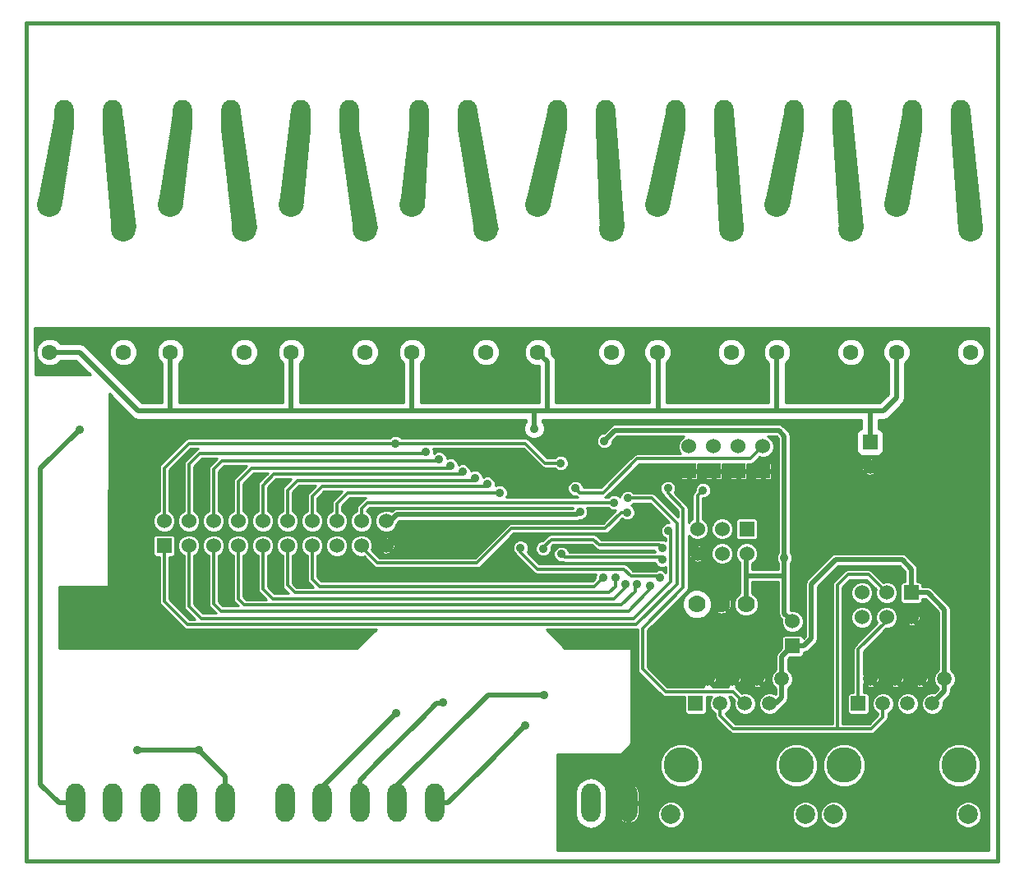
<source format=gbl>
G04 (created by PCBNEW (2013-mar-13)-testing) date dim. 08 sept. 2013 12:04:55 CEST*
%MOIN*%
G04 Gerber Fmt 3.4, Leading zero omitted, Abs format*
%FSLAX34Y34*%
G01*
G70*
G90*
G04 APERTURE LIST*
%ADD10C,0.005906*%
%ADD11C,0.015000*%
%ADD12R,0.060000X0.060000*%
%ADD13C,0.060000*%
%ADD14O,0.078000X0.156000*%
%ADD15C,0.063000*%
%ADD16C,0.100000*%
%ADD17C,0.070000*%
%ADD18C,0.143700*%
%ADD19R,0.059100X0.059100*%
%ADD20C,0.059100*%
%ADD21C,0.078740*%
%ADD22C,0.035000*%
%ADD23C,0.019700*%
%ADD24C,0.011811*%
%ADD25C,0.010000*%
G04 APERTURE END LIST*
G54D10*
G54D11*
X71500Y-62000D02*
X110900Y-62000D01*
X71500Y-28000D02*
X110900Y-28000D01*
X110900Y-28000D02*
X110800Y-28000D01*
X110900Y-62000D02*
X110900Y-28000D01*
X71500Y-62000D02*
X71500Y-28000D01*
G54D12*
X77100Y-49200D03*
G54D13*
X77100Y-48200D03*
X78100Y-49200D03*
X78100Y-48200D03*
X79100Y-49200D03*
X79100Y-48200D03*
X80100Y-49200D03*
X80100Y-48200D03*
X81100Y-49200D03*
X81100Y-48200D03*
X82100Y-49200D03*
X82100Y-48200D03*
X83100Y-49200D03*
X83100Y-48200D03*
X84100Y-49200D03*
X84100Y-48200D03*
X85100Y-49200D03*
X85100Y-48200D03*
X86100Y-49200D03*
X86100Y-48200D03*
G54D12*
X102575Y-53275D03*
G54D13*
X102575Y-52275D03*
G54D14*
X82000Y-59645D03*
X83515Y-59645D03*
X85031Y-59645D03*
X86547Y-59645D03*
X88062Y-59645D03*
X73500Y-59645D03*
X75015Y-59645D03*
X76531Y-59645D03*
X78047Y-59645D03*
X79562Y-59645D03*
G54D12*
X107400Y-51112D03*
G54D13*
X107400Y-52112D03*
X106400Y-51112D03*
X106400Y-52112D03*
X105400Y-51112D03*
X105400Y-52112D03*
G54D12*
X101375Y-46175D03*
G54D13*
X101375Y-45175D03*
G54D12*
X100375Y-46175D03*
G54D13*
X100375Y-45175D03*
G54D12*
X98375Y-46175D03*
G54D13*
X98375Y-45175D03*
G54D12*
X105725Y-45000D03*
G54D13*
X105725Y-46000D03*
G54D12*
X99375Y-46175D03*
G54D13*
X99375Y-45175D03*
G54D12*
X100725Y-48525D03*
G54D13*
X100725Y-49525D03*
X99725Y-48525D03*
X99725Y-49525D03*
X98725Y-48525D03*
X98725Y-49525D03*
G54D14*
X94400Y-59645D03*
X95915Y-59645D03*
G54D15*
X72450Y-41350D03*
X75442Y-41350D03*
G54D16*
X75442Y-36350D03*
X72450Y-35350D03*
G54D15*
X77350Y-41350D03*
X80342Y-41350D03*
G54D16*
X80342Y-36350D03*
X77350Y-35350D03*
G54D15*
X82250Y-41350D03*
X85242Y-41350D03*
G54D16*
X85242Y-36350D03*
X82250Y-35350D03*
G54D15*
X87150Y-41350D03*
X90142Y-41350D03*
G54D16*
X90142Y-36350D03*
X87150Y-35350D03*
G54D14*
X74990Y-31889D03*
X73020Y-31889D03*
X79790Y-31889D03*
X77820Y-31889D03*
X84590Y-31889D03*
X82620Y-31889D03*
X89390Y-31889D03*
X87420Y-31889D03*
X94990Y-31889D03*
X93020Y-31889D03*
X99790Y-31889D03*
X97820Y-31889D03*
X104590Y-31889D03*
X102620Y-31889D03*
X109390Y-31889D03*
X107420Y-31889D03*
G54D15*
X106800Y-41350D03*
X109792Y-41350D03*
G54D16*
X109792Y-36350D03*
X106800Y-35350D03*
G54D15*
X101950Y-41350D03*
X104942Y-41350D03*
G54D16*
X104942Y-36350D03*
X101950Y-35350D03*
G54D15*
X97100Y-41350D03*
X100092Y-41350D03*
G54D16*
X100092Y-36350D03*
X97100Y-35350D03*
G54D15*
X92250Y-41350D03*
X95242Y-41350D03*
G54D16*
X95242Y-36350D03*
X92250Y-35350D03*
G54D17*
X98700Y-51575D03*
X99700Y-51575D03*
X100700Y-51575D03*
G54D18*
X102738Y-58112D03*
X98065Y-58112D03*
G54D19*
X98650Y-55612D03*
G54D20*
X99150Y-54612D03*
X99650Y-55612D03*
X100150Y-54612D03*
X100650Y-55612D03*
X101150Y-54612D03*
X101650Y-55612D03*
X102150Y-54612D03*
G54D21*
X97650Y-60112D03*
X103100Y-60112D03*
G54D18*
X109338Y-58112D03*
X104665Y-58112D03*
G54D19*
X105250Y-55612D03*
G54D20*
X105750Y-54612D03*
X106250Y-55612D03*
X106750Y-54612D03*
X107250Y-55612D03*
X107750Y-54612D03*
X108250Y-55612D03*
X108750Y-54612D03*
G54D21*
X104250Y-60112D03*
X109700Y-60112D03*
G54D22*
X92100Y-44450D03*
X93960Y-47830D03*
X102250Y-49700D03*
X94950Y-44950D03*
X97525Y-46875D03*
X93775Y-46875D03*
X95900Y-47275D03*
X97550Y-48600D03*
X96800Y-50825D03*
X96275Y-50775D03*
X95800Y-50750D03*
X95400Y-50500D03*
X94900Y-50500D03*
X78500Y-57500D03*
X76000Y-57500D03*
X91750Y-56500D03*
X94500Y-46625D03*
X94000Y-61150D03*
X95250Y-48800D03*
X75500Y-53000D03*
X84800Y-52900D03*
X73655Y-44485D03*
X86500Y-56000D03*
X88400Y-55550D03*
X92500Y-55250D03*
X95350Y-47450D03*
X97300Y-49300D03*
X92470Y-49320D03*
X91550Y-49290D03*
X97200Y-50500D03*
X86475Y-45050D03*
X93175Y-45850D03*
X87700Y-45400D03*
X88250Y-45700D03*
X88700Y-45950D03*
X89200Y-46200D03*
X89700Y-46450D03*
X90200Y-46700D03*
X90700Y-47050D03*
X98950Y-46950D03*
X95875Y-47850D03*
X93210Y-49540D03*
X97300Y-49775D03*
G54D23*
X72450Y-41350D02*
X73660Y-41350D01*
X73660Y-41350D02*
X76050Y-43740D01*
X97120Y-43740D02*
X97120Y-41370D01*
X97120Y-41370D02*
X97100Y-41350D01*
X92640Y-43740D02*
X92640Y-41740D01*
X92640Y-41740D02*
X92250Y-41350D01*
X87150Y-41350D02*
X87150Y-43740D01*
X87150Y-43740D02*
X87150Y-43680D01*
X87150Y-43680D02*
X87150Y-43740D01*
X82250Y-41350D02*
X82250Y-43740D01*
X77350Y-41350D02*
X77350Y-43740D01*
X77350Y-43740D02*
X77350Y-43660D01*
X77350Y-43660D02*
X77350Y-43740D01*
X92100Y-44450D02*
X92100Y-43740D01*
X92110Y-43790D02*
X92110Y-43740D01*
X92110Y-43750D02*
X92110Y-43790D01*
X92100Y-43740D02*
X92110Y-43750D01*
X101950Y-41350D02*
X101950Y-43740D01*
X102040Y-43720D02*
X102040Y-43740D01*
X101970Y-43720D02*
X102040Y-43720D01*
X101950Y-43740D02*
X101970Y-43720D01*
X105725Y-45000D02*
X105725Y-43740D01*
X105730Y-43790D02*
X105730Y-43740D01*
X105730Y-43745D02*
X105730Y-43790D01*
X105725Y-43740D02*
X105730Y-43745D01*
X76050Y-43740D02*
X77350Y-43740D01*
X77350Y-43740D02*
X82250Y-43740D01*
X82250Y-43740D02*
X87150Y-43740D01*
X87150Y-43740D02*
X92110Y-43740D01*
X92110Y-43740D02*
X92640Y-43740D01*
X92640Y-43740D02*
X97120Y-43740D01*
X97120Y-43740D02*
X102040Y-43740D01*
X102040Y-43740D02*
X105730Y-43740D01*
X106260Y-43740D02*
X106800Y-43200D01*
X105730Y-43740D02*
X106260Y-43740D01*
X106800Y-43200D02*
X106800Y-42800D01*
X106800Y-42050D02*
X106800Y-42800D01*
X106800Y-42050D02*
X106800Y-41350D01*
X106800Y-41950D02*
X106800Y-42050D01*
X86100Y-48200D02*
X86280Y-48200D01*
X93850Y-47940D02*
X93960Y-47830D01*
X86540Y-47940D02*
X93850Y-47940D01*
X86280Y-48200D02*
X86540Y-47940D01*
X93950Y-47840D02*
X93960Y-47830D01*
X100700Y-50425D02*
X102250Y-50425D01*
X102250Y-50425D02*
X102225Y-50425D01*
X102225Y-50425D02*
X102250Y-50425D01*
X94950Y-44950D02*
X95375Y-44525D01*
X102250Y-44750D02*
X102250Y-45650D01*
X102025Y-44525D02*
X102250Y-44750D01*
X95375Y-44525D02*
X102025Y-44525D01*
X100700Y-51575D02*
X100700Y-50425D01*
X100700Y-50425D02*
X100700Y-49550D01*
X100700Y-49550D02*
X100725Y-49525D01*
X102250Y-50775D02*
X102250Y-51600D01*
X102250Y-51600D02*
X102250Y-51950D01*
X102250Y-51950D02*
X102575Y-52275D01*
X100725Y-49525D02*
X100775Y-49575D01*
X102250Y-50800D02*
X102250Y-50775D01*
X102250Y-50775D02*
X102250Y-50425D01*
X102250Y-50425D02*
X102250Y-50200D01*
X102250Y-50200D02*
X102250Y-49700D01*
X102250Y-45650D02*
X102250Y-49450D01*
X102250Y-49450D02*
X102250Y-49700D01*
G54D24*
X98150Y-47925D02*
X98150Y-47700D01*
X97525Y-47075D02*
X97525Y-46875D01*
X98150Y-47700D02*
X97525Y-47075D01*
X96500Y-53925D02*
X96500Y-54200D01*
X100162Y-55125D02*
X100650Y-55612D01*
X97425Y-55125D02*
X100162Y-55125D01*
X96500Y-54200D02*
X97425Y-55125D01*
X96500Y-52550D02*
X96500Y-53925D01*
X98150Y-47925D02*
X98150Y-50900D01*
X98150Y-50900D02*
X96500Y-52550D01*
G54D23*
X102575Y-53275D02*
X103050Y-53275D01*
X103350Y-52975D02*
X103350Y-50750D01*
X103050Y-53275D02*
X103350Y-52975D01*
X102150Y-54612D02*
X102150Y-53700D01*
X102150Y-53700D02*
X102575Y-53275D01*
X103350Y-50750D02*
X104325Y-49775D01*
X107400Y-50150D02*
X107400Y-51112D01*
X107025Y-49775D02*
X107400Y-50150D01*
X104325Y-49775D02*
X107025Y-49775D01*
X107400Y-51112D02*
X108062Y-51112D01*
X108750Y-51800D02*
X108750Y-54612D01*
X108062Y-51112D02*
X108750Y-51800D01*
X108750Y-54612D02*
X108750Y-55112D01*
X108750Y-55112D02*
X108250Y-55612D01*
X101650Y-55612D02*
X101912Y-55612D01*
X102150Y-55375D02*
X102150Y-54612D01*
X101912Y-55612D02*
X102150Y-55375D01*
G54D24*
X94225Y-47050D02*
X94900Y-47050D01*
X100875Y-45675D02*
X101375Y-45175D01*
X96275Y-45675D02*
X100875Y-45675D01*
X94900Y-47050D02*
X96275Y-45675D01*
X93950Y-47050D02*
X93775Y-46875D01*
X94225Y-47050D02*
X93950Y-47050D01*
X95900Y-47275D02*
X96875Y-47275D01*
X96875Y-47275D02*
X97900Y-48300D01*
X97900Y-48300D02*
X97900Y-49950D01*
X97900Y-48650D02*
X97900Y-48300D01*
X97900Y-50750D02*
X97900Y-49950D01*
X95200Y-52400D02*
X96250Y-52400D01*
X77100Y-51450D02*
X78050Y-52400D01*
X78050Y-52400D02*
X95200Y-52400D01*
X77100Y-49200D02*
X77100Y-51450D01*
X96250Y-52400D02*
X97900Y-50750D01*
X97900Y-49950D02*
X97900Y-48650D01*
X97900Y-48300D02*
X97900Y-48300D01*
X95100Y-52150D02*
X96150Y-52150D01*
X97650Y-48700D02*
X97550Y-48600D01*
X97650Y-50650D02*
X97650Y-48700D01*
X96150Y-52150D02*
X97650Y-50650D01*
X78100Y-49200D02*
X78100Y-51650D01*
X78600Y-52150D02*
X95100Y-52150D01*
X78100Y-51650D02*
X78600Y-52150D01*
X96800Y-50975D02*
X96675Y-51100D01*
X96800Y-50825D02*
X96800Y-50975D01*
X95675Y-51850D02*
X95925Y-51850D01*
X95925Y-51850D02*
X96650Y-51125D01*
X96650Y-51125D02*
X96712Y-51062D01*
X79100Y-49200D02*
X79100Y-51550D01*
X95100Y-51850D02*
X95675Y-51850D01*
X79100Y-51550D02*
X79400Y-51850D01*
X79400Y-51850D02*
X95100Y-51850D01*
X96200Y-51050D02*
X96200Y-50850D01*
X80350Y-51600D02*
X94850Y-51600D01*
X80100Y-51349D02*
X80350Y-51600D01*
X80100Y-49200D02*
X80100Y-51349D01*
X94850Y-51600D02*
X95650Y-51600D01*
X95650Y-51600D02*
X96200Y-51050D01*
X96200Y-50850D02*
X96275Y-50775D01*
X94500Y-51350D02*
X95350Y-51350D01*
X95800Y-50900D02*
X95800Y-50750D01*
X95350Y-51350D02*
X95800Y-50900D01*
X81100Y-49200D02*
X81100Y-50950D01*
X81500Y-51350D02*
X94500Y-51350D01*
X81100Y-50950D02*
X81500Y-51350D01*
X94350Y-51100D02*
X95150Y-51100D01*
X95400Y-50850D02*
X95400Y-50500D01*
X95150Y-51100D02*
X95400Y-50850D01*
X82100Y-49200D02*
X82100Y-50800D01*
X82100Y-50800D02*
X82400Y-51100D01*
X82400Y-51100D02*
X94350Y-51100D01*
X94050Y-50850D02*
X94550Y-50850D01*
X94550Y-50850D02*
X94900Y-50500D01*
X83100Y-49200D02*
X83100Y-50550D01*
X83400Y-50850D02*
X94050Y-50850D01*
X83100Y-50550D02*
X83400Y-50850D01*
G54D23*
X79562Y-58562D02*
X79562Y-59000D01*
X78500Y-57500D02*
X79562Y-58562D01*
X76000Y-57500D02*
X78500Y-57500D01*
X88062Y-59645D02*
X88604Y-59645D01*
X88604Y-59645D02*
X90100Y-58150D01*
X91750Y-56500D02*
X90100Y-58150D01*
G54D24*
X95915Y-59300D02*
X95915Y-59584D01*
X94350Y-61150D02*
X94000Y-61150D01*
X95915Y-59584D02*
X94350Y-61150D01*
X95865Y-58950D02*
X95865Y-59284D01*
G54D23*
X72075Y-48180D02*
X72075Y-46065D01*
X72075Y-46065D02*
X73655Y-44485D01*
X73500Y-59645D02*
X72820Y-59645D01*
X72075Y-58900D02*
X72075Y-48180D01*
X72075Y-48180D02*
X72075Y-48175D01*
X72820Y-59645D02*
X72075Y-58900D01*
X84125Y-58375D02*
X83515Y-58984D01*
X83515Y-58984D02*
X83515Y-59645D01*
X83515Y-59000D02*
X83515Y-58984D01*
X84125Y-58375D02*
X86500Y-56000D01*
X85850Y-57900D02*
X85031Y-58718D01*
X85031Y-58718D02*
X85031Y-59645D01*
X85850Y-57900D02*
X87500Y-56250D01*
X85031Y-58718D02*
X85031Y-59000D01*
X88150Y-55600D02*
X87500Y-56250D01*
X88350Y-55600D02*
X88150Y-55600D01*
X88400Y-55550D02*
X88350Y-55600D01*
X86547Y-59645D02*
X86547Y-58927D01*
X90225Y-55250D02*
X92500Y-55250D01*
X86547Y-58927D02*
X90225Y-55250D01*
G54D24*
X91280Y-47450D02*
X95350Y-47450D01*
X85100Y-48200D02*
X85100Y-47700D01*
X85350Y-47450D02*
X91280Y-47450D01*
X85100Y-47700D02*
X85350Y-47450D01*
X92470Y-49320D02*
X92470Y-49270D01*
X94510Y-48950D02*
X94735Y-49175D01*
X92790Y-48950D02*
X94510Y-48950D01*
X92470Y-49270D02*
X92790Y-48950D01*
X94735Y-49175D02*
X97175Y-49175D01*
X97175Y-49175D02*
X97300Y-49300D01*
X91550Y-49290D02*
X91550Y-49470D01*
X91550Y-49470D02*
X92230Y-50150D01*
X92230Y-50150D02*
X95750Y-50150D01*
X97125Y-50425D02*
X97200Y-50500D01*
X96025Y-50425D02*
X97125Y-50425D01*
X95750Y-50150D02*
X96025Y-50425D01*
X86475Y-45050D02*
X91750Y-45050D01*
X92550Y-45850D02*
X93175Y-45850D01*
X91750Y-45050D02*
X92550Y-45850D01*
X77100Y-46050D02*
X78100Y-45050D01*
X78100Y-45050D02*
X86475Y-45050D01*
X77100Y-46050D02*
X77100Y-48200D01*
X78100Y-48200D02*
X78100Y-45900D01*
X78550Y-45450D02*
X87650Y-45450D01*
X78100Y-45900D02*
X78550Y-45450D01*
X87650Y-45450D02*
X87700Y-45400D01*
X79100Y-46100D02*
X79450Y-45750D01*
X79100Y-48200D02*
X79100Y-46100D01*
X79450Y-45750D02*
X87900Y-45750D01*
X87900Y-45750D02*
X88200Y-45750D01*
X88200Y-45750D02*
X88250Y-45700D01*
X80100Y-46600D02*
X80100Y-48200D01*
X80100Y-46600D02*
X80650Y-46050D01*
X80650Y-46050D02*
X88150Y-46050D01*
X88150Y-46050D02*
X88600Y-46050D01*
X88700Y-45950D02*
X88600Y-46050D01*
X88350Y-46300D02*
X89100Y-46300D01*
X81100Y-46750D02*
X81550Y-46300D01*
X81550Y-46300D02*
X88350Y-46300D01*
X81100Y-48200D02*
X81100Y-46750D01*
X89100Y-46300D02*
X89200Y-46200D01*
X88700Y-46550D02*
X89600Y-46550D01*
X82100Y-46950D02*
X82500Y-46550D01*
X82500Y-46550D02*
X88700Y-46550D01*
X82100Y-48200D02*
X82100Y-46950D01*
X89600Y-46550D02*
X89700Y-46450D01*
X88850Y-46800D02*
X90100Y-46800D01*
X90100Y-46800D02*
X90200Y-46700D01*
X83100Y-48200D02*
X83100Y-47200D01*
X83500Y-46800D02*
X88850Y-46800D01*
X83100Y-47200D02*
X83500Y-46800D01*
X89100Y-47050D02*
X90700Y-47050D01*
X84100Y-48200D02*
X84100Y-47500D01*
X84550Y-47050D02*
X89100Y-47050D01*
X84100Y-47500D02*
X84550Y-47050D01*
G54D25*
X84100Y-48200D02*
X84100Y-48250D01*
G54D24*
X89680Y-49900D02*
X89780Y-49900D01*
X95630Y-47850D02*
X95875Y-47850D01*
X94980Y-48500D02*
X95630Y-47850D01*
X91180Y-48500D02*
X94980Y-48500D01*
X89780Y-49900D02*
X91180Y-48500D01*
X89620Y-49900D02*
X89680Y-49900D01*
X89130Y-49900D02*
X89620Y-49900D01*
X98725Y-48075D02*
X98725Y-47175D01*
X98725Y-47175D02*
X98950Y-46950D01*
X98725Y-48525D02*
X98725Y-48075D01*
X85100Y-49200D02*
X85100Y-49250D01*
X85750Y-49900D02*
X89130Y-49900D01*
X85100Y-49250D02*
X85750Y-49900D01*
X93345Y-49675D02*
X97200Y-49675D01*
X93210Y-49540D02*
X93345Y-49675D01*
X97200Y-49675D02*
X97300Y-49775D01*
X93560Y-49675D02*
X93610Y-49675D01*
X93610Y-49675D02*
X97200Y-49675D01*
X97200Y-49675D02*
X97300Y-49775D01*
X97200Y-49675D02*
X97300Y-49775D01*
X104400Y-52400D02*
X104400Y-50800D01*
X105662Y-50375D02*
X106400Y-51112D01*
X104825Y-50375D02*
X105662Y-50375D01*
X104400Y-50800D02*
X104825Y-50375D01*
X104400Y-55900D02*
X104400Y-56625D01*
X104400Y-54475D02*
X104400Y-52400D01*
X104400Y-54475D02*
X104400Y-55900D01*
X99650Y-55612D02*
X99650Y-56100D01*
X99650Y-56100D02*
X100175Y-56625D01*
X100175Y-56625D02*
X104400Y-56625D01*
X104400Y-56625D02*
X105500Y-56625D01*
X106250Y-56150D02*
X106250Y-55612D01*
X105500Y-56625D02*
X105775Y-56625D01*
X105775Y-56625D02*
X106250Y-56150D01*
X105250Y-55612D02*
X105250Y-53400D01*
X106400Y-52250D02*
X106400Y-52112D01*
X105250Y-53400D02*
X106400Y-52250D01*
G54D10*
G36*
X110550Y-61550D02*
X110354Y-61550D01*
X110354Y-41238D01*
X110268Y-41032D01*
X110110Y-40873D01*
X109904Y-40788D01*
X109680Y-40787D01*
X109474Y-40873D01*
X109315Y-41031D01*
X109230Y-41237D01*
X109230Y-41461D01*
X109315Y-41667D01*
X109473Y-41826D01*
X109679Y-41911D01*
X109903Y-41912D01*
X110110Y-41826D01*
X110268Y-41668D01*
X110354Y-41462D01*
X110354Y-41238D01*
X110354Y-61550D01*
X110243Y-61550D01*
X110243Y-60004D01*
X110206Y-59915D01*
X110206Y-57940D01*
X110074Y-57621D01*
X109830Y-57376D01*
X109511Y-57244D01*
X109195Y-57243D01*
X109195Y-54524D01*
X109127Y-54360D01*
X109002Y-54235D01*
X108998Y-54233D01*
X108998Y-51800D01*
X108979Y-51704D01*
X108925Y-51624D01*
X108238Y-50936D01*
X108157Y-50883D01*
X108062Y-50864D01*
X107850Y-50864D01*
X107850Y-50782D01*
X107827Y-50727D01*
X107784Y-50685D01*
X107729Y-50662D01*
X107670Y-50662D01*
X107648Y-50662D01*
X107648Y-50150D01*
X107629Y-50054D01*
X107629Y-50054D01*
X107608Y-50022D01*
X107575Y-49974D01*
X107575Y-49974D01*
X107200Y-49599D01*
X107120Y-49545D01*
X107025Y-49526D01*
X106080Y-49526D01*
X106080Y-46033D01*
X106066Y-45895D01*
X106040Y-45832D01*
X106001Y-45794D01*
X105930Y-45865D01*
X105930Y-45723D01*
X105892Y-45684D01*
X105758Y-45644D01*
X105620Y-45658D01*
X105557Y-45684D01*
X105519Y-45723D01*
X105725Y-45929D01*
X105930Y-45723D01*
X105930Y-45865D01*
X105795Y-46000D01*
X106001Y-46205D01*
X106040Y-46167D01*
X106080Y-46033D01*
X106080Y-49526D01*
X105930Y-49526D01*
X105930Y-46276D01*
X105725Y-46070D01*
X105654Y-46141D01*
X105654Y-46000D01*
X105448Y-45794D01*
X105409Y-45832D01*
X105369Y-45966D01*
X105383Y-46104D01*
X105409Y-46167D01*
X105448Y-46205D01*
X105654Y-46000D01*
X105654Y-46141D01*
X105519Y-46276D01*
X105557Y-46315D01*
X105691Y-46355D01*
X105829Y-46341D01*
X105892Y-46315D01*
X105930Y-46276D01*
X105930Y-49526D01*
X104325Y-49526D01*
X104229Y-49545D01*
X104149Y-49599D01*
X103174Y-50574D01*
X103120Y-50654D01*
X103101Y-50750D01*
X103101Y-52872D01*
X103025Y-52948D01*
X103025Y-52945D01*
X103002Y-52890D01*
X102959Y-52847D01*
X102904Y-52825D01*
X102845Y-52825D01*
X102245Y-52825D01*
X102190Y-52847D01*
X102147Y-52890D01*
X102125Y-52945D01*
X102125Y-53004D01*
X102125Y-53373D01*
X101974Y-53524D01*
X101920Y-53604D01*
X101901Y-53700D01*
X101901Y-54233D01*
X101897Y-54234D01*
X101772Y-54359D01*
X101704Y-54523D01*
X101704Y-54700D01*
X101772Y-54864D01*
X101897Y-54990D01*
X101901Y-54991D01*
X101901Y-55234D01*
X101739Y-55167D01*
X101561Y-55167D01*
X101500Y-55192D01*
X101500Y-54645D01*
X101486Y-54508D01*
X101461Y-54448D01*
X101422Y-54410D01*
X101352Y-54481D01*
X101352Y-54339D01*
X101314Y-54301D01*
X101182Y-54261D01*
X101046Y-54276D01*
X100985Y-54301D01*
X100947Y-54339D01*
X101150Y-54541D01*
X101352Y-54339D01*
X101352Y-54481D01*
X101220Y-54612D01*
X101422Y-54814D01*
X101461Y-54777D01*
X101500Y-54645D01*
X101500Y-55192D01*
X101397Y-55234D01*
X101352Y-55280D01*
X101352Y-54885D01*
X101150Y-54683D01*
X101079Y-54754D01*
X101079Y-54612D01*
X100877Y-54410D01*
X100838Y-54448D01*
X100799Y-54579D01*
X100813Y-54716D01*
X100838Y-54777D01*
X100877Y-54814D01*
X101079Y-54612D01*
X101079Y-54754D01*
X100947Y-54885D01*
X100985Y-54924D01*
X101117Y-54963D01*
X101253Y-54949D01*
X101314Y-54924D01*
X101352Y-54885D01*
X101352Y-55280D01*
X101272Y-55359D01*
X101204Y-55523D01*
X101204Y-55700D01*
X101272Y-55864D01*
X101397Y-55990D01*
X101560Y-56058D01*
X101738Y-56058D01*
X101902Y-55990D01*
X102027Y-55865D01*
X102048Y-55814D01*
X102088Y-55788D01*
X102325Y-55550D01*
X102379Y-55470D01*
X102398Y-55375D01*
X102398Y-54991D01*
X102402Y-54990D01*
X102527Y-54865D01*
X102595Y-54701D01*
X102595Y-54524D01*
X102527Y-54360D01*
X102402Y-54235D01*
X102398Y-54233D01*
X102398Y-53802D01*
X102476Y-53725D01*
X102904Y-53725D01*
X102959Y-53702D01*
X103002Y-53659D01*
X103025Y-53604D01*
X103025Y-53545D01*
X103025Y-53523D01*
X103050Y-53523D01*
X103145Y-53504D01*
X103225Y-53450D01*
X103525Y-53150D01*
X103579Y-53070D01*
X103598Y-52975D01*
X103598Y-52975D01*
X103598Y-52974D01*
X103598Y-50852D01*
X104427Y-50023D01*
X106922Y-50023D01*
X107151Y-50252D01*
X107151Y-50662D01*
X107070Y-50662D01*
X107015Y-50685D01*
X106972Y-50727D01*
X106950Y-50782D01*
X106950Y-50842D01*
X106950Y-51442D01*
X106972Y-51497D01*
X107015Y-51539D01*
X107070Y-51562D01*
X107129Y-51562D01*
X107729Y-51562D01*
X107784Y-51539D01*
X107827Y-51497D01*
X107850Y-51442D01*
X107850Y-51382D01*
X107850Y-51361D01*
X107959Y-51361D01*
X108501Y-51902D01*
X108501Y-54233D01*
X108497Y-54234D01*
X108372Y-54359D01*
X108304Y-54523D01*
X108304Y-54700D01*
X108372Y-54864D01*
X108497Y-54990D01*
X108501Y-54991D01*
X108501Y-55009D01*
X108342Y-55168D01*
X108339Y-55167D01*
X108161Y-55167D01*
X108100Y-55192D01*
X108100Y-54645D01*
X108086Y-54508D01*
X108061Y-54448D01*
X108022Y-54410D01*
X107952Y-54481D01*
X107952Y-54339D01*
X107914Y-54301D01*
X107782Y-54261D01*
X107755Y-54264D01*
X107755Y-52146D01*
X107741Y-52007D01*
X107715Y-51945D01*
X107676Y-51907D01*
X107605Y-51977D01*
X107605Y-51836D01*
X107567Y-51797D01*
X107433Y-51757D01*
X107295Y-51771D01*
X107232Y-51797D01*
X107194Y-51836D01*
X107400Y-52041D01*
X107605Y-51836D01*
X107605Y-51977D01*
X107470Y-52112D01*
X107676Y-52318D01*
X107715Y-52279D01*
X107755Y-52146D01*
X107755Y-54264D01*
X107646Y-54276D01*
X107605Y-54292D01*
X107605Y-52388D01*
X107400Y-52183D01*
X107329Y-52254D01*
X107329Y-52112D01*
X107123Y-51907D01*
X107084Y-51945D01*
X107044Y-52078D01*
X107058Y-52217D01*
X107084Y-52279D01*
X107123Y-52318D01*
X107329Y-52112D01*
X107329Y-52254D01*
X107194Y-52388D01*
X107232Y-52427D01*
X107366Y-52467D01*
X107504Y-52453D01*
X107567Y-52427D01*
X107605Y-52388D01*
X107605Y-54292D01*
X107585Y-54301D01*
X107547Y-54339D01*
X107750Y-54541D01*
X107952Y-54339D01*
X107952Y-54481D01*
X107820Y-54612D01*
X108022Y-54814D01*
X108061Y-54777D01*
X108100Y-54645D01*
X108100Y-55192D01*
X107997Y-55234D01*
X107952Y-55280D01*
X107952Y-54885D01*
X107750Y-54683D01*
X107679Y-54754D01*
X107679Y-54612D01*
X107477Y-54410D01*
X107438Y-54448D01*
X107399Y-54579D01*
X107413Y-54716D01*
X107438Y-54777D01*
X107477Y-54814D01*
X107679Y-54612D01*
X107679Y-54754D01*
X107547Y-54885D01*
X107585Y-54924D01*
X107717Y-54963D01*
X107853Y-54949D01*
X107914Y-54924D01*
X107952Y-54885D01*
X107952Y-55280D01*
X107872Y-55359D01*
X107804Y-55523D01*
X107804Y-55700D01*
X107872Y-55864D01*
X107997Y-55990D01*
X108160Y-56058D01*
X108338Y-56058D01*
X108502Y-55990D01*
X108627Y-55865D01*
X108695Y-55701D01*
X108695Y-55524D01*
X108693Y-55520D01*
X108925Y-55288D01*
X108979Y-55207D01*
X108998Y-55112D01*
X108998Y-54991D01*
X109002Y-54990D01*
X109127Y-54865D01*
X109195Y-54701D01*
X109195Y-54524D01*
X109195Y-57243D01*
X109166Y-57243D01*
X108846Y-57375D01*
X108602Y-57619D01*
X108469Y-57939D01*
X108469Y-58284D01*
X108601Y-58603D01*
X108845Y-58848D01*
X109164Y-58980D01*
X109509Y-58981D01*
X109829Y-58849D01*
X110073Y-58605D01*
X110206Y-58286D01*
X110206Y-57940D01*
X110206Y-59915D01*
X110161Y-59805D01*
X110008Y-59651D01*
X109808Y-59568D01*
X109592Y-59568D01*
X109392Y-59651D01*
X109239Y-59804D01*
X109156Y-60003D01*
X109156Y-60220D01*
X109238Y-60420D01*
X109391Y-60573D01*
X109591Y-60656D01*
X109807Y-60656D01*
X110007Y-60573D01*
X110160Y-60420D01*
X110243Y-60221D01*
X110243Y-60004D01*
X110243Y-61550D01*
X107695Y-61550D01*
X107695Y-55524D01*
X107627Y-55360D01*
X107502Y-55235D01*
X107339Y-55167D01*
X107161Y-55167D01*
X107100Y-55192D01*
X107100Y-54645D01*
X107086Y-54508D01*
X107061Y-54448D01*
X107022Y-54410D01*
X106952Y-54481D01*
X106952Y-54339D01*
X106914Y-54301D01*
X106850Y-54281D01*
X106850Y-52023D01*
X106781Y-51858D01*
X106655Y-51731D01*
X106489Y-51662D01*
X106310Y-51662D01*
X106145Y-51730D01*
X106018Y-51857D01*
X105950Y-52022D01*
X105949Y-52201D01*
X106009Y-52345D01*
X105850Y-52504D01*
X105850Y-52023D01*
X105850Y-51023D01*
X105781Y-50858D01*
X105655Y-50731D01*
X105489Y-50662D01*
X105310Y-50662D01*
X105145Y-50730D01*
X105018Y-50857D01*
X104950Y-51022D01*
X104949Y-51201D01*
X105018Y-51367D01*
X105144Y-51493D01*
X105310Y-51562D01*
X105489Y-51562D01*
X105654Y-51494D01*
X105781Y-51367D01*
X105849Y-51202D01*
X105850Y-51023D01*
X105850Y-52023D01*
X105781Y-51858D01*
X105655Y-51731D01*
X105489Y-51662D01*
X105310Y-51662D01*
X105145Y-51730D01*
X105018Y-51857D01*
X104950Y-52022D01*
X104949Y-52201D01*
X105018Y-52367D01*
X105144Y-52493D01*
X105310Y-52562D01*
X105489Y-52562D01*
X105654Y-52494D01*
X105781Y-52367D01*
X105849Y-52202D01*
X105850Y-52023D01*
X105850Y-52504D01*
X105102Y-53252D01*
X105056Y-53319D01*
X105040Y-53400D01*
X105040Y-55167D01*
X104924Y-55167D01*
X104869Y-55189D01*
X104827Y-55232D01*
X104804Y-55287D01*
X104804Y-55346D01*
X104804Y-55937D01*
X104827Y-55993D01*
X104869Y-56035D01*
X104924Y-56058D01*
X104984Y-56058D01*
X105575Y-56058D01*
X105630Y-56035D01*
X105672Y-55993D01*
X105695Y-55937D01*
X105695Y-55878D01*
X105695Y-55287D01*
X105672Y-55232D01*
X105630Y-55189D01*
X105575Y-55167D01*
X105515Y-55167D01*
X105459Y-55167D01*
X105459Y-54797D01*
X105477Y-54814D01*
X105679Y-54612D01*
X105477Y-54410D01*
X105459Y-54427D01*
X105459Y-53486D01*
X106383Y-52562D01*
X106489Y-52562D01*
X106654Y-52494D01*
X106781Y-52367D01*
X106849Y-52202D01*
X106850Y-52023D01*
X106850Y-54281D01*
X106782Y-54261D01*
X106646Y-54276D01*
X106585Y-54301D01*
X106547Y-54339D01*
X106750Y-54541D01*
X106952Y-54339D01*
X106952Y-54481D01*
X106820Y-54612D01*
X107022Y-54814D01*
X107061Y-54777D01*
X107100Y-54645D01*
X107100Y-55192D01*
X106997Y-55234D01*
X106952Y-55280D01*
X106952Y-54885D01*
X106750Y-54683D01*
X106679Y-54754D01*
X106679Y-54612D01*
X106477Y-54410D01*
X106438Y-54448D01*
X106399Y-54579D01*
X106413Y-54716D01*
X106438Y-54777D01*
X106477Y-54814D01*
X106679Y-54612D01*
X106679Y-54754D01*
X106547Y-54885D01*
X106585Y-54924D01*
X106717Y-54963D01*
X106853Y-54949D01*
X106914Y-54924D01*
X106952Y-54885D01*
X106952Y-55280D01*
X106872Y-55359D01*
X106804Y-55523D01*
X106804Y-55700D01*
X106872Y-55864D01*
X106997Y-55990D01*
X107160Y-56058D01*
X107338Y-56058D01*
X107502Y-55990D01*
X107627Y-55865D01*
X107695Y-55701D01*
X107695Y-55524D01*
X107695Y-61550D01*
X105533Y-61550D01*
X105533Y-57940D01*
X105401Y-57621D01*
X105157Y-57376D01*
X104838Y-57244D01*
X104493Y-57243D01*
X104173Y-57375D01*
X103929Y-57619D01*
X103796Y-57939D01*
X103796Y-58284D01*
X103928Y-58603D01*
X104172Y-58848D01*
X104491Y-58980D01*
X104836Y-58981D01*
X105156Y-58849D01*
X105400Y-58605D01*
X105533Y-58286D01*
X105533Y-57940D01*
X105533Y-61550D01*
X104793Y-61550D01*
X104793Y-60004D01*
X104711Y-59805D01*
X104558Y-59651D01*
X104358Y-59568D01*
X104142Y-59568D01*
X103942Y-59651D01*
X103789Y-59804D01*
X103706Y-60003D01*
X103706Y-60220D01*
X103788Y-60420D01*
X103941Y-60573D01*
X104141Y-60656D01*
X104357Y-60656D01*
X104557Y-60573D01*
X104710Y-60420D01*
X104793Y-60221D01*
X104793Y-60004D01*
X104793Y-61550D01*
X103643Y-61550D01*
X103643Y-60004D01*
X103606Y-59915D01*
X103606Y-57940D01*
X103474Y-57621D01*
X103230Y-57376D01*
X102911Y-57244D01*
X102566Y-57243D01*
X102246Y-57375D01*
X102002Y-57619D01*
X101869Y-57939D01*
X101869Y-58284D01*
X102001Y-58603D01*
X102245Y-58848D01*
X102564Y-58980D01*
X102909Y-58981D01*
X103229Y-58849D01*
X103473Y-58605D01*
X103606Y-58286D01*
X103606Y-57940D01*
X103606Y-59915D01*
X103561Y-59805D01*
X103408Y-59651D01*
X103208Y-59568D01*
X102992Y-59568D01*
X102792Y-59651D01*
X102639Y-59804D01*
X102556Y-60003D01*
X102556Y-60220D01*
X102638Y-60420D01*
X102791Y-60573D01*
X102991Y-60656D01*
X103207Y-60656D01*
X103407Y-60573D01*
X103560Y-60420D01*
X103643Y-60221D01*
X103643Y-60004D01*
X103643Y-61550D01*
X98933Y-61550D01*
X98933Y-57940D01*
X98801Y-57621D01*
X98557Y-57376D01*
X98238Y-57244D01*
X97893Y-57243D01*
X97573Y-57375D01*
X97329Y-57619D01*
X97196Y-57939D01*
X97196Y-58284D01*
X97328Y-58603D01*
X97572Y-58848D01*
X97891Y-58980D01*
X98236Y-58981D01*
X98556Y-58849D01*
X98800Y-58605D01*
X98933Y-58286D01*
X98933Y-57940D01*
X98933Y-61550D01*
X98193Y-61550D01*
X98193Y-60004D01*
X98111Y-59805D01*
X97958Y-59651D01*
X97758Y-59568D01*
X97542Y-59568D01*
X97342Y-59651D01*
X97189Y-59804D01*
X97106Y-60003D01*
X97106Y-60220D01*
X97188Y-60420D01*
X97341Y-60573D01*
X97541Y-60656D01*
X97757Y-60656D01*
X97957Y-60573D01*
X98110Y-60420D01*
X98193Y-60221D01*
X98193Y-60004D01*
X98193Y-61550D01*
X96355Y-61550D01*
X96355Y-60085D01*
X96355Y-59695D01*
X96355Y-59595D01*
X96355Y-59205D01*
X96303Y-59041D01*
X96191Y-58909D01*
X96033Y-58831D01*
X95965Y-58831D01*
X95965Y-59595D01*
X96355Y-59595D01*
X96355Y-59695D01*
X95965Y-59695D01*
X95965Y-60460D01*
X96033Y-60459D01*
X96191Y-60382D01*
X96303Y-60250D01*
X96355Y-60085D01*
X96355Y-61550D01*
X95865Y-61550D01*
X95865Y-60460D01*
X95865Y-59695D01*
X95865Y-59595D01*
X95865Y-58831D01*
X95797Y-58831D01*
X95639Y-58909D01*
X95528Y-59041D01*
X95475Y-59205D01*
X95475Y-59595D01*
X95865Y-59595D01*
X95865Y-59695D01*
X95475Y-59695D01*
X95475Y-60085D01*
X95528Y-60250D01*
X95639Y-60382D01*
X95797Y-60459D01*
X95865Y-60460D01*
X95865Y-61550D01*
X95037Y-61550D01*
X95037Y-60055D01*
X95037Y-59235D01*
X94988Y-58991D01*
X94850Y-58785D01*
X94643Y-58647D01*
X94400Y-58598D01*
X94156Y-58647D01*
X93949Y-58785D01*
X93811Y-58991D01*
X93763Y-59235D01*
X93763Y-60055D01*
X93811Y-60299D01*
X93949Y-60506D01*
X94156Y-60644D01*
X94400Y-60692D01*
X94643Y-60644D01*
X94850Y-60506D01*
X94988Y-60299D01*
X95037Y-60055D01*
X95037Y-61550D01*
X93050Y-61550D01*
X93050Y-57650D01*
X95620Y-57660D01*
X96050Y-57230D01*
X96050Y-53350D01*
X93341Y-53350D01*
X92600Y-52609D01*
X95200Y-52609D01*
X96250Y-52609D01*
X96290Y-52600D01*
X96290Y-53925D01*
X96290Y-54200D01*
X96306Y-54280D01*
X96352Y-54347D01*
X97277Y-55272D01*
X97344Y-55318D01*
X97425Y-55334D01*
X97425Y-55334D01*
X97425Y-55334D01*
X98204Y-55334D01*
X98204Y-55346D01*
X98204Y-55937D01*
X98227Y-55993D01*
X98269Y-56035D01*
X98324Y-56058D01*
X98384Y-56058D01*
X98975Y-56058D01*
X99030Y-56035D01*
X99072Y-55993D01*
X99095Y-55937D01*
X99095Y-55878D01*
X99095Y-55334D01*
X99298Y-55334D01*
X99272Y-55359D01*
X99204Y-55523D01*
X99204Y-55700D01*
X99272Y-55864D01*
X99397Y-55990D01*
X99440Y-56008D01*
X99440Y-56100D01*
X99456Y-56180D01*
X99502Y-56247D01*
X100027Y-56772D01*
X100094Y-56818D01*
X100175Y-56834D01*
X100175Y-56834D01*
X100175Y-56834D01*
X104400Y-56834D01*
X105500Y-56834D01*
X105775Y-56834D01*
X105855Y-56818D01*
X105922Y-56772D01*
X106397Y-56297D01*
X106397Y-56297D01*
X106397Y-56297D01*
X106443Y-56230D01*
X106459Y-56150D01*
X106459Y-56150D01*
X106459Y-56149D01*
X106459Y-56008D01*
X106502Y-55990D01*
X106627Y-55865D01*
X106695Y-55701D01*
X106695Y-55524D01*
X106627Y-55360D01*
X106502Y-55235D01*
X106339Y-55167D01*
X106161Y-55167D01*
X106100Y-55192D01*
X106100Y-54645D01*
X106086Y-54508D01*
X106061Y-54448D01*
X106022Y-54410D01*
X105952Y-54481D01*
X105952Y-54339D01*
X105914Y-54301D01*
X105782Y-54261D01*
X105646Y-54276D01*
X105585Y-54301D01*
X105547Y-54339D01*
X105750Y-54541D01*
X105952Y-54339D01*
X105952Y-54481D01*
X105820Y-54612D01*
X106022Y-54814D01*
X106061Y-54777D01*
X106100Y-54645D01*
X106100Y-55192D01*
X105997Y-55234D01*
X105952Y-55280D01*
X105952Y-54885D01*
X105750Y-54683D01*
X105547Y-54885D01*
X105585Y-54924D01*
X105717Y-54963D01*
X105853Y-54949D01*
X105914Y-54924D01*
X105952Y-54885D01*
X105952Y-55280D01*
X105872Y-55359D01*
X105804Y-55523D01*
X105804Y-55700D01*
X105872Y-55864D01*
X105997Y-55990D01*
X106040Y-56008D01*
X106040Y-56063D01*
X105688Y-56415D01*
X105500Y-56415D01*
X104609Y-56415D01*
X104609Y-55900D01*
X104609Y-54475D01*
X104609Y-52400D01*
X104609Y-50886D01*
X104911Y-50584D01*
X105575Y-50584D01*
X105968Y-50977D01*
X105950Y-51022D01*
X105949Y-51201D01*
X106018Y-51367D01*
X106144Y-51493D01*
X106310Y-51562D01*
X106489Y-51562D01*
X106654Y-51494D01*
X106781Y-51367D01*
X106849Y-51202D01*
X106850Y-51023D01*
X106781Y-50858D01*
X106655Y-50731D01*
X106489Y-50662D01*
X106310Y-50662D01*
X106264Y-50681D01*
X105810Y-50227D01*
X105742Y-50181D01*
X105662Y-50165D01*
X104825Y-50165D01*
X104825Y-50165D01*
X104758Y-50179D01*
X104744Y-50181D01*
X104677Y-50227D01*
X104677Y-50227D01*
X104252Y-50652D01*
X104206Y-50719D01*
X104190Y-50800D01*
X104190Y-52400D01*
X104190Y-54475D01*
X104190Y-55900D01*
X104190Y-56415D01*
X100261Y-56415D01*
X99859Y-56013D01*
X99859Y-56008D01*
X99902Y-55990D01*
X100027Y-55865D01*
X100095Y-55701D01*
X100095Y-55524D01*
X100027Y-55360D01*
X100001Y-55334D01*
X100075Y-55334D01*
X100222Y-55480D01*
X100204Y-55523D01*
X100204Y-55700D01*
X100272Y-55864D01*
X100397Y-55990D01*
X100560Y-56058D01*
X100738Y-56058D01*
X100902Y-55990D01*
X101027Y-55865D01*
X101095Y-55701D01*
X101095Y-55524D01*
X101027Y-55360D01*
X100902Y-55235D01*
X100739Y-55167D01*
X100561Y-55167D01*
X100518Y-55185D01*
X100500Y-55167D01*
X100500Y-54645D01*
X100486Y-54508D01*
X100461Y-54448D01*
X100422Y-54410D01*
X100352Y-54481D01*
X100352Y-54339D01*
X100314Y-54301D01*
X100182Y-54261D01*
X100175Y-54262D01*
X100175Y-49435D01*
X100175Y-48435D01*
X100106Y-48270D01*
X99980Y-48143D01*
X99814Y-48075D01*
X99725Y-48074D01*
X99725Y-46484D01*
X99725Y-46237D01*
X99712Y-46225D01*
X99425Y-46225D01*
X99425Y-46512D01*
X99437Y-46525D01*
X99665Y-46525D01*
X99684Y-46525D01*
X99703Y-46517D01*
X99717Y-46503D01*
X99725Y-46484D01*
X99725Y-48074D01*
X99635Y-48074D01*
X99470Y-48143D01*
X99343Y-48269D01*
X99325Y-48314D01*
X99325Y-46512D01*
X99325Y-46225D01*
X99037Y-46225D01*
X99025Y-46237D01*
X99025Y-46484D01*
X99032Y-46503D01*
X99046Y-46517D01*
X99065Y-46525D01*
X99084Y-46525D01*
X99312Y-46525D01*
X99325Y-46512D01*
X99325Y-48314D01*
X99275Y-48435D01*
X99274Y-48614D01*
X99343Y-48779D01*
X99469Y-48906D01*
X99635Y-48974D01*
X99814Y-48975D01*
X99979Y-48906D01*
X100106Y-48780D01*
X100174Y-48614D01*
X100175Y-48435D01*
X100175Y-49435D01*
X100106Y-49270D01*
X99980Y-49143D01*
X99814Y-49075D01*
X99635Y-49074D01*
X99470Y-49143D01*
X99343Y-49269D01*
X99275Y-49435D01*
X99274Y-49614D01*
X99343Y-49779D01*
X99469Y-49906D01*
X99635Y-49974D01*
X99814Y-49975D01*
X99979Y-49906D01*
X100106Y-49780D01*
X100174Y-49614D01*
X100175Y-49435D01*
X100175Y-54262D01*
X100105Y-54269D01*
X100105Y-51620D01*
X100091Y-51462D01*
X100056Y-51377D01*
X100012Y-51333D01*
X99941Y-51403D01*
X99941Y-51262D01*
X99897Y-51218D01*
X99745Y-51169D01*
X99587Y-51183D01*
X99502Y-51218D01*
X99458Y-51262D01*
X99700Y-51504D01*
X99941Y-51262D01*
X99941Y-51403D01*
X99770Y-51575D01*
X100012Y-51816D01*
X100056Y-51772D01*
X100105Y-51620D01*
X100105Y-54269D01*
X100046Y-54276D01*
X99985Y-54301D01*
X99947Y-54339D01*
X100150Y-54541D01*
X100352Y-54339D01*
X100352Y-54481D01*
X100220Y-54612D01*
X100422Y-54814D01*
X100461Y-54777D01*
X100500Y-54645D01*
X100500Y-55167D01*
X100310Y-54977D01*
X100262Y-54945D01*
X100314Y-54924D01*
X100352Y-54885D01*
X100150Y-54683D01*
X100079Y-54754D01*
X100079Y-54612D01*
X99941Y-54475D01*
X99941Y-51887D01*
X99700Y-51645D01*
X99629Y-51716D01*
X99629Y-51575D01*
X99387Y-51333D01*
X99343Y-51377D01*
X99297Y-51521D01*
X99297Y-51456D01*
X99206Y-51237D01*
X99080Y-51110D01*
X99080Y-49558D01*
X99066Y-49420D01*
X99040Y-49357D01*
X99001Y-49319D01*
X98930Y-49390D01*
X98930Y-49248D01*
X98892Y-49209D01*
X98758Y-49169D01*
X98620Y-49183D01*
X98557Y-49209D01*
X98519Y-49248D01*
X98725Y-49454D01*
X98930Y-49248D01*
X98930Y-49390D01*
X98795Y-49525D01*
X99001Y-49730D01*
X99040Y-49692D01*
X99080Y-49558D01*
X99080Y-51110D01*
X99038Y-51069D01*
X98930Y-51024D01*
X98930Y-49801D01*
X98725Y-49595D01*
X98654Y-49666D01*
X98654Y-49525D01*
X98448Y-49319D01*
X98409Y-49357D01*
X98369Y-49491D01*
X98383Y-49629D01*
X98409Y-49692D01*
X98448Y-49730D01*
X98654Y-49525D01*
X98654Y-49666D01*
X98519Y-49801D01*
X98557Y-49840D01*
X98691Y-49880D01*
X98829Y-49866D01*
X98892Y-49840D01*
X98930Y-49801D01*
X98930Y-51024D01*
X98819Y-50978D01*
X98581Y-50977D01*
X98362Y-51068D01*
X98194Y-51236D01*
X98103Y-51455D01*
X98102Y-51693D01*
X98193Y-51912D01*
X98361Y-52080D01*
X98580Y-52171D01*
X98818Y-52172D01*
X99037Y-52081D01*
X99205Y-51913D01*
X99296Y-51694D01*
X99297Y-51556D01*
X99308Y-51687D01*
X99343Y-51772D01*
X99387Y-51816D01*
X99629Y-51575D01*
X99629Y-51716D01*
X99458Y-51887D01*
X99502Y-51931D01*
X99654Y-51980D01*
X99812Y-51966D01*
X99897Y-51931D01*
X99941Y-51887D01*
X99941Y-54475D01*
X99877Y-54410D01*
X99838Y-54448D01*
X99799Y-54579D01*
X99813Y-54716D01*
X99838Y-54777D01*
X99877Y-54814D01*
X100079Y-54612D01*
X100079Y-54754D01*
X99947Y-54885D01*
X99977Y-54915D01*
X99500Y-54915D01*
X99500Y-54645D01*
X99486Y-54508D01*
X99461Y-54448D01*
X99422Y-54410D01*
X99352Y-54481D01*
X99352Y-54339D01*
X99314Y-54301D01*
X99182Y-54261D01*
X99046Y-54276D01*
X98985Y-54301D01*
X98947Y-54339D01*
X99150Y-54541D01*
X99352Y-54339D01*
X99352Y-54481D01*
X99220Y-54612D01*
X99422Y-54814D01*
X99461Y-54777D01*
X99500Y-54645D01*
X99500Y-54915D01*
X99322Y-54915D01*
X99352Y-54885D01*
X99150Y-54683D01*
X99079Y-54754D01*
X99079Y-54612D01*
X98877Y-54410D01*
X98838Y-54448D01*
X98799Y-54579D01*
X98813Y-54716D01*
X98838Y-54777D01*
X98877Y-54814D01*
X99079Y-54612D01*
X99079Y-54754D01*
X98947Y-54885D01*
X98977Y-54915D01*
X97511Y-54915D01*
X96709Y-54113D01*
X96709Y-53925D01*
X96709Y-52636D01*
X98297Y-51047D01*
X98343Y-50980D01*
X98359Y-50900D01*
X98359Y-48795D01*
X98469Y-48906D01*
X98635Y-48974D01*
X98814Y-48975D01*
X98979Y-48906D01*
X99106Y-48780D01*
X99174Y-48614D01*
X99175Y-48435D01*
X99106Y-48270D01*
X98980Y-48143D01*
X98934Y-48124D01*
X98934Y-48075D01*
X98934Y-47274D01*
X99014Y-47275D01*
X99133Y-47225D01*
X99225Y-47134D01*
X99274Y-47014D01*
X99275Y-46885D01*
X99225Y-46766D01*
X99134Y-46674D01*
X99014Y-46625D01*
X98885Y-46624D01*
X98766Y-46674D01*
X98725Y-46715D01*
X98725Y-46484D01*
X98725Y-46237D01*
X98712Y-46225D01*
X98425Y-46225D01*
X98425Y-46512D01*
X98437Y-46525D01*
X98665Y-46525D01*
X98684Y-46525D01*
X98703Y-46517D01*
X98717Y-46503D01*
X98725Y-46484D01*
X98725Y-46715D01*
X98674Y-46765D01*
X98625Y-46885D01*
X98624Y-46979D01*
X98577Y-47027D01*
X98531Y-47094D01*
X98515Y-47175D01*
X98515Y-48075D01*
X98515Y-48124D01*
X98470Y-48143D01*
X98359Y-48254D01*
X98359Y-47925D01*
X98359Y-47700D01*
X98343Y-47619D01*
X98325Y-47592D01*
X98325Y-46512D01*
X98325Y-46225D01*
X98037Y-46225D01*
X98025Y-46237D01*
X98025Y-46484D01*
X98032Y-46503D01*
X98046Y-46517D01*
X98065Y-46525D01*
X98084Y-46525D01*
X98312Y-46525D01*
X98325Y-46512D01*
X98325Y-47592D01*
X98297Y-47552D01*
X97801Y-47056D01*
X97849Y-46939D01*
X97850Y-46810D01*
X97800Y-46691D01*
X97709Y-46599D01*
X97589Y-46550D01*
X97460Y-46549D01*
X97341Y-46599D01*
X97249Y-46690D01*
X97200Y-46810D01*
X97199Y-46939D01*
X97249Y-47058D01*
X97328Y-47138D01*
X97331Y-47155D01*
X97377Y-47222D01*
X97940Y-47786D01*
X97940Y-47925D01*
X97940Y-48045D01*
X97022Y-47127D01*
X96955Y-47081D01*
X96875Y-47065D01*
X96150Y-47065D01*
X96084Y-46999D01*
X95964Y-46950D01*
X95835Y-46949D01*
X95716Y-46999D01*
X95624Y-47090D01*
X95575Y-47210D01*
X95575Y-47215D01*
X95534Y-47174D01*
X95414Y-47125D01*
X95285Y-47124D01*
X95166Y-47174D01*
X95099Y-47240D01*
X94983Y-47240D01*
X95047Y-47197D01*
X96361Y-45884D01*
X98025Y-45884D01*
X98025Y-46112D01*
X98037Y-46125D01*
X98325Y-46125D01*
X98325Y-46117D01*
X98425Y-46117D01*
X98425Y-46125D01*
X98712Y-46125D01*
X98725Y-46112D01*
X98725Y-45884D01*
X99025Y-45884D01*
X99025Y-46112D01*
X99037Y-46125D01*
X99325Y-46125D01*
X99325Y-46117D01*
X99425Y-46117D01*
X99425Y-46125D01*
X99712Y-46125D01*
X99725Y-46112D01*
X99725Y-45884D01*
X100025Y-45884D01*
X100025Y-46112D01*
X100037Y-46125D01*
X100325Y-46125D01*
X100325Y-46117D01*
X100425Y-46117D01*
X100425Y-46125D01*
X100712Y-46125D01*
X100725Y-46112D01*
X100725Y-45884D01*
X100875Y-45884D01*
X100955Y-45868D01*
X101022Y-45822D01*
X101239Y-45606D01*
X101285Y-45624D01*
X101464Y-45625D01*
X101629Y-45556D01*
X101756Y-45430D01*
X101824Y-45264D01*
X101825Y-45085D01*
X101756Y-44920D01*
X101630Y-44793D01*
X101581Y-44773D01*
X101922Y-44773D01*
X102001Y-44852D01*
X102001Y-45650D01*
X102001Y-49450D01*
X102001Y-49488D01*
X101974Y-49515D01*
X101925Y-49635D01*
X101924Y-49764D01*
X101974Y-49883D01*
X102001Y-49911D01*
X102001Y-50176D01*
X101725Y-50176D01*
X101725Y-46484D01*
X101725Y-46237D01*
X101725Y-46112D01*
X101725Y-45865D01*
X101717Y-45846D01*
X101703Y-45832D01*
X101684Y-45825D01*
X101665Y-45825D01*
X101437Y-45825D01*
X101425Y-45837D01*
X101425Y-46125D01*
X101712Y-46125D01*
X101725Y-46112D01*
X101725Y-46237D01*
X101712Y-46225D01*
X101425Y-46225D01*
X101425Y-46512D01*
X101437Y-46525D01*
X101665Y-46525D01*
X101684Y-46525D01*
X101703Y-46517D01*
X101717Y-46503D01*
X101725Y-46484D01*
X101725Y-50176D01*
X101325Y-50176D01*
X101325Y-46512D01*
X101325Y-46225D01*
X101325Y-46125D01*
X101325Y-45837D01*
X101312Y-45825D01*
X101084Y-45825D01*
X101065Y-45825D01*
X101046Y-45832D01*
X101032Y-45846D01*
X101025Y-45865D01*
X101025Y-46112D01*
X101037Y-46125D01*
X101325Y-46125D01*
X101325Y-46225D01*
X101037Y-46225D01*
X101025Y-46237D01*
X101025Y-46484D01*
X101032Y-46503D01*
X101046Y-46517D01*
X101065Y-46525D01*
X101084Y-46525D01*
X101312Y-46525D01*
X101325Y-46512D01*
X101325Y-50176D01*
X100948Y-50176D01*
X100948Y-49919D01*
X100979Y-49906D01*
X101106Y-49780D01*
X101174Y-49614D01*
X101175Y-49435D01*
X101175Y-49435D01*
X101175Y-48854D01*
X101175Y-48795D01*
X101175Y-48195D01*
X101152Y-48140D01*
X101109Y-48097D01*
X101054Y-48075D01*
X100995Y-48075D01*
X100725Y-48075D01*
X100725Y-46484D01*
X100725Y-46237D01*
X100712Y-46225D01*
X100425Y-46225D01*
X100425Y-46512D01*
X100437Y-46525D01*
X100665Y-46525D01*
X100684Y-46525D01*
X100703Y-46517D01*
X100717Y-46503D01*
X100725Y-46484D01*
X100725Y-48075D01*
X100395Y-48075D01*
X100340Y-48097D01*
X100325Y-48112D01*
X100325Y-46512D01*
X100325Y-46225D01*
X100037Y-46225D01*
X100025Y-46237D01*
X100025Y-46484D01*
X100032Y-46503D01*
X100046Y-46517D01*
X100065Y-46525D01*
X100084Y-46525D01*
X100312Y-46525D01*
X100325Y-46512D01*
X100325Y-48112D01*
X100297Y-48140D01*
X100275Y-48195D01*
X100275Y-48254D01*
X100275Y-48854D01*
X100297Y-48909D01*
X100340Y-48952D01*
X100395Y-48975D01*
X100454Y-48975D01*
X101054Y-48975D01*
X101109Y-48952D01*
X101152Y-48909D01*
X101175Y-48854D01*
X101175Y-49435D01*
X101106Y-49270D01*
X100980Y-49143D01*
X100814Y-49075D01*
X100635Y-49074D01*
X100470Y-49143D01*
X100343Y-49269D01*
X100275Y-49435D01*
X100274Y-49614D01*
X100343Y-49779D01*
X100451Y-49887D01*
X100451Y-50425D01*
X100451Y-51136D01*
X100417Y-51150D01*
X100276Y-51291D01*
X100200Y-51475D01*
X100199Y-51674D01*
X100275Y-51857D01*
X100416Y-51998D01*
X100600Y-52074D01*
X100799Y-52075D01*
X100982Y-51999D01*
X101123Y-51858D01*
X101199Y-51674D01*
X101200Y-51475D01*
X101124Y-51292D01*
X100983Y-51151D01*
X100948Y-51136D01*
X100948Y-50673D01*
X102001Y-50673D01*
X102001Y-50775D01*
X102001Y-50800D01*
X102001Y-51600D01*
X102001Y-51950D01*
X102020Y-52045D01*
X102074Y-52125D01*
X102127Y-52179D01*
X102125Y-52185D01*
X102124Y-52364D01*
X102193Y-52529D01*
X102319Y-52656D01*
X102485Y-52724D01*
X102664Y-52725D01*
X102829Y-52656D01*
X102956Y-52530D01*
X103024Y-52364D01*
X103025Y-52185D01*
X102956Y-52020D01*
X102830Y-51893D01*
X102664Y-51825D01*
X102498Y-51824D01*
X102498Y-51600D01*
X102498Y-50800D01*
X102498Y-50775D01*
X102498Y-50425D01*
X102498Y-50200D01*
X102498Y-49911D01*
X102525Y-49884D01*
X102574Y-49764D01*
X102575Y-49635D01*
X102525Y-49516D01*
X102498Y-49488D01*
X102498Y-49450D01*
X102498Y-45650D01*
X102498Y-44750D01*
X102479Y-44654D01*
X102425Y-44574D01*
X102200Y-44349D01*
X102120Y-44295D01*
X102025Y-44276D01*
X95375Y-44276D01*
X95375Y-44276D01*
X95279Y-44295D01*
X95199Y-44349D01*
X95199Y-44349D01*
X94923Y-44624D01*
X94885Y-44624D01*
X94766Y-44674D01*
X94674Y-44765D01*
X94625Y-44885D01*
X94624Y-45014D01*
X94674Y-45133D01*
X94765Y-45225D01*
X94885Y-45274D01*
X95014Y-45275D01*
X95133Y-45225D01*
X95225Y-45134D01*
X95274Y-45014D01*
X95274Y-44976D01*
X95477Y-44773D01*
X98168Y-44773D01*
X98120Y-44793D01*
X97993Y-44919D01*
X97925Y-45085D01*
X97924Y-45264D01*
X97993Y-45429D01*
X98029Y-45465D01*
X96275Y-45465D01*
X96275Y-45465D01*
X96194Y-45481D01*
X96127Y-45527D01*
X94813Y-46840D01*
X94225Y-46840D01*
X94100Y-46840D01*
X94100Y-46810D01*
X94050Y-46691D01*
X93959Y-46599D01*
X93839Y-46550D01*
X93710Y-46549D01*
X93591Y-46599D01*
X93499Y-46690D01*
X93450Y-46810D01*
X93449Y-46939D01*
X93499Y-47058D01*
X93590Y-47150D01*
X93710Y-47199D01*
X93805Y-47200D01*
X93866Y-47240D01*
X91280Y-47240D01*
X90968Y-47240D01*
X90975Y-47234D01*
X91024Y-47114D01*
X91025Y-46985D01*
X90975Y-46866D01*
X90884Y-46774D01*
X90764Y-46725D01*
X90635Y-46724D01*
X90522Y-46771D01*
X90524Y-46764D01*
X90525Y-46635D01*
X90475Y-46516D01*
X90384Y-46424D01*
X90264Y-46375D01*
X90135Y-46374D01*
X90025Y-46420D01*
X90025Y-46385D01*
X89975Y-46266D01*
X89884Y-46174D01*
X89764Y-46125D01*
X89635Y-46124D01*
X89525Y-46170D01*
X89525Y-46135D01*
X89475Y-46016D01*
X89384Y-45924D01*
X89264Y-45875D01*
X89135Y-45874D01*
X89025Y-45920D01*
X89025Y-45885D01*
X88975Y-45766D01*
X88884Y-45674D01*
X88764Y-45625D01*
X88635Y-45624D01*
X88575Y-45649D01*
X88575Y-45635D01*
X88525Y-45516D01*
X88434Y-45424D01*
X88314Y-45375D01*
X88185Y-45374D01*
X88066Y-45424D01*
X88024Y-45465D01*
X88024Y-45464D01*
X88025Y-45335D01*
X87993Y-45259D01*
X91663Y-45259D01*
X92402Y-45997D01*
X92469Y-46043D01*
X92550Y-46059D01*
X92924Y-46059D01*
X92990Y-46125D01*
X93110Y-46174D01*
X93239Y-46175D01*
X93358Y-46125D01*
X93450Y-46034D01*
X93499Y-45914D01*
X93500Y-45785D01*
X93450Y-45666D01*
X93359Y-45574D01*
X93239Y-45525D01*
X93110Y-45524D01*
X92991Y-45574D01*
X92924Y-45640D01*
X92636Y-45640D01*
X91897Y-44902D01*
X91830Y-44856D01*
X91750Y-44840D01*
X86725Y-44840D01*
X86659Y-44774D01*
X86539Y-44725D01*
X86410Y-44724D01*
X86291Y-44774D01*
X86224Y-44840D01*
X78100Y-44840D01*
X78019Y-44856D01*
X77952Y-44902D01*
X77952Y-44902D01*
X76952Y-45902D01*
X76906Y-45969D01*
X76890Y-46050D01*
X76890Y-47799D01*
X76845Y-47818D01*
X76718Y-47944D01*
X76650Y-48110D01*
X76649Y-48289D01*
X76718Y-48454D01*
X76844Y-48581D01*
X77010Y-48649D01*
X77189Y-48650D01*
X77354Y-48581D01*
X77481Y-48455D01*
X77549Y-48289D01*
X77550Y-48110D01*
X77481Y-47945D01*
X77355Y-47818D01*
X77309Y-47799D01*
X77309Y-46136D01*
X78186Y-45259D01*
X78466Y-45259D01*
X78402Y-45302D01*
X77952Y-45752D01*
X77906Y-45819D01*
X77890Y-45900D01*
X77890Y-47799D01*
X77845Y-47818D01*
X77718Y-47944D01*
X77650Y-48110D01*
X77649Y-48289D01*
X77718Y-48454D01*
X77844Y-48581D01*
X78010Y-48649D01*
X78189Y-48650D01*
X78354Y-48581D01*
X78481Y-48455D01*
X78549Y-48289D01*
X78550Y-48110D01*
X78481Y-47945D01*
X78355Y-47818D01*
X78309Y-47799D01*
X78309Y-45986D01*
X78636Y-45659D01*
X79245Y-45659D01*
X78952Y-45952D01*
X78906Y-46019D01*
X78890Y-46100D01*
X78890Y-47799D01*
X78845Y-47818D01*
X78718Y-47944D01*
X78650Y-48110D01*
X78649Y-48289D01*
X78718Y-48454D01*
X78844Y-48581D01*
X79010Y-48649D01*
X79189Y-48650D01*
X79354Y-48581D01*
X79481Y-48455D01*
X79549Y-48289D01*
X79550Y-48110D01*
X79481Y-47945D01*
X79355Y-47818D01*
X79309Y-47799D01*
X79309Y-46186D01*
X79536Y-45959D01*
X80445Y-45959D01*
X79952Y-46452D01*
X79906Y-46519D01*
X79890Y-46600D01*
X79890Y-47799D01*
X79845Y-47818D01*
X79718Y-47944D01*
X79650Y-48110D01*
X79649Y-48289D01*
X79718Y-48454D01*
X79844Y-48581D01*
X80010Y-48649D01*
X80189Y-48650D01*
X80354Y-48581D01*
X80481Y-48455D01*
X80549Y-48289D01*
X80550Y-48110D01*
X80481Y-47945D01*
X80355Y-47818D01*
X80309Y-47799D01*
X80309Y-46686D01*
X80736Y-46259D01*
X81295Y-46259D01*
X80952Y-46602D01*
X80906Y-46669D01*
X80890Y-46750D01*
X80890Y-47799D01*
X80845Y-47818D01*
X80718Y-47944D01*
X80650Y-48110D01*
X80649Y-48289D01*
X80718Y-48454D01*
X80844Y-48581D01*
X81010Y-48649D01*
X81189Y-48650D01*
X81354Y-48581D01*
X81481Y-48455D01*
X81549Y-48289D01*
X81550Y-48110D01*
X81481Y-47945D01*
X81355Y-47818D01*
X81309Y-47799D01*
X81309Y-46836D01*
X81636Y-46509D01*
X82245Y-46509D01*
X81952Y-46802D01*
X81906Y-46869D01*
X81890Y-46950D01*
X81890Y-47799D01*
X81845Y-47818D01*
X81718Y-47944D01*
X81650Y-48110D01*
X81649Y-48289D01*
X81718Y-48454D01*
X81844Y-48581D01*
X82010Y-48649D01*
X82189Y-48650D01*
X82354Y-48581D01*
X82481Y-48455D01*
X82549Y-48289D01*
X82550Y-48110D01*
X82481Y-47945D01*
X82355Y-47818D01*
X82309Y-47799D01*
X82309Y-47036D01*
X82586Y-46759D01*
X83245Y-46759D01*
X82952Y-47052D01*
X82906Y-47119D01*
X82890Y-47200D01*
X82890Y-47799D01*
X82845Y-47818D01*
X82718Y-47944D01*
X82650Y-48110D01*
X82649Y-48289D01*
X82718Y-48454D01*
X82844Y-48581D01*
X83010Y-48649D01*
X83189Y-48650D01*
X83354Y-48581D01*
X83481Y-48455D01*
X83549Y-48289D01*
X83550Y-48110D01*
X83481Y-47945D01*
X83355Y-47818D01*
X83309Y-47799D01*
X83309Y-47286D01*
X83586Y-47009D01*
X84295Y-47009D01*
X83952Y-47352D01*
X83906Y-47419D01*
X83890Y-47500D01*
X83890Y-47799D01*
X83845Y-47818D01*
X83718Y-47944D01*
X83650Y-48110D01*
X83649Y-48289D01*
X83718Y-48454D01*
X83844Y-48581D01*
X84010Y-48649D01*
X84189Y-48650D01*
X84354Y-48581D01*
X84481Y-48455D01*
X84549Y-48289D01*
X84550Y-48110D01*
X84481Y-47945D01*
X84355Y-47818D01*
X84309Y-47799D01*
X84309Y-47586D01*
X84636Y-47259D01*
X85266Y-47259D01*
X85202Y-47302D01*
X85202Y-47302D01*
X84952Y-47552D01*
X84906Y-47619D01*
X84890Y-47700D01*
X84890Y-47799D01*
X84845Y-47818D01*
X84718Y-47944D01*
X84650Y-48110D01*
X84649Y-48289D01*
X84718Y-48454D01*
X84844Y-48581D01*
X85010Y-48649D01*
X85189Y-48650D01*
X85354Y-48581D01*
X85481Y-48455D01*
X85549Y-48289D01*
X85550Y-48110D01*
X85481Y-47945D01*
X85355Y-47818D01*
X85309Y-47799D01*
X85309Y-47786D01*
X85436Y-47659D01*
X91280Y-47659D01*
X93679Y-47659D01*
X93665Y-47691D01*
X86540Y-47691D01*
X86540Y-47691D01*
X86444Y-47710D01*
X86364Y-47764D01*
X86364Y-47764D01*
X86323Y-47805D01*
X86189Y-47750D01*
X86010Y-47749D01*
X85845Y-47818D01*
X85718Y-47944D01*
X85650Y-48110D01*
X85649Y-48289D01*
X85718Y-48454D01*
X85844Y-48581D01*
X86010Y-48649D01*
X86189Y-48650D01*
X86354Y-48581D01*
X86481Y-48455D01*
X86549Y-48289D01*
X86549Y-48281D01*
X86642Y-48188D01*
X93850Y-48188D01*
X93945Y-48169D01*
X93966Y-48155D01*
X94024Y-48155D01*
X94143Y-48105D01*
X94235Y-48014D01*
X94284Y-47894D01*
X94285Y-47765D01*
X94241Y-47659D01*
X95099Y-47659D01*
X95165Y-47725D01*
X95285Y-47774D01*
X95409Y-47775D01*
X94893Y-48290D01*
X91180Y-48290D01*
X91099Y-48306D01*
X91032Y-48352D01*
X91032Y-48352D01*
X89693Y-49690D01*
X89680Y-49690D01*
X89620Y-49690D01*
X89130Y-49690D01*
X86455Y-49690D01*
X86455Y-49233D01*
X86441Y-49095D01*
X86415Y-49032D01*
X86376Y-48994D01*
X86305Y-49065D01*
X86305Y-48923D01*
X86267Y-48884D01*
X86133Y-48844D01*
X85995Y-48858D01*
X85932Y-48884D01*
X85894Y-48923D01*
X86100Y-49129D01*
X86305Y-48923D01*
X86305Y-49065D01*
X86170Y-49200D01*
X86376Y-49405D01*
X86415Y-49367D01*
X86455Y-49233D01*
X86455Y-49690D01*
X86305Y-49690D01*
X86305Y-49476D01*
X86100Y-49270D01*
X86029Y-49341D01*
X86029Y-49200D01*
X85823Y-48994D01*
X85784Y-49032D01*
X85744Y-49166D01*
X85758Y-49304D01*
X85784Y-49367D01*
X85823Y-49405D01*
X86029Y-49200D01*
X86029Y-49341D01*
X85894Y-49476D01*
X85932Y-49515D01*
X86066Y-49555D01*
X86204Y-49541D01*
X86267Y-49515D01*
X86305Y-49476D01*
X86305Y-49690D01*
X85836Y-49690D01*
X85516Y-49370D01*
X85549Y-49289D01*
X85550Y-49110D01*
X85481Y-48945D01*
X85355Y-48818D01*
X85189Y-48750D01*
X85010Y-48749D01*
X84845Y-48818D01*
X84718Y-48944D01*
X84650Y-49110D01*
X84649Y-49289D01*
X84718Y-49454D01*
X84844Y-49581D01*
X85010Y-49649D01*
X85189Y-49650D01*
X85199Y-49645D01*
X85602Y-50047D01*
X85602Y-50047D01*
X85602Y-50047D01*
X85669Y-50093D01*
X85750Y-50109D01*
X85750Y-50109D01*
X85750Y-50109D01*
X89130Y-50109D01*
X89620Y-50109D01*
X89680Y-50109D01*
X89780Y-50109D01*
X89860Y-50093D01*
X89927Y-50047D01*
X91266Y-48709D01*
X94980Y-48709D01*
X95060Y-48693D01*
X95127Y-48647D01*
X95670Y-48105D01*
X95690Y-48125D01*
X95810Y-48174D01*
X95939Y-48175D01*
X96058Y-48125D01*
X96150Y-48034D01*
X96199Y-47914D01*
X96200Y-47785D01*
X96150Y-47666D01*
X96059Y-47574D01*
X96042Y-47567D01*
X96083Y-47550D01*
X96150Y-47484D01*
X96788Y-47484D01*
X97579Y-48275D01*
X97485Y-48274D01*
X97366Y-48324D01*
X97274Y-48415D01*
X97225Y-48535D01*
X97224Y-48664D01*
X97274Y-48783D01*
X97365Y-48875D01*
X97440Y-48906D01*
X97440Y-49006D01*
X97364Y-48975D01*
X97235Y-48974D01*
X97230Y-48977D01*
X97175Y-48965D01*
X94821Y-48965D01*
X94657Y-48802D01*
X94590Y-48756D01*
X94510Y-48740D01*
X92790Y-48740D01*
X92790Y-48740D01*
X92709Y-48756D01*
X92642Y-48802D01*
X92449Y-48994D01*
X92405Y-48994D01*
X92286Y-49044D01*
X92194Y-49135D01*
X92145Y-49255D01*
X92144Y-49384D01*
X92194Y-49503D01*
X92285Y-49595D01*
X92405Y-49644D01*
X92534Y-49645D01*
X92653Y-49595D01*
X92745Y-49504D01*
X92794Y-49384D01*
X92795Y-49255D01*
X92790Y-49244D01*
X92876Y-49159D01*
X94423Y-49159D01*
X94587Y-49322D01*
X94654Y-49368D01*
X94735Y-49384D01*
X96983Y-49384D01*
X97016Y-49465D01*
X93610Y-49465D01*
X93560Y-49465D01*
X93531Y-49465D01*
X93485Y-49356D01*
X93394Y-49264D01*
X93274Y-49215D01*
X93145Y-49214D01*
X93026Y-49264D01*
X92934Y-49355D01*
X92885Y-49475D01*
X92884Y-49604D01*
X92934Y-49723D01*
X93025Y-49815D01*
X93145Y-49864D01*
X93260Y-49865D01*
X93264Y-49868D01*
X93345Y-49884D01*
X93345Y-49884D01*
X93345Y-49884D01*
X93560Y-49884D01*
X93610Y-49884D01*
X96993Y-49884D01*
X97024Y-49958D01*
X97115Y-50050D01*
X97235Y-50099D01*
X97364Y-50100D01*
X97440Y-50068D01*
X97440Y-50281D01*
X97384Y-50224D01*
X97264Y-50175D01*
X97135Y-50174D01*
X97036Y-50215D01*
X96111Y-50215D01*
X95897Y-50002D01*
X95830Y-49956D01*
X95750Y-49940D01*
X92316Y-49940D01*
X91832Y-49456D01*
X91874Y-49354D01*
X91875Y-49225D01*
X91825Y-49106D01*
X91734Y-49014D01*
X91614Y-48965D01*
X91485Y-48964D01*
X91366Y-49014D01*
X91274Y-49105D01*
X91225Y-49225D01*
X91224Y-49354D01*
X91274Y-49473D01*
X91365Y-49565D01*
X91367Y-49566D01*
X91402Y-49617D01*
X92082Y-50297D01*
X92082Y-50297D01*
X92082Y-50297D01*
X92149Y-50343D01*
X92230Y-50359D01*
X92230Y-50359D01*
X92230Y-50359D01*
X94606Y-50359D01*
X94575Y-50435D01*
X94574Y-50529D01*
X94463Y-50640D01*
X94050Y-50640D01*
X84550Y-50640D01*
X84550Y-49110D01*
X84481Y-48945D01*
X84355Y-48818D01*
X84189Y-48750D01*
X84010Y-48749D01*
X83845Y-48818D01*
X83718Y-48944D01*
X83650Y-49110D01*
X83649Y-49289D01*
X83718Y-49454D01*
X83844Y-49581D01*
X84010Y-49649D01*
X84189Y-49650D01*
X84354Y-49581D01*
X84481Y-49455D01*
X84549Y-49289D01*
X84550Y-49110D01*
X84550Y-50640D01*
X83486Y-50640D01*
X83309Y-50463D01*
X83309Y-49600D01*
X83354Y-49581D01*
X83481Y-49455D01*
X83549Y-49289D01*
X83550Y-49110D01*
X83481Y-48945D01*
X83355Y-48818D01*
X83189Y-48750D01*
X83010Y-48749D01*
X82845Y-48818D01*
X82718Y-48944D01*
X82650Y-49110D01*
X82649Y-49289D01*
X82718Y-49454D01*
X82844Y-49581D01*
X82890Y-49600D01*
X82890Y-50550D01*
X82906Y-50630D01*
X82952Y-50697D01*
X83145Y-50890D01*
X82486Y-50890D01*
X82309Y-50713D01*
X82309Y-49600D01*
X82354Y-49581D01*
X82481Y-49455D01*
X82549Y-49289D01*
X82550Y-49110D01*
X82481Y-48945D01*
X82355Y-48818D01*
X82189Y-48750D01*
X82010Y-48749D01*
X81845Y-48818D01*
X81718Y-48944D01*
X81650Y-49110D01*
X81649Y-49289D01*
X81718Y-49454D01*
X81844Y-49581D01*
X81890Y-49600D01*
X81890Y-50800D01*
X81906Y-50880D01*
X81952Y-50947D01*
X82145Y-51140D01*
X81586Y-51140D01*
X81309Y-50863D01*
X81309Y-49600D01*
X81354Y-49581D01*
X81481Y-49455D01*
X81549Y-49289D01*
X81550Y-49110D01*
X81481Y-48945D01*
X81355Y-48818D01*
X81189Y-48750D01*
X81010Y-48749D01*
X80845Y-48818D01*
X80718Y-48944D01*
X80650Y-49110D01*
X80649Y-49289D01*
X80718Y-49454D01*
X80844Y-49581D01*
X80890Y-49600D01*
X80890Y-50950D01*
X80906Y-51030D01*
X80952Y-51097D01*
X81245Y-51390D01*
X80436Y-51390D01*
X80309Y-51263D01*
X80309Y-49600D01*
X80354Y-49581D01*
X80481Y-49455D01*
X80549Y-49289D01*
X80550Y-49110D01*
X80481Y-48945D01*
X80355Y-48818D01*
X80189Y-48750D01*
X80010Y-48749D01*
X79845Y-48818D01*
X79718Y-48944D01*
X79650Y-49110D01*
X79649Y-49289D01*
X79718Y-49454D01*
X79844Y-49581D01*
X79890Y-49600D01*
X79890Y-51349D01*
X79906Y-51430D01*
X79952Y-51497D01*
X80095Y-51640D01*
X79486Y-51640D01*
X79309Y-51463D01*
X79309Y-49600D01*
X79354Y-49581D01*
X79481Y-49455D01*
X79549Y-49289D01*
X79550Y-49110D01*
X79481Y-48945D01*
X79355Y-48818D01*
X79189Y-48750D01*
X79010Y-48749D01*
X78845Y-48818D01*
X78718Y-48944D01*
X78650Y-49110D01*
X78649Y-49289D01*
X78718Y-49454D01*
X78844Y-49581D01*
X78890Y-49600D01*
X78890Y-51550D01*
X78906Y-51630D01*
X78952Y-51697D01*
X79195Y-51940D01*
X78686Y-51940D01*
X78309Y-51563D01*
X78309Y-49600D01*
X78354Y-49581D01*
X78481Y-49455D01*
X78549Y-49289D01*
X78550Y-49110D01*
X78481Y-48945D01*
X78355Y-48818D01*
X78189Y-48750D01*
X78010Y-48749D01*
X77845Y-48818D01*
X77718Y-48944D01*
X77650Y-49110D01*
X77649Y-49289D01*
X77718Y-49454D01*
X77844Y-49581D01*
X77890Y-49600D01*
X77890Y-51650D01*
X77906Y-51730D01*
X77952Y-51797D01*
X78345Y-52190D01*
X78136Y-52190D01*
X77309Y-51363D01*
X77309Y-49650D01*
X77429Y-49650D01*
X77484Y-49627D01*
X77527Y-49584D01*
X77550Y-49529D01*
X77550Y-49470D01*
X77550Y-48870D01*
X77527Y-48815D01*
X77484Y-48772D01*
X77429Y-48750D01*
X77370Y-48750D01*
X76770Y-48750D01*
X76715Y-48772D01*
X76672Y-48815D01*
X76650Y-48870D01*
X76650Y-48929D01*
X76650Y-49529D01*
X76672Y-49584D01*
X76715Y-49627D01*
X76770Y-49650D01*
X76829Y-49650D01*
X76890Y-49650D01*
X76890Y-51450D01*
X76906Y-51530D01*
X76952Y-51597D01*
X77902Y-52547D01*
X77902Y-52547D01*
X77969Y-52593D01*
X78050Y-52609D01*
X85694Y-52609D01*
X84907Y-53350D01*
X72850Y-53350D01*
X72850Y-50850D01*
X74849Y-50850D01*
X74854Y-43033D01*
X75805Y-43984D01*
X75917Y-44059D01*
X75917Y-44059D01*
X76050Y-44085D01*
X76050Y-44085D01*
X76050Y-44085D01*
X77350Y-44085D01*
X82250Y-44085D01*
X87150Y-44085D01*
X91754Y-44085D01*
X91754Y-44198D01*
X91742Y-44210D01*
X91678Y-44365D01*
X91677Y-44533D01*
X91742Y-44688D01*
X91860Y-44807D01*
X92015Y-44871D01*
X92183Y-44872D01*
X92338Y-44807D01*
X92457Y-44689D01*
X92521Y-44534D01*
X92522Y-44366D01*
X92457Y-44211D01*
X92445Y-44198D01*
X92445Y-44085D01*
X92640Y-44085D01*
X97120Y-44085D01*
X101950Y-44085D01*
X102040Y-44085D01*
X105379Y-44085D01*
X105379Y-44453D01*
X105375Y-44453D01*
X105285Y-44490D01*
X105215Y-44560D01*
X105178Y-44650D01*
X105178Y-44749D01*
X105178Y-45349D01*
X105215Y-45439D01*
X105285Y-45509D01*
X105375Y-45547D01*
X105474Y-45547D01*
X106074Y-45547D01*
X106164Y-45509D01*
X106234Y-45439D01*
X106272Y-45349D01*
X106272Y-45250D01*
X106272Y-44650D01*
X106234Y-44560D01*
X106164Y-44490D01*
X106074Y-44453D01*
X106070Y-44453D01*
X106070Y-44085D01*
X106260Y-44085D01*
X106392Y-44059D01*
X106392Y-44059D01*
X106504Y-43984D01*
X107044Y-43444D01*
X107044Y-43444D01*
X107044Y-43444D01*
X107119Y-43332D01*
X107119Y-43332D01*
X107145Y-43200D01*
X107145Y-42800D01*
X107145Y-42050D01*
X107145Y-41950D01*
X107145Y-41799D01*
X107276Y-41668D01*
X107361Y-41462D01*
X107362Y-41238D01*
X107276Y-41032D01*
X107118Y-40873D01*
X106912Y-40788D01*
X106688Y-40787D01*
X106482Y-40873D01*
X106323Y-41031D01*
X106238Y-41237D01*
X106237Y-41461D01*
X106323Y-41667D01*
X106454Y-41799D01*
X106454Y-41950D01*
X106454Y-42050D01*
X106454Y-42800D01*
X106454Y-43056D01*
X106116Y-43394D01*
X105730Y-43394D01*
X105725Y-43394D01*
X105504Y-43394D01*
X105504Y-41238D01*
X105418Y-41032D01*
X105260Y-40873D01*
X105054Y-40788D01*
X104830Y-40787D01*
X104624Y-40873D01*
X104465Y-41031D01*
X104380Y-41237D01*
X104380Y-41461D01*
X104465Y-41667D01*
X104623Y-41826D01*
X104829Y-41911D01*
X105053Y-41912D01*
X105260Y-41826D01*
X105418Y-41668D01*
X105504Y-41462D01*
X105504Y-41238D01*
X105504Y-43394D01*
X102295Y-43394D01*
X102295Y-41799D01*
X102426Y-41668D01*
X102511Y-41462D01*
X102512Y-41238D01*
X102426Y-41032D01*
X102268Y-40873D01*
X102062Y-40788D01*
X101838Y-40787D01*
X101632Y-40873D01*
X101473Y-41031D01*
X101388Y-41237D01*
X101387Y-41461D01*
X101473Y-41667D01*
X101604Y-41799D01*
X101604Y-43394D01*
X100654Y-43394D01*
X100654Y-41238D01*
X100568Y-41032D01*
X100410Y-40873D01*
X100204Y-40788D01*
X99980Y-40787D01*
X99774Y-40873D01*
X99615Y-41031D01*
X99530Y-41237D01*
X99530Y-41461D01*
X99615Y-41667D01*
X99773Y-41826D01*
X99979Y-41911D01*
X100203Y-41912D01*
X100410Y-41826D01*
X100568Y-41668D01*
X100654Y-41462D01*
X100654Y-41238D01*
X100654Y-43394D01*
X97465Y-43394D01*
X97465Y-41779D01*
X97576Y-41668D01*
X97661Y-41462D01*
X97662Y-41238D01*
X97576Y-41032D01*
X97418Y-40873D01*
X97212Y-40788D01*
X96988Y-40787D01*
X96782Y-40873D01*
X96623Y-41031D01*
X96538Y-41237D01*
X96537Y-41461D01*
X96623Y-41667D01*
X96774Y-41819D01*
X96774Y-43394D01*
X95804Y-43394D01*
X95804Y-41238D01*
X95718Y-41032D01*
X95560Y-40873D01*
X95354Y-40788D01*
X95130Y-40787D01*
X94924Y-40873D01*
X94765Y-41031D01*
X94680Y-41237D01*
X94680Y-41461D01*
X94765Y-41667D01*
X94923Y-41826D01*
X95129Y-41911D01*
X95353Y-41912D01*
X95560Y-41826D01*
X95718Y-41668D01*
X95804Y-41462D01*
X95804Y-41238D01*
X95804Y-43394D01*
X92985Y-43394D01*
X92985Y-41740D01*
X92959Y-41607D01*
X92959Y-41607D01*
X92884Y-41495D01*
X92811Y-41423D01*
X92812Y-41238D01*
X92726Y-41032D01*
X92568Y-40873D01*
X92362Y-40788D01*
X92138Y-40787D01*
X91932Y-40873D01*
X91773Y-41031D01*
X91688Y-41237D01*
X91687Y-41461D01*
X91773Y-41667D01*
X91931Y-41826D01*
X92137Y-41911D01*
X92294Y-41912D01*
X92294Y-43394D01*
X92110Y-43394D01*
X92100Y-43394D01*
X90704Y-43394D01*
X90704Y-41238D01*
X90618Y-41032D01*
X90460Y-40873D01*
X90254Y-40788D01*
X90030Y-40787D01*
X89824Y-40873D01*
X89665Y-41031D01*
X89580Y-41237D01*
X89580Y-41461D01*
X89665Y-41667D01*
X89823Y-41826D01*
X90029Y-41911D01*
X90253Y-41912D01*
X90460Y-41826D01*
X90618Y-41668D01*
X90704Y-41462D01*
X90704Y-41238D01*
X90704Y-43394D01*
X87495Y-43394D01*
X87495Y-41799D01*
X87626Y-41668D01*
X87711Y-41462D01*
X87712Y-41238D01*
X87626Y-41032D01*
X87468Y-40873D01*
X87262Y-40788D01*
X87038Y-40787D01*
X86832Y-40873D01*
X86673Y-41031D01*
X86588Y-41237D01*
X86587Y-41461D01*
X86673Y-41667D01*
X86804Y-41799D01*
X86804Y-43394D01*
X85804Y-43394D01*
X85804Y-41238D01*
X85718Y-41032D01*
X85560Y-40873D01*
X85354Y-40788D01*
X85130Y-40787D01*
X84924Y-40873D01*
X84765Y-41031D01*
X84680Y-41237D01*
X84680Y-41461D01*
X84765Y-41667D01*
X84923Y-41826D01*
X85129Y-41911D01*
X85353Y-41912D01*
X85560Y-41826D01*
X85718Y-41668D01*
X85804Y-41462D01*
X85804Y-41238D01*
X85804Y-43394D01*
X82595Y-43394D01*
X82595Y-41799D01*
X82726Y-41668D01*
X82811Y-41462D01*
X82812Y-41238D01*
X82726Y-41032D01*
X82568Y-40873D01*
X82362Y-40788D01*
X82138Y-40787D01*
X81932Y-40873D01*
X81773Y-41031D01*
X81688Y-41237D01*
X81687Y-41461D01*
X81773Y-41667D01*
X81904Y-41799D01*
X81904Y-43394D01*
X80904Y-43394D01*
X80904Y-41238D01*
X80818Y-41032D01*
X80660Y-40873D01*
X80454Y-40788D01*
X80230Y-40787D01*
X80024Y-40873D01*
X79865Y-41031D01*
X79780Y-41237D01*
X79780Y-41461D01*
X79865Y-41667D01*
X80023Y-41826D01*
X80229Y-41911D01*
X80453Y-41912D01*
X80660Y-41826D01*
X80818Y-41668D01*
X80904Y-41462D01*
X80904Y-41238D01*
X80904Y-43394D01*
X77695Y-43394D01*
X77695Y-41799D01*
X77826Y-41668D01*
X77911Y-41462D01*
X77912Y-41238D01*
X77826Y-41032D01*
X77668Y-40873D01*
X77462Y-40788D01*
X77238Y-40787D01*
X77032Y-40873D01*
X76873Y-41031D01*
X76788Y-41237D01*
X76787Y-41461D01*
X76873Y-41667D01*
X77004Y-41799D01*
X77004Y-43394D01*
X76193Y-43394D01*
X76004Y-43205D01*
X76004Y-41238D01*
X75918Y-41032D01*
X75760Y-40873D01*
X75554Y-40788D01*
X75330Y-40787D01*
X75124Y-40873D01*
X74965Y-41031D01*
X74880Y-41237D01*
X74880Y-41461D01*
X74965Y-41667D01*
X75123Y-41826D01*
X75329Y-41911D01*
X75553Y-41912D01*
X75760Y-41826D01*
X75918Y-41668D01*
X76004Y-41462D01*
X76004Y-41238D01*
X76004Y-43205D01*
X73904Y-41105D01*
X73792Y-41030D01*
X73660Y-41004D01*
X72899Y-41004D01*
X72768Y-40873D01*
X72562Y-40788D01*
X72338Y-40787D01*
X72132Y-40873D01*
X71973Y-41031D01*
X71888Y-41237D01*
X71887Y-41461D01*
X71973Y-41667D01*
X72131Y-41826D01*
X72337Y-41911D01*
X72561Y-41912D01*
X72767Y-41826D01*
X72899Y-41695D01*
X73516Y-41695D01*
X74090Y-42268D01*
X71854Y-42265D01*
X71850Y-40350D01*
X110550Y-40350D01*
X110550Y-61550D01*
X110550Y-61550D01*
G37*
G54D25*
X110550Y-61550D02*
X110354Y-61550D01*
X110354Y-41238D01*
X110268Y-41032D01*
X110110Y-40873D01*
X109904Y-40788D01*
X109680Y-40787D01*
X109474Y-40873D01*
X109315Y-41031D01*
X109230Y-41237D01*
X109230Y-41461D01*
X109315Y-41667D01*
X109473Y-41826D01*
X109679Y-41911D01*
X109903Y-41912D01*
X110110Y-41826D01*
X110268Y-41668D01*
X110354Y-41462D01*
X110354Y-41238D01*
X110354Y-61550D01*
X110243Y-61550D01*
X110243Y-60004D01*
X110206Y-59915D01*
X110206Y-57940D01*
X110074Y-57621D01*
X109830Y-57376D01*
X109511Y-57244D01*
X109195Y-57243D01*
X109195Y-54524D01*
X109127Y-54360D01*
X109002Y-54235D01*
X108998Y-54233D01*
X108998Y-51800D01*
X108979Y-51704D01*
X108925Y-51624D01*
X108238Y-50936D01*
X108157Y-50883D01*
X108062Y-50864D01*
X107850Y-50864D01*
X107850Y-50782D01*
X107827Y-50727D01*
X107784Y-50685D01*
X107729Y-50662D01*
X107670Y-50662D01*
X107648Y-50662D01*
X107648Y-50150D01*
X107629Y-50054D01*
X107629Y-50054D01*
X107608Y-50022D01*
X107575Y-49974D01*
X107575Y-49974D01*
X107200Y-49599D01*
X107120Y-49545D01*
X107025Y-49526D01*
X106080Y-49526D01*
X106080Y-46033D01*
X106066Y-45895D01*
X106040Y-45832D01*
X106001Y-45794D01*
X105930Y-45865D01*
X105930Y-45723D01*
X105892Y-45684D01*
X105758Y-45644D01*
X105620Y-45658D01*
X105557Y-45684D01*
X105519Y-45723D01*
X105725Y-45929D01*
X105930Y-45723D01*
X105930Y-45865D01*
X105795Y-46000D01*
X106001Y-46205D01*
X106040Y-46167D01*
X106080Y-46033D01*
X106080Y-49526D01*
X105930Y-49526D01*
X105930Y-46276D01*
X105725Y-46070D01*
X105654Y-46141D01*
X105654Y-46000D01*
X105448Y-45794D01*
X105409Y-45832D01*
X105369Y-45966D01*
X105383Y-46104D01*
X105409Y-46167D01*
X105448Y-46205D01*
X105654Y-46000D01*
X105654Y-46141D01*
X105519Y-46276D01*
X105557Y-46315D01*
X105691Y-46355D01*
X105829Y-46341D01*
X105892Y-46315D01*
X105930Y-46276D01*
X105930Y-49526D01*
X104325Y-49526D01*
X104229Y-49545D01*
X104149Y-49599D01*
X103174Y-50574D01*
X103120Y-50654D01*
X103101Y-50750D01*
X103101Y-52872D01*
X103025Y-52948D01*
X103025Y-52945D01*
X103002Y-52890D01*
X102959Y-52847D01*
X102904Y-52825D01*
X102845Y-52825D01*
X102245Y-52825D01*
X102190Y-52847D01*
X102147Y-52890D01*
X102125Y-52945D01*
X102125Y-53004D01*
X102125Y-53373D01*
X101974Y-53524D01*
X101920Y-53604D01*
X101901Y-53700D01*
X101901Y-54233D01*
X101897Y-54234D01*
X101772Y-54359D01*
X101704Y-54523D01*
X101704Y-54700D01*
X101772Y-54864D01*
X101897Y-54990D01*
X101901Y-54991D01*
X101901Y-55234D01*
X101739Y-55167D01*
X101561Y-55167D01*
X101500Y-55192D01*
X101500Y-54645D01*
X101486Y-54508D01*
X101461Y-54448D01*
X101422Y-54410D01*
X101352Y-54481D01*
X101352Y-54339D01*
X101314Y-54301D01*
X101182Y-54261D01*
X101046Y-54276D01*
X100985Y-54301D01*
X100947Y-54339D01*
X101150Y-54541D01*
X101352Y-54339D01*
X101352Y-54481D01*
X101220Y-54612D01*
X101422Y-54814D01*
X101461Y-54777D01*
X101500Y-54645D01*
X101500Y-55192D01*
X101397Y-55234D01*
X101352Y-55280D01*
X101352Y-54885D01*
X101150Y-54683D01*
X101079Y-54754D01*
X101079Y-54612D01*
X100877Y-54410D01*
X100838Y-54448D01*
X100799Y-54579D01*
X100813Y-54716D01*
X100838Y-54777D01*
X100877Y-54814D01*
X101079Y-54612D01*
X101079Y-54754D01*
X100947Y-54885D01*
X100985Y-54924D01*
X101117Y-54963D01*
X101253Y-54949D01*
X101314Y-54924D01*
X101352Y-54885D01*
X101352Y-55280D01*
X101272Y-55359D01*
X101204Y-55523D01*
X101204Y-55700D01*
X101272Y-55864D01*
X101397Y-55990D01*
X101560Y-56058D01*
X101738Y-56058D01*
X101902Y-55990D01*
X102027Y-55865D01*
X102048Y-55814D01*
X102088Y-55788D01*
X102325Y-55550D01*
X102379Y-55470D01*
X102398Y-55375D01*
X102398Y-54991D01*
X102402Y-54990D01*
X102527Y-54865D01*
X102595Y-54701D01*
X102595Y-54524D01*
X102527Y-54360D01*
X102402Y-54235D01*
X102398Y-54233D01*
X102398Y-53802D01*
X102476Y-53725D01*
X102904Y-53725D01*
X102959Y-53702D01*
X103002Y-53659D01*
X103025Y-53604D01*
X103025Y-53545D01*
X103025Y-53523D01*
X103050Y-53523D01*
X103145Y-53504D01*
X103225Y-53450D01*
X103525Y-53150D01*
X103579Y-53070D01*
X103598Y-52975D01*
X103598Y-52975D01*
X103598Y-52974D01*
X103598Y-50852D01*
X104427Y-50023D01*
X106922Y-50023D01*
X107151Y-50252D01*
X107151Y-50662D01*
X107070Y-50662D01*
X107015Y-50685D01*
X106972Y-50727D01*
X106950Y-50782D01*
X106950Y-50842D01*
X106950Y-51442D01*
X106972Y-51497D01*
X107015Y-51539D01*
X107070Y-51562D01*
X107129Y-51562D01*
X107729Y-51562D01*
X107784Y-51539D01*
X107827Y-51497D01*
X107850Y-51442D01*
X107850Y-51382D01*
X107850Y-51361D01*
X107959Y-51361D01*
X108501Y-51902D01*
X108501Y-54233D01*
X108497Y-54234D01*
X108372Y-54359D01*
X108304Y-54523D01*
X108304Y-54700D01*
X108372Y-54864D01*
X108497Y-54990D01*
X108501Y-54991D01*
X108501Y-55009D01*
X108342Y-55168D01*
X108339Y-55167D01*
X108161Y-55167D01*
X108100Y-55192D01*
X108100Y-54645D01*
X108086Y-54508D01*
X108061Y-54448D01*
X108022Y-54410D01*
X107952Y-54481D01*
X107952Y-54339D01*
X107914Y-54301D01*
X107782Y-54261D01*
X107755Y-54264D01*
X107755Y-52146D01*
X107741Y-52007D01*
X107715Y-51945D01*
X107676Y-51907D01*
X107605Y-51977D01*
X107605Y-51836D01*
X107567Y-51797D01*
X107433Y-51757D01*
X107295Y-51771D01*
X107232Y-51797D01*
X107194Y-51836D01*
X107400Y-52041D01*
X107605Y-51836D01*
X107605Y-51977D01*
X107470Y-52112D01*
X107676Y-52318D01*
X107715Y-52279D01*
X107755Y-52146D01*
X107755Y-54264D01*
X107646Y-54276D01*
X107605Y-54292D01*
X107605Y-52388D01*
X107400Y-52183D01*
X107329Y-52254D01*
X107329Y-52112D01*
X107123Y-51907D01*
X107084Y-51945D01*
X107044Y-52078D01*
X107058Y-52217D01*
X107084Y-52279D01*
X107123Y-52318D01*
X107329Y-52112D01*
X107329Y-52254D01*
X107194Y-52388D01*
X107232Y-52427D01*
X107366Y-52467D01*
X107504Y-52453D01*
X107567Y-52427D01*
X107605Y-52388D01*
X107605Y-54292D01*
X107585Y-54301D01*
X107547Y-54339D01*
X107750Y-54541D01*
X107952Y-54339D01*
X107952Y-54481D01*
X107820Y-54612D01*
X108022Y-54814D01*
X108061Y-54777D01*
X108100Y-54645D01*
X108100Y-55192D01*
X107997Y-55234D01*
X107952Y-55280D01*
X107952Y-54885D01*
X107750Y-54683D01*
X107679Y-54754D01*
X107679Y-54612D01*
X107477Y-54410D01*
X107438Y-54448D01*
X107399Y-54579D01*
X107413Y-54716D01*
X107438Y-54777D01*
X107477Y-54814D01*
X107679Y-54612D01*
X107679Y-54754D01*
X107547Y-54885D01*
X107585Y-54924D01*
X107717Y-54963D01*
X107853Y-54949D01*
X107914Y-54924D01*
X107952Y-54885D01*
X107952Y-55280D01*
X107872Y-55359D01*
X107804Y-55523D01*
X107804Y-55700D01*
X107872Y-55864D01*
X107997Y-55990D01*
X108160Y-56058D01*
X108338Y-56058D01*
X108502Y-55990D01*
X108627Y-55865D01*
X108695Y-55701D01*
X108695Y-55524D01*
X108693Y-55520D01*
X108925Y-55288D01*
X108979Y-55207D01*
X108998Y-55112D01*
X108998Y-54991D01*
X109002Y-54990D01*
X109127Y-54865D01*
X109195Y-54701D01*
X109195Y-54524D01*
X109195Y-57243D01*
X109166Y-57243D01*
X108846Y-57375D01*
X108602Y-57619D01*
X108469Y-57939D01*
X108469Y-58284D01*
X108601Y-58603D01*
X108845Y-58848D01*
X109164Y-58980D01*
X109509Y-58981D01*
X109829Y-58849D01*
X110073Y-58605D01*
X110206Y-58286D01*
X110206Y-57940D01*
X110206Y-59915D01*
X110161Y-59805D01*
X110008Y-59651D01*
X109808Y-59568D01*
X109592Y-59568D01*
X109392Y-59651D01*
X109239Y-59804D01*
X109156Y-60003D01*
X109156Y-60220D01*
X109238Y-60420D01*
X109391Y-60573D01*
X109591Y-60656D01*
X109807Y-60656D01*
X110007Y-60573D01*
X110160Y-60420D01*
X110243Y-60221D01*
X110243Y-60004D01*
X110243Y-61550D01*
X107695Y-61550D01*
X107695Y-55524D01*
X107627Y-55360D01*
X107502Y-55235D01*
X107339Y-55167D01*
X107161Y-55167D01*
X107100Y-55192D01*
X107100Y-54645D01*
X107086Y-54508D01*
X107061Y-54448D01*
X107022Y-54410D01*
X106952Y-54481D01*
X106952Y-54339D01*
X106914Y-54301D01*
X106850Y-54281D01*
X106850Y-52023D01*
X106781Y-51858D01*
X106655Y-51731D01*
X106489Y-51662D01*
X106310Y-51662D01*
X106145Y-51730D01*
X106018Y-51857D01*
X105950Y-52022D01*
X105949Y-52201D01*
X106009Y-52345D01*
X105850Y-52504D01*
X105850Y-52023D01*
X105850Y-51023D01*
X105781Y-50858D01*
X105655Y-50731D01*
X105489Y-50662D01*
X105310Y-50662D01*
X105145Y-50730D01*
X105018Y-50857D01*
X104950Y-51022D01*
X104949Y-51201D01*
X105018Y-51367D01*
X105144Y-51493D01*
X105310Y-51562D01*
X105489Y-51562D01*
X105654Y-51494D01*
X105781Y-51367D01*
X105849Y-51202D01*
X105850Y-51023D01*
X105850Y-52023D01*
X105781Y-51858D01*
X105655Y-51731D01*
X105489Y-51662D01*
X105310Y-51662D01*
X105145Y-51730D01*
X105018Y-51857D01*
X104950Y-52022D01*
X104949Y-52201D01*
X105018Y-52367D01*
X105144Y-52493D01*
X105310Y-52562D01*
X105489Y-52562D01*
X105654Y-52494D01*
X105781Y-52367D01*
X105849Y-52202D01*
X105850Y-52023D01*
X105850Y-52504D01*
X105102Y-53252D01*
X105056Y-53319D01*
X105040Y-53400D01*
X105040Y-55167D01*
X104924Y-55167D01*
X104869Y-55189D01*
X104827Y-55232D01*
X104804Y-55287D01*
X104804Y-55346D01*
X104804Y-55937D01*
X104827Y-55993D01*
X104869Y-56035D01*
X104924Y-56058D01*
X104984Y-56058D01*
X105575Y-56058D01*
X105630Y-56035D01*
X105672Y-55993D01*
X105695Y-55937D01*
X105695Y-55878D01*
X105695Y-55287D01*
X105672Y-55232D01*
X105630Y-55189D01*
X105575Y-55167D01*
X105515Y-55167D01*
X105459Y-55167D01*
X105459Y-54797D01*
X105477Y-54814D01*
X105679Y-54612D01*
X105477Y-54410D01*
X105459Y-54427D01*
X105459Y-53486D01*
X106383Y-52562D01*
X106489Y-52562D01*
X106654Y-52494D01*
X106781Y-52367D01*
X106849Y-52202D01*
X106850Y-52023D01*
X106850Y-54281D01*
X106782Y-54261D01*
X106646Y-54276D01*
X106585Y-54301D01*
X106547Y-54339D01*
X106750Y-54541D01*
X106952Y-54339D01*
X106952Y-54481D01*
X106820Y-54612D01*
X107022Y-54814D01*
X107061Y-54777D01*
X107100Y-54645D01*
X107100Y-55192D01*
X106997Y-55234D01*
X106952Y-55280D01*
X106952Y-54885D01*
X106750Y-54683D01*
X106679Y-54754D01*
X106679Y-54612D01*
X106477Y-54410D01*
X106438Y-54448D01*
X106399Y-54579D01*
X106413Y-54716D01*
X106438Y-54777D01*
X106477Y-54814D01*
X106679Y-54612D01*
X106679Y-54754D01*
X106547Y-54885D01*
X106585Y-54924D01*
X106717Y-54963D01*
X106853Y-54949D01*
X106914Y-54924D01*
X106952Y-54885D01*
X106952Y-55280D01*
X106872Y-55359D01*
X106804Y-55523D01*
X106804Y-55700D01*
X106872Y-55864D01*
X106997Y-55990D01*
X107160Y-56058D01*
X107338Y-56058D01*
X107502Y-55990D01*
X107627Y-55865D01*
X107695Y-55701D01*
X107695Y-55524D01*
X107695Y-61550D01*
X105533Y-61550D01*
X105533Y-57940D01*
X105401Y-57621D01*
X105157Y-57376D01*
X104838Y-57244D01*
X104493Y-57243D01*
X104173Y-57375D01*
X103929Y-57619D01*
X103796Y-57939D01*
X103796Y-58284D01*
X103928Y-58603D01*
X104172Y-58848D01*
X104491Y-58980D01*
X104836Y-58981D01*
X105156Y-58849D01*
X105400Y-58605D01*
X105533Y-58286D01*
X105533Y-57940D01*
X105533Y-61550D01*
X104793Y-61550D01*
X104793Y-60004D01*
X104711Y-59805D01*
X104558Y-59651D01*
X104358Y-59568D01*
X104142Y-59568D01*
X103942Y-59651D01*
X103789Y-59804D01*
X103706Y-60003D01*
X103706Y-60220D01*
X103788Y-60420D01*
X103941Y-60573D01*
X104141Y-60656D01*
X104357Y-60656D01*
X104557Y-60573D01*
X104710Y-60420D01*
X104793Y-60221D01*
X104793Y-60004D01*
X104793Y-61550D01*
X103643Y-61550D01*
X103643Y-60004D01*
X103606Y-59915D01*
X103606Y-57940D01*
X103474Y-57621D01*
X103230Y-57376D01*
X102911Y-57244D01*
X102566Y-57243D01*
X102246Y-57375D01*
X102002Y-57619D01*
X101869Y-57939D01*
X101869Y-58284D01*
X102001Y-58603D01*
X102245Y-58848D01*
X102564Y-58980D01*
X102909Y-58981D01*
X103229Y-58849D01*
X103473Y-58605D01*
X103606Y-58286D01*
X103606Y-57940D01*
X103606Y-59915D01*
X103561Y-59805D01*
X103408Y-59651D01*
X103208Y-59568D01*
X102992Y-59568D01*
X102792Y-59651D01*
X102639Y-59804D01*
X102556Y-60003D01*
X102556Y-60220D01*
X102638Y-60420D01*
X102791Y-60573D01*
X102991Y-60656D01*
X103207Y-60656D01*
X103407Y-60573D01*
X103560Y-60420D01*
X103643Y-60221D01*
X103643Y-60004D01*
X103643Y-61550D01*
X98933Y-61550D01*
X98933Y-57940D01*
X98801Y-57621D01*
X98557Y-57376D01*
X98238Y-57244D01*
X97893Y-57243D01*
X97573Y-57375D01*
X97329Y-57619D01*
X97196Y-57939D01*
X97196Y-58284D01*
X97328Y-58603D01*
X97572Y-58848D01*
X97891Y-58980D01*
X98236Y-58981D01*
X98556Y-58849D01*
X98800Y-58605D01*
X98933Y-58286D01*
X98933Y-57940D01*
X98933Y-61550D01*
X98193Y-61550D01*
X98193Y-60004D01*
X98111Y-59805D01*
X97958Y-59651D01*
X97758Y-59568D01*
X97542Y-59568D01*
X97342Y-59651D01*
X97189Y-59804D01*
X97106Y-60003D01*
X97106Y-60220D01*
X97188Y-60420D01*
X97341Y-60573D01*
X97541Y-60656D01*
X97757Y-60656D01*
X97957Y-60573D01*
X98110Y-60420D01*
X98193Y-60221D01*
X98193Y-60004D01*
X98193Y-61550D01*
X96355Y-61550D01*
X96355Y-60085D01*
X96355Y-59695D01*
X96355Y-59595D01*
X96355Y-59205D01*
X96303Y-59041D01*
X96191Y-58909D01*
X96033Y-58831D01*
X95965Y-58831D01*
X95965Y-59595D01*
X96355Y-59595D01*
X96355Y-59695D01*
X95965Y-59695D01*
X95965Y-60460D01*
X96033Y-60459D01*
X96191Y-60382D01*
X96303Y-60250D01*
X96355Y-60085D01*
X96355Y-61550D01*
X95865Y-61550D01*
X95865Y-60460D01*
X95865Y-59695D01*
X95865Y-59595D01*
X95865Y-58831D01*
X95797Y-58831D01*
X95639Y-58909D01*
X95528Y-59041D01*
X95475Y-59205D01*
X95475Y-59595D01*
X95865Y-59595D01*
X95865Y-59695D01*
X95475Y-59695D01*
X95475Y-60085D01*
X95528Y-60250D01*
X95639Y-60382D01*
X95797Y-60459D01*
X95865Y-60460D01*
X95865Y-61550D01*
X95037Y-61550D01*
X95037Y-60055D01*
X95037Y-59235D01*
X94988Y-58991D01*
X94850Y-58785D01*
X94643Y-58647D01*
X94400Y-58598D01*
X94156Y-58647D01*
X93949Y-58785D01*
X93811Y-58991D01*
X93763Y-59235D01*
X93763Y-60055D01*
X93811Y-60299D01*
X93949Y-60506D01*
X94156Y-60644D01*
X94400Y-60692D01*
X94643Y-60644D01*
X94850Y-60506D01*
X94988Y-60299D01*
X95037Y-60055D01*
X95037Y-61550D01*
X93050Y-61550D01*
X93050Y-57650D01*
X95620Y-57660D01*
X96050Y-57230D01*
X96050Y-53350D01*
X93341Y-53350D01*
X92600Y-52609D01*
X95200Y-52609D01*
X96250Y-52609D01*
X96290Y-52600D01*
X96290Y-53925D01*
X96290Y-54200D01*
X96306Y-54280D01*
X96352Y-54347D01*
X97277Y-55272D01*
X97344Y-55318D01*
X97425Y-55334D01*
X97425Y-55334D01*
X97425Y-55334D01*
X98204Y-55334D01*
X98204Y-55346D01*
X98204Y-55937D01*
X98227Y-55993D01*
X98269Y-56035D01*
X98324Y-56058D01*
X98384Y-56058D01*
X98975Y-56058D01*
X99030Y-56035D01*
X99072Y-55993D01*
X99095Y-55937D01*
X99095Y-55878D01*
X99095Y-55334D01*
X99298Y-55334D01*
X99272Y-55359D01*
X99204Y-55523D01*
X99204Y-55700D01*
X99272Y-55864D01*
X99397Y-55990D01*
X99440Y-56008D01*
X99440Y-56100D01*
X99456Y-56180D01*
X99502Y-56247D01*
X100027Y-56772D01*
X100094Y-56818D01*
X100175Y-56834D01*
X100175Y-56834D01*
X100175Y-56834D01*
X104400Y-56834D01*
X105500Y-56834D01*
X105775Y-56834D01*
X105855Y-56818D01*
X105922Y-56772D01*
X106397Y-56297D01*
X106397Y-56297D01*
X106397Y-56297D01*
X106443Y-56230D01*
X106459Y-56150D01*
X106459Y-56150D01*
X106459Y-56149D01*
X106459Y-56008D01*
X106502Y-55990D01*
X106627Y-55865D01*
X106695Y-55701D01*
X106695Y-55524D01*
X106627Y-55360D01*
X106502Y-55235D01*
X106339Y-55167D01*
X106161Y-55167D01*
X106100Y-55192D01*
X106100Y-54645D01*
X106086Y-54508D01*
X106061Y-54448D01*
X106022Y-54410D01*
X105952Y-54481D01*
X105952Y-54339D01*
X105914Y-54301D01*
X105782Y-54261D01*
X105646Y-54276D01*
X105585Y-54301D01*
X105547Y-54339D01*
X105750Y-54541D01*
X105952Y-54339D01*
X105952Y-54481D01*
X105820Y-54612D01*
X106022Y-54814D01*
X106061Y-54777D01*
X106100Y-54645D01*
X106100Y-55192D01*
X105997Y-55234D01*
X105952Y-55280D01*
X105952Y-54885D01*
X105750Y-54683D01*
X105547Y-54885D01*
X105585Y-54924D01*
X105717Y-54963D01*
X105853Y-54949D01*
X105914Y-54924D01*
X105952Y-54885D01*
X105952Y-55280D01*
X105872Y-55359D01*
X105804Y-55523D01*
X105804Y-55700D01*
X105872Y-55864D01*
X105997Y-55990D01*
X106040Y-56008D01*
X106040Y-56063D01*
X105688Y-56415D01*
X105500Y-56415D01*
X104609Y-56415D01*
X104609Y-55900D01*
X104609Y-54475D01*
X104609Y-52400D01*
X104609Y-50886D01*
X104911Y-50584D01*
X105575Y-50584D01*
X105968Y-50977D01*
X105950Y-51022D01*
X105949Y-51201D01*
X106018Y-51367D01*
X106144Y-51493D01*
X106310Y-51562D01*
X106489Y-51562D01*
X106654Y-51494D01*
X106781Y-51367D01*
X106849Y-51202D01*
X106850Y-51023D01*
X106781Y-50858D01*
X106655Y-50731D01*
X106489Y-50662D01*
X106310Y-50662D01*
X106264Y-50681D01*
X105810Y-50227D01*
X105742Y-50181D01*
X105662Y-50165D01*
X104825Y-50165D01*
X104825Y-50165D01*
X104758Y-50179D01*
X104744Y-50181D01*
X104677Y-50227D01*
X104677Y-50227D01*
X104252Y-50652D01*
X104206Y-50719D01*
X104190Y-50800D01*
X104190Y-52400D01*
X104190Y-54475D01*
X104190Y-55900D01*
X104190Y-56415D01*
X100261Y-56415D01*
X99859Y-56013D01*
X99859Y-56008D01*
X99902Y-55990D01*
X100027Y-55865D01*
X100095Y-55701D01*
X100095Y-55524D01*
X100027Y-55360D01*
X100001Y-55334D01*
X100075Y-55334D01*
X100222Y-55480D01*
X100204Y-55523D01*
X100204Y-55700D01*
X100272Y-55864D01*
X100397Y-55990D01*
X100560Y-56058D01*
X100738Y-56058D01*
X100902Y-55990D01*
X101027Y-55865D01*
X101095Y-55701D01*
X101095Y-55524D01*
X101027Y-55360D01*
X100902Y-55235D01*
X100739Y-55167D01*
X100561Y-55167D01*
X100518Y-55185D01*
X100500Y-55167D01*
X100500Y-54645D01*
X100486Y-54508D01*
X100461Y-54448D01*
X100422Y-54410D01*
X100352Y-54481D01*
X100352Y-54339D01*
X100314Y-54301D01*
X100182Y-54261D01*
X100175Y-54262D01*
X100175Y-49435D01*
X100175Y-48435D01*
X100106Y-48270D01*
X99980Y-48143D01*
X99814Y-48075D01*
X99725Y-48074D01*
X99725Y-46484D01*
X99725Y-46237D01*
X99712Y-46225D01*
X99425Y-46225D01*
X99425Y-46512D01*
X99437Y-46525D01*
X99665Y-46525D01*
X99684Y-46525D01*
X99703Y-46517D01*
X99717Y-46503D01*
X99725Y-46484D01*
X99725Y-48074D01*
X99635Y-48074D01*
X99470Y-48143D01*
X99343Y-48269D01*
X99325Y-48314D01*
X99325Y-46512D01*
X99325Y-46225D01*
X99037Y-46225D01*
X99025Y-46237D01*
X99025Y-46484D01*
X99032Y-46503D01*
X99046Y-46517D01*
X99065Y-46525D01*
X99084Y-46525D01*
X99312Y-46525D01*
X99325Y-46512D01*
X99325Y-48314D01*
X99275Y-48435D01*
X99274Y-48614D01*
X99343Y-48779D01*
X99469Y-48906D01*
X99635Y-48974D01*
X99814Y-48975D01*
X99979Y-48906D01*
X100106Y-48780D01*
X100174Y-48614D01*
X100175Y-48435D01*
X100175Y-49435D01*
X100106Y-49270D01*
X99980Y-49143D01*
X99814Y-49075D01*
X99635Y-49074D01*
X99470Y-49143D01*
X99343Y-49269D01*
X99275Y-49435D01*
X99274Y-49614D01*
X99343Y-49779D01*
X99469Y-49906D01*
X99635Y-49974D01*
X99814Y-49975D01*
X99979Y-49906D01*
X100106Y-49780D01*
X100174Y-49614D01*
X100175Y-49435D01*
X100175Y-54262D01*
X100105Y-54269D01*
X100105Y-51620D01*
X100091Y-51462D01*
X100056Y-51377D01*
X100012Y-51333D01*
X99941Y-51403D01*
X99941Y-51262D01*
X99897Y-51218D01*
X99745Y-51169D01*
X99587Y-51183D01*
X99502Y-51218D01*
X99458Y-51262D01*
X99700Y-51504D01*
X99941Y-51262D01*
X99941Y-51403D01*
X99770Y-51575D01*
X100012Y-51816D01*
X100056Y-51772D01*
X100105Y-51620D01*
X100105Y-54269D01*
X100046Y-54276D01*
X99985Y-54301D01*
X99947Y-54339D01*
X100150Y-54541D01*
X100352Y-54339D01*
X100352Y-54481D01*
X100220Y-54612D01*
X100422Y-54814D01*
X100461Y-54777D01*
X100500Y-54645D01*
X100500Y-55167D01*
X100310Y-54977D01*
X100262Y-54945D01*
X100314Y-54924D01*
X100352Y-54885D01*
X100150Y-54683D01*
X100079Y-54754D01*
X100079Y-54612D01*
X99941Y-54475D01*
X99941Y-51887D01*
X99700Y-51645D01*
X99629Y-51716D01*
X99629Y-51575D01*
X99387Y-51333D01*
X99343Y-51377D01*
X99297Y-51521D01*
X99297Y-51456D01*
X99206Y-51237D01*
X99080Y-51110D01*
X99080Y-49558D01*
X99066Y-49420D01*
X99040Y-49357D01*
X99001Y-49319D01*
X98930Y-49390D01*
X98930Y-49248D01*
X98892Y-49209D01*
X98758Y-49169D01*
X98620Y-49183D01*
X98557Y-49209D01*
X98519Y-49248D01*
X98725Y-49454D01*
X98930Y-49248D01*
X98930Y-49390D01*
X98795Y-49525D01*
X99001Y-49730D01*
X99040Y-49692D01*
X99080Y-49558D01*
X99080Y-51110D01*
X99038Y-51069D01*
X98930Y-51024D01*
X98930Y-49801D01*
X98725Y-49595D01*
X98654Y-49666D01*
X98654Y-49525D01*
X98448Y-49319D01*
X98409Y-49357D01*
X98369Y-49491D01*
X98383Y-49629D01*
X98409Y-49692D01*
X98448Y-49730D01*
X98654Y-49525D01*
X98654Y-49666D01*
X98519Y-49801D01*
X98557Y-49840D01*
X98691Y-49880D01*
X98829Y-49866D01*
X98892Y-49840D01*
X98930Y-49801D01*
X98930Y-51024D01*
X98819Y-50978D01*
X98581Y-50977D01*
X98362Y-51068D01*
X98194Y-51236D01*
X98103Y-51455D01*
X98102Y-51693D01*
X98193Y-51912D01*
X98361Y-52080D01*
X98580Y-52171D01*
X98818Y-52172D01*
X99037Y-52081D01*
X99205Y-51913D01*
X99296Y-51694D01*
X99297Y-51556D01*
X99308Y-51687D01*
X99343Y-51772D01*
X99387Y-51816D01*
X99629Y-51575D01*
X99629Y-51716D01*
X99458Y-51887D01*
X99502Y-51931D01*
X99654Y-51980D01*
X99812Y-51966D01*
X99897Y-51931D01*
X99941Y-51887D01*
X99941Y-54475D01*
X99877Y-54410D01*
X99838Y-54448D01*
X99799Y-54579D01*
X99813Y-54716D01*
X99838Y-54777D01*
X99877Y-54814D01*
X100079Y-54612D01*
X100079Y-54754D01*
X99947Y-54885D01*
X99977Y-54915D01*
X99500Y-54915D01*
X99500Y-54645D01*
X99486Y-54508D01*
X99461Y-54448D01*
X99422Y-54410D01*
X99352Y-54481D01*
X99352Y-54339D01*
X99314Y-54301D01*
X99182Y-54261D01*
X99046Y-54276D01*
X98985Y-54301D01*
X98947Y-54339D01*
X99150Y-54541D01*
X99352Y-54339D01*
X99352Y-54481D01*
X99220Y-54612D01*
X99422Y-54814D01*
X99461Y-54777D01*
X99500Y-54645D01*
X99500Y-54915D01*
X99322Y-54915D01*
X99352Y-54885D01*
X99150Y-54683D01*
X99079Y-54754D01*
X99079Y-54612D01*
X98877Y-54410D01*
X98838Y-54448D01*
X98799Y-54579D01*
X98813Y-54716D01*
X98838Y-54777D01*
X98877Y-54814D01*
X99079Y-54612D01*
X99079Y-54754D01*
X98947Y-54885D01*
X98977Y-54915D01*
X97511Y-54915D01*
X96709Y-54113D01*
X96709Y-53925D01*
X96709Y-52636D01*
X98297Y-51047D01*
X98343Y-50980D01*
X98359Y-50900D01*
X98359Y-48795D01*
X98469Y-48906D01*
X98635Y-48974D01*
X98814Y-48975D01*
X98979Y-48906D01*
X99106Y-48780D01*
X99174Y-48614D01*
X99175Y-48435D01*
X99106Y-48270D01*
X98980Y-48143D01*
X98934Y-48124D01*
X98934Y-48075D01*
X98934Y-47274D01*
X99014Y-47275D01*
X99133Y-47225D01*
X99225Y-47134D01*
X99274Y-47014D01*
X99275Y-46885D01*
X99225Y-46766D01*
X99134Y-46674D01*
X99014Y-46625D01*
X98885Y-46624D01*
X98766Y-46674D01*
X98725Y-46715D01*
X98725Y-46484D01*
X98725Y-46237D01*
X98712Y-46225D01*
X98425Y-46225D01*
X98425Y-46512D01*
X98437Y-46525D01*
X98665Y-46525D01*
X98684Y-46525D01*
X98703Y-46517D01*
X98717Y-46503D01*
X98725Y-46484D01*
X98725Y-46715D01*
X98674Y-46765D01*
X98625Y-46885D01*
X98624Y-46979D01*
X98577Y-47027D01*
X98531Y-47094D01*
X98515Y-47175D01*
X98515Y-48075D01*
X98515Y-48124D01*
X98470Y-48143D01*
X98359Y-48254D01*
X98359Y-47925D01*
X98359Y-47700D01*
X98343Y-47619D01*
X98325Y-47592D01*
X98325Y-46512D01*
X98325Y-46225D01*
X98037Y-46225D01*
X98025Y-46237D01*
X98025Y-46484D01*
X98032Y-46503D01*
X98046Y-46517D01*
X98065Y-46525D01*
X98084Y-46525D01*
X98312Y-46525D01*
X98325Y-46512D01*
X98325Y-47592D01*
X98297Y-47552D01*
X97801Y-47056D01*
X97849Y-46939D01*
X97850Y-46810D01*
X97800Y-46691D01*
X97709Y-46599D01*
X97589Y-46550D01*
X97460Y-46549D01*
X97341Y-46599D01*
X97249Y-46690D01*
X97200Y-46810D01*
X97199Y-46939D01*
X97249Y-47058D01*
X97328Y-47138D01*
X97331Y-47155D01*
X97377Y-47222D01*
X97940Y-47786D01*
X97940Y-47925D01*
X97940Y-48045D01*
X97022Y-47127D01*
X96955Y-47081D01*
X96875Y-47065D01*
X96150Y-47065D01*
X96084Y-46999D01*
X95964Y-46950D01*
X95835Y-46949D01*
X95716Y-46999D01*
X95624Y-47090D01*
X95575Y-47210D01*
X95575Y-47215D01*
X95534Y-47174D01*
X95414Y-47125D01*
X95285Y-47124D01*
X95166Y-47174D01*
X95099Y-47240D01*
X94983Y-47240D01*
X95047Y-47197D01*
X96361Y-45884D01*
X98025Y-45884D01*
X98025Y-46112D01*
X98037Y-46125D01*
X98325Y-46125D01*
X98325Y-46117D01*
X98425Y-46117D01*
X98425Y-46125D01*
X98712Y-46125D01*
X98725Y-46112D01*
X98725Y-45884D01*
X99025Y-45884D01*
X99025Y-46112D01*
X99037Y-46125D01*
X99325Y-46125D01*
X99325Y-46117D01*
X99425Y-46117D01*
X99425Y-46125D01*
X99712Y-46125D01*
X99725Y-46112D01*
X99725Y-45884D01*
X100025Y-45884D01*
X100025Y-46112D01*
X100037Y-46125D01*
X100325Y-46125D01*
X100325Y-46117D01*
X100425Y-46117D01*
X100425Y-46125D01*
X100712Y-46125D01*
X100725Y-46112D01*
X100725Y-45884D01*
X100875Y-45884D01*
X100955Y-45868D01*
X101022Y-45822D01*
X101239Y-45606D01*
X101285Y-45624D01*
X101464Y-45625D01*
X101629Y-45556D01*
X101756Y-45430D01*
X101824Y-45264D01*
X101825Y-45085D01*
X101756Y-44920D01*
X101630Y-44793D01*
X101581Y-44773D01*
X101922Y-44773D01*
X102001Y-44852D01*
X102001Y-45650D01*
X102001Y-49450D01*
X102001Y-49488D01*
X101974Y-49515D01*
X101925Y-49635D01*
X101924Y-49764D01*
X101974Y-49883D01*
X102001Y-49911D01*
X102001Y-50176D01*
X101725Y-50176D01*
X101725Y-46484D01*
X101725Y-46237D01*
X101725Y-46112D01*
X101725Y-45865D01*
X101717Y-45846D01*
X101703Y-45832D01*
X101684Y-45825D01*
X101665Y-45825D01*
X101437Y-45825D01*
X101425Y-45837D01*
X101425Y-46125D01*
X101712Y-46125D01*
X101725Y-46112D01*
X101725Y-46237D01*
X101712Y-46225D01*
X101425Y-46225D01*
X101425Y-46512D01*
X101437Y-46525D01*
X101665Y-46525D01*
X101684Y-46525D01*
X101703Y-46517D01*
X101717Y-46503D01*
X101725Y-46484D01*
X101725Y-50176D01*
X101325Y-50176D01*
X101325Y-46512D01*
X101325Y-46225D01*
X101325Y-46125D01*
X101325Y-45837D01*
X101312Y-45825D01*
X101084Y-45825D01*
X101065Y-45825D01*
X101046Y-45832D01*
X101032Y-45846D01*
X101025Y-45865D01*
X101025Y-46112D01*
X101037Y-46125D01*
X101325Y-46125D01*
X101325Y-46225D01*
X101037Y-46225D01*
X101025Y-46237D01*
X101025Y-46484D01*
X101032Y-46503D01*
X101046Y-46517D01*
X101065Y-46525D01*
X101084Y-46525D01*
X101312Y-46525D01*
X101325Y-46512D01*
X101325Y-50176D01*
X100948Y-50176D01*
X100948Y-49919D01*
X100979Y-49906D01*
X101106Y-49780D01*
X101174Y-49614D01*
X101175Y-49435D01*
X101175Y-49435D01*
X101175Y-48854D01*
X101175Y-48795D01*
X101175Y-48195D01*
X101152Y-48140D01*
X101109Y-48097D01*
X101054Y-48075D01*
X100995Y-48075D01*
X100725Y-48075D01*
X100725Y-46484D01*
X100725Y-46237D01*
X100712Y-46225D01*
X100425Y-46225D01*
X100425Y-46512D01*
X100437Y-46525D01*
X100665Y-46525D01*
X100684Y-46525D01*
X100703Y-46517D01*
X100717Y-46503D01*
X100725Y-46484D01*
X100725Y-48075D01*
X100395Y-48075D01*
X100340Y-48097D01*
X100325Y-48112D01*
X100325Y-46512D01*
X100325Y-46225D01*
X100037Y-46225D01*
X100025Y-46237D01*
X100025Y-46484D01*
X100032Y-46503D01*
X100046Y-46517D01*
X100065Y-46525D01*
X100084Y-46525D01*
X100312Y-46525D01*
X100325Y-46512D01*
X100325Y-48112D01*
X100297Y-48140D01*
X100275Y-48195D01*
X100275Y-48254D01*
X100275Y-48854D01*
X100297Y-48909D01*
X100340Y-48952D01*
X100395Y-48975D01*
X100454Y-48975D01*
X101054Y-48975D01*
X101109Y-48952D01*
X101152Y-48909D01*
X101175Y-48854D01*
X101175Y-49435D01*
X101106Y-49270D01*
X100980Y-49143D01*
X100814Y-49075D01*
X100635Y-49074D01*
X100470Y-49143D01*
X100343Y-49269D01*
X100275Y-49435D01*
X100274Y-49614D01*
X100343Y-49779D01*
X100451Y-49887D01*
X100451Y-50425D01*
X100451Y-51136D01*
X100417Y-51150D01*
X100276Y-51291D01*
X100200Y-51475D01*
X100199Y-51674D01*
X100275Y-51857D01*
X100416Y-51998D01*
X100600Y-52074D01*
X100799Y-52075D01*
X100982Y-51999D01*
X101123Y-51858D01*
X101199Y-51674D01*
X101200Y-51475D01*
X101124Y-51292D01*
X100983Y-51151D01*
X100948Y-51136D01*
X100948Y-50673D01*
X102001Y-50673D01*
X102001Y-50775D01*
X102001Y-50800D01*
X102001Y-51600D01*
X102001Y-51950D01*
X102020Y-52045D01*
X102074Y-52125D01*
X102127Y-52179D01*
X102125Y-52185D01*
X102124Y-52364D01*
X102193Y-52529D01*
X102319Y-52656D01*
X102485Y-52724D01*
X102664Y-52725D01*
X102829Y-52656D01*
X102956Y-52530D01*
X103024Y-52364D01*
X103025Y-52185D01*
X102956Y-52020D01*
X102830Y-51893D01*
X102664Y-51825D01*
X102498Y-51824D01*
X102498Y-51600D01*
X102498Y-50800D01*
X102498Y-50775D01*
X102498Y-50425D01*
X102498Y-50200D01*
X102498Y-49911D01*
X102525Y-49884D01*
X102574Y-49764D01*
X102575Y-49635D01*
X102525Y-49516D01*
X102498Y-49488D01*
X102498Y-49450D01*
X102498Y-45650D01*
X102498Y-44750D01*
X102479Y-44654D01*
X102425Y-44574D01*
X102200Y-44349D01*
X102120Y-44295D01*
X102025Y-44276D01*
X95375Y-44276D01*
X95375Y-44276D01*
X95279Y-44295D01*
X95199Y-44349D01*
X95199Y-44349D01*
X94923Y-44624D01*
X94885Y-44624D01*
X94766Y-44674D01*
X94674Y-44765D01*
X94625Y-44885D01*
X94624Y-45014D01*
X94674Y-45133D01*
X94765Y-45225D01*
X94885Y-45274D01*
X95014Y-45275D01*
X95133Y-45225D01*
X95225Y-45134D01*
X95274Y-45014D01*
X95274Y-44976D01*
X95477Y-44773D01*
X98168Y-44773D01*
X98120Y-44793D01*
X97993Y-44919D01*
X97925Y-45085D01*
X97924Y-45264D01*
X97993Y-45429D01*
X98029Y-45465D01*
X96275Y-45465D01*
X96275Y-45465D01*
X96194Y-45481D01*
X96127Y-45527D01*
X94813Y-46840D01*
X94225Y-46840D01*
X94100Y-46840D01*
X94100Y-46810D01*
X94050Y-46691D01*
X93959Y-46599D01*
X93839Y-46550D01*
X93710Y-46549D01*
X93591Y-46599D01*
X93499Y-46690D01*
X93450Y-46810D01*
X93449Y-46939D01*
X93499Y-47058D01*
X93590Y-47150D01*
X93710Y-47199D01*
X93805Y-47200D01*
X93866Y-47240D01*
X91280Y-47240D01*
X90968Y-47240D01*
X90975Y-47234D01*
X91024Y-47114D01*
X91025Y-46985D01*
X90975Y-46866D01*
X90884Y-46774D01*
X90764Y-46725D01*
X90635Y-46724D01*
X90522Y-46771D01*
X90524Y-46764D01*
X90525Y-46635D01*
X90475Y-46516D01*
X90384Y-46424D01*
X90264Y-46375D01*
X90135Y-46374D01*
X90025Y-46420D01*
X90025Y-46385D01*
X89975Y-46266D01*
X89884Y-46174D01*
X89764Y-46125D01*
X89635Y-46124D01*
X89525Y-46170D01*
X89525Y-46135D01*
X89475Y-46016D01*
X89384Y-45924D01*
X89264Y-45875D01*
X89135Y-45874D01*
X89025Y-45920D01*
X89025Y-45885D01*
X88975Y-45766D01*
X88884Y-45674D01*
X88764Y-45625D01*
X88635Y-45624D01*
X88575Y-45649D01*
X88575Y-45635D01*
X88525Y-45516D01*
X88434Y-45424D01*
X88314Y-45375D01*
X88185Y-45374D01*
X88066Y-45424D01*
X88024Y-45465D01*
X88024Y-45464D01*
X88025Y-45335D01*
X87993Y-45259D01*
X91663Y-45259D01*
X92402Y-45997D01*
X92469Y-46043D01*
X92550Y-46059D01*
X92924Y-46059D01*
X92990Y-46125D01*
X93110Y-46174D01*
X93239Y-46175D01*
X93358Y-46125D01*
X93450Y-46034D01*
X93499Y-45914D01*
X93500Y-45785D01*
X93450Y-45666D01*
X93359Y-45574D01*
X93239Y-45525D01*
X93110Y-45524D01*
X92991Y-45574D01*
X92924Y-45640D01*
X92636Y-45640D01*
X91897Y-44902D01*
X91830Y-44856D01*
X91750Y-44840D01*
X86725Y-44840D01*
X86659Y-44774D01*
X86539Y-44725D01*
X86410Y-44724D01*
X86291Y-44774D01*
X86224Y-44840D01*
X78100Y-44840D01*
X78019Y-44856D01*
X77952Y-44902D01*
X77952Y-44902D01*
X76952Y-45902D01*
X76906Y-45969D01*
X76890Y-46050D01*
X76890Y-47799D01*
X76845Y-47818D01*
X76718Y-47944D01*
X76650Y-48110D01*
X76649Y-48289D01*
X76718Y-48454D01*
X76844Y-48581D01*
X77010Y-48649D01*
X77189Y-48650D01*
X77354Y-48581D01*
X77481Y-48455D01*
X77549Y-48289D01*
X77550Y-48110D01*
X77481Y-47945D01*
X77355Y-47818D01*
X77309Y-47799D01*
X77309Y-46136D01*
X78186Y-45259D01*
X78466Y-45259D01*
X78402Y-45302D01*
X77952Y-45752D01*
X77906Y-45819D01*
X77890Y-45900D01*
X77890Y-47799D01*
X77845Y-47818D01*
X77718Y-47944D01*
X77650Y-48110D01*
X77649Y-48289D01*
X77718Y-48454D01*
X77844Y-48581D01*
X78010Y-48649D01*
X78189Y-48650D01*
X78354Y-48581D01*
X78481Y-48455D01*
X78549Y-48289D01*
X78550Y-48110D01*
X78481Y-47945D01*
X78355Y-47818D01*
X78309Y-47799D01*
X78309Y-45986D01*
X78636Y-45659D01*
X79245Y-45659D01*
X78952Y-45952D01*
X78906Y-46019D01*
X78890Y-46100D01*
X78890Y-47799D01*
X78845Y-47818D01*
X78718Y-47944D01*
X78650Y-48110D01*
X78649Y-48289D01*
X78718Y-48454D01*
X78844Y-48581D01*
X79010Y-48649D01*
X79189Y-48650D01*
X79354Y-48581D01*
X79481Y-48455D01*
X79549Y-48289D01*
X79550Y-48110D01*
X79481Y-47945D01*
X79355Y-47818D01*
X79309Y-47799D01*
X79309Y-46186D01*
X79536Y-45959D01*
X80445Y-45959D01*
X79952Y-46452D01*
X79906Y-46519D01*
X79890Y-46600D01*
X79890Y-47799D01*
X79845Y-47818D01*
X79718Y-47944D01*
X79650Y-48110D01*
X79649Y-48289D01*
X79718Y-48454D01*
X79844Y-48581D01*
X80010Y-48649D01*
X80189Y-48650D01*
X80354Y-48581D01*
X80481Y-48455D01*
X80549Y-48289D01*
X80550Y-48110D01*
X80481Y-47945D01*
X80355Y-47818D01*
X80309Y-47799D01*
X80309Y-46686D01*
X80736Y-46259D01*
X81295Y-46259D01*
X80952Y-46602D01*
X80906Y-46669D01*
X80890Y-46750D01*
X80890Y-47799D01*
X80845Y-47818D01*
X80718Y-47944D01*
X80650Y-48110D01*
X80649Y-48289D01*
X80718Y-48454D01*
X80844Y-48581D01*
X81010Y-48649D01*
X81189Y-48650D01*
X81354Y-48581D01*
X81481Y-48455D01*
X81549Y-48289D01*
X81550Y-48110D01*
X81481Y-47945D01*
X81355Y-47818D01*
X81309Y-47799D01*
X81309Y-46836D01*
X81636Y-46509D01*
X82245Y-46509D01*
X81952Y-46802D01*
X81906Y-46869D01*
X81890Y-46950D01*
X81890Y-47799D01*
X81845Y-47818D01*
X81718Y-47944D01*
X81650Y-48110D01*
X81649Y-48289D01*
X81718Y-48454D01*
X81844Y-48581D01*
X82010Y-48649D01*
X82189Y-48650D01*
X82354Y-48581D01*
X82481Y-48455D01*
X82549Y-48289D01*
X82550Y-48110D01*
X82481Y-47945D01*
X82355Y-47818D01*
X82309Y-47799D01*
X82309Y-47036D01*
X82586Y-46759D01*
X83245Y-46759D01*
X82952Y-47052D01*
X82906Y-47119D01*
X82890Y-47200D01*
X82890Y-47799D01*
X82845Y-47818D01*
X82718Y-47944D01*
X82650Y-48110D01*
X82649Y-48289D01*
X82718Y-48454D01*
X82844Y-48581D01*
X83010Y-48649D01*
X83189Y-48650D01*
X83354Y-48581D01*
X83481Y-48455D01*
X83549Y-48289D01*
X83550Y-48110D01*
X83481Y-47945D01*
X83355Y-47818D01*
X83309Y-47799D01*
X83309Y-47286D01*
X83586Y-47009D01*
X84295Y-47009D01*
X83952Y-47352D01*
X83906Y-47419D01*
X83890Y-47500D01*
X83890Y-47799D01*
X83845Y-47818D01*
X83718Y-47944D01*
X83650Y-48110D01*
X83649Y-48289D01*
X83718Y-48454D01*
X83844Y-48581D01*
X84010Y-48649D01*
X84189Y-48650D01*
X84354Y-48581D01*
X84481Y-48455D01*
X84549Y-48289D01*
X84550Y-48110D01*
X84481Y-47945D01*
X84355Y-47818D01*
X84309Y-47799D01*
X84309Y-47586D01*
X84636Y-47259D01*
X85266Y-47259D01*
X85202Y-47302D01*
X85202Y-47302D01*
X84952Y-47552D01*
X84906Y-47619D01*
X84890Y-47700D01*
X84890Y-47799D01*
X84845Y-47818D01*
X84718Y-47944D01*
X84650Y-48110D01*
X84649Y-48289D01*
X84718Y-48454D01*
X84844Y-48581D01*
X85010Y-48649D01*
X85189Y-48650D01*
X85354Y-48581D01*
X85481Y-48455D01*
X85549Y-48289D01*
X85550Y-48110D01*
X85481Y-47945D01*
X85355Y-47818D01*
X85309Y-47799D01*
X85309Y-47786D01*
X85436Y-47659D01*
X91280Y-47659D01*
X93679Y-47659D01*
X93665Y-47691D01*
X86540Y-47691D01*
X86540Y-47691D01*
X86444Y-47710D01*
X86364Y-47764D01*
X86364Y-47764D01*
X86323Y-47805D01*
X86189Y-47750D01*
X86010Y-47749D01*
X85845Y-47818D01*
X85718Y-47944D01*
X85650Y-48110D01*
X85649Y-48289D01*
X85718Y-48454D01*
X85844Y-48581D01*
X86010Y-48649D01*
X86189Y-48650D01*
X86354Y-48581D01*
X86481Y-48455D01*
X86549Y-48289D01*
X86549Y-48281D01*
X86642Y-48188D01*
X93850Y-48188D01*
X93945Y-48169D01*
X93966Y-48155D01*
X94024Y-48155D01*
X94143Y-48105D01*
X94235Y-48014D01*
X94284Y-47894D01*
X94285Y-47765D01*
X94241Y-47659D01*
X95099Y-47659D01*
X95165Y-47725D01*
X95285Y-47774D01*
X95409Y-47775D01*
X94893Y-48290D01*
X91180Y-48290D01*
X91099Y-48306D01*
X91032Y-48352D01*
X91032Y-48352D01*
X89693Y-49690D01*
X89680Y-49690D01*
X89620Y-49690D01*
X89130Y-49690D01*
X86455Y-49690D01*
X86455Y-49233D01*
X86441Y-49095D01*
X86415Y-49032D01*
X86376Y-48994D01*
X86305Y-49065D01*
X86305Y-48923D01*
X86267Y-48884D01*
X86133Y-48844D01*
X85995Y-48858D01*
X85932Y-48884D01*
X85894Y-48923D01*
X86100Y-49129D01*
X86305Y-48923D01*
X86305Y-49065D01*
X86170Y-49200D01*
X86376Y-49405D01*
X86415Y-49367D01*
X86455Y-49233D01*
X86455Y-49690D01*
X86305Y-49690D01*
X86305Y-49476D01*
X86100Y-49270D01*
X86029Y-49341D01*
X86029Y-49200D01*
X85823Y-48994D01*
X85784Y-49032D01*
X85744Y-49166D01*
X85758Y-49304D01*
X85784Y-49367D01*
X85823Y-49405D01*
X86029Y-49200D01*
X86029Y-49341D01*
X85894Y-49476D01*
X85932Y-49515D01*
X86066Y-49555D01*
X86204Y-49541D01*
X86267Y-49515D01*
X86305Y-49476D01*
X86305Y-49690D01*
X85836Y-49690D01*
X85516Y-49370D01*
X85549Y-49289D01*
X85550Y-49110D01*
X85481Y-48945D01*
X85355Y-48818D01*
X85189Y-48750D01*
X85010Y-48749D01*
X84845Y-48818D01*
X84718Y-48944D01*
X84650Y-49110D01*
X84649Y-49289D01*
X84718Y-49454D01*
X84844Y-49581D01*
X85010Y-49649D01*
X85189Y-49650D01*
X85199Y-49645D01*
X85602Y-50047D01*
X85602Y-50047D01*
X85602Y-50047D01*
X85669Y-50093D01*
X85750Y-50109D01*
X85750Y-50109D01*
X85750Y-50109D01*
X89130Y-50109D01*
X89620Y-50109D01*
X89680Y-50109D01*
X89780Y-50109D01*
X89860Y-50093D01*
X89927Y-50047D01*
X91266Y-48709D01*
X94980Y-48709D01*
X95060Y-48693D01*
X95127Y-48647D01*
X95670Y-48105D01*
X95690Y-48125D01*
X95810Y-48174D01*
X95939Y-48175D01*
X96058Y-48125D01*
X96150Y-48034D01*
X96199Y-47914D01*
X96200Y-47785D01*
X96150Y-47666D01*
X96059Y-47574D01*
X96042Y-47567D01*
X96083Y-47550D01*
X96150Y-47484D01*
X96788Y-47484D01*
X97579Y-48275D01*
X97485Y-48274D01*
X97366Y-48324D01*
X97274Y-48415D01*
X97225Y-48535D01*
X97224Y-48664D01*
X97274Y-48783D01*
X97365Y-48875D01*
X97440Y-48906D01*
X97440Y-49006D01*
X97364Y-48975D01*
X97235Y-48974D01*
X97230Y-48977D01*
X97175Y-48965D01*
X94821Y-48965D01*
X94657Y-48802D01*
X94590Y-48756D01*
X94510Y-48740D01*
X92790Y-48740D01*
X92790Y-48740D01*
X92709Y-48756D01*
X92642Y-48802D01*
X92449Y-48994D01*
X92405Y-48994D01*
X92286Y-49044D01*
X92194Y-49135D01*
X92145Y-49255D01*
X92144Y-49384D01*
X92194Y-49503D01*
X92285Y-49595D01*
X92405Y-49644D01*
X92534Y-49645D01*
X92653Y-49595D01*
X92745Y-49504D01*
X92794Y-49384D01*
X92795Y-49255D01*
X92790Y-49244D01*
X92876Y-49159D01*
X94423Y-49159D01*
X94587Y-49322D01*
X94654Y-49368D01*
X94735Y-49384D01*
X96983Y-49384D01*
X97016Y-49465D01*
X93610Y-49465D01*
X93560Y-49465D01*
X93531Y-49465D01*
X93485Y-49356D01*
X93394Y-49264D01*
X93274Y-49215D01*
X93145Y-49214D01*
X93026Y-49264D01*
X92934Y-49355D01*
X92885Y-49475D01*
X92884Y-49604D01*
X92934Y-49723D01*
X93025Y-49815D01*
X93145Y-49864D01*
X93260Y-49865D01*
X93264Y-49868D01*
X93345Y-49884D01*
X93345Y-49884D01*
X93345Y-49884D01*
X93560Y-49884D01*
X93610Y-49884D01*
X96993Y-49884D01*
X97024Y-49958D01*
X97115Y-50050D01*
X97235Y-50099D01*
X97364Y-50100D01*
X97440Y-50068D01*
X97440Y-50281D01*
X97384Y-50224D01*
X97264Y-50175D01*
X97135Y-50174D01*
X97036Y-50215D01*
X96111Y-50215D01*
X95897Y-50002D01*
X95830Y-49956D01*
X95750Y-49940D01*
X92316Y-49940D01*
X91832Y-49456D01*
X91874Y-49354D01*
X91875Y-49225D01*
X91825Y-49106D01*
X91734Y-49014D01*
X91614Y-48965D01*
X91485Y-48964D01*
X91366Y-49014D01*
X91274Y-49105D01*
X91225Y-49225D01*
X91224Y-49354D01*
X91274Y-49473D01*
X91365Y-49565D01*
X91367Y-49566D01*
X91402Y-49617D01*
X92082Y-50297D01*
X92082Y-50297D01*
X92082Y-50297D01*
X92149Y-50343D01*
X92230Y-50359D01*
X92230Y-50359D01*
X92230Y-50359D01*
X94606Y-50359D01*
X94575Y-50435D01*
X94574Y-50529D01*
X94463Y-50640D01*
X94050Y-50640D01*
X84550Y-50640D01*
X84550Y-49110D01*
X84481Y-48945D01*
X84355Y-48818D01*
X84189Y-48750D01*
X84010Y-48749D01*
X83845Y-48818D01*
X83718Y-48944D01*
X83650Y-49110D01*
X83649Y-49289D01*
X83718Y-49454D01*
X83844Y-49581D01*
X84010Y-49649D01*
X84189Y-49650D01*
X84354Y-49581D01*
X84481Y-49455D01*
X84549Y-49289D01*
X84550Y-49110D01*
X84550Y-50640D01*
X83486Y-50640D01*
X83309Y-50463D01*
X83309Y-49600D01*
X83354Y-49581D01*
X83481Y-49455D01*
X83549Y-49289D01*
X83550Y-49110D01*
X83481Y-48945D01*
X83355Y-48818D01*
X83189Y-48750D01*
X83010Y-48749D01*
X82845Y-48818D01*
X82718Y-48944D01*
X82650Y-49110D01*
X82649Y-49289D01*
X82718Y-49454D01*
X82844Y-49581D01*
X82890Y-49600D01*
X82890Y-50550D01*
X82906Y-50630D01*
X82952Y-50697D01*
X83145Y-50890D01*
X82486Y-50890D01*
X82309Y-50713D01*
X82309Y-49600D01*
X82354Y-49581D01*
X82481Y-49455D01*
X82549Y-49289D01*
X82550Y-49110D01*
X82481Y-48945D01*
X82355Y-48818D01*
X82189Y-48750D01*
X82010Y-48749D01*
X81845Y-48818D01*
X81718Y-48944D01*
X81650Y-49110D01*
X81649Y-49289D01*
X81718Y-49454D01*
X81844Y-49581D01*
X81890Y-49600D01*
X81890Y-50800D01*
X81906Y-50880D01*
X81952Y-50947D01*
X82145Y-51140D01*
X81586Y-51140D01*
X81309Y-50863D01*
X81309Y-49600D01*
X81354Y-49581D01*
X81481Y-49455D01*
X81549Y-49289D01*
X81550Y-49110D01*
X81481Y-48945D01*
X81355Y-48818D01*
X81189Y-48750D01*
X81010Y-48749D01*
X80845Y-48818D01*
X80718Y-48944D01*
X80650Y-49110D01*
X80649Y-49289D01*
X80718Y-49454D01*
X80844Y-49581D01*
X80890Y-49600D01*
X80890Y-50950D01*
X80906Y-51030D01*
X80952Y-51097D01*
X81245Y-51390D01*
X80436Y-51390D01*
X80309Y-51263D01*
X80309Y-49600D01*
X80354Y-49581D01*
X80481Y-49455D01*
X80549Y-49289D01*
X80550Y-49110D01*
X80481Y-48945D01*
X80355Y-48818D01*
X80189Y-48750D01*
X80010Y-48749D01*
X79845Y-48818D01*
X79718Y-48944D01*
X79650Y-49110D01*
X79649Y-49289D01*
X79718Y-49454D01*
X79844Y-49581D01*
X79890Y-49600D01*
X79890Y-51349D01*
X79906Y-51430D01*
X79952Y-51497D01*
X80095Y-51640D01*
X79486Y-51640D01*
X79309Y-51463D01*
X79309Y-49600D01*
X79354Y-49581D01*
X79481Y-49455D01*
X79549Y-49289D01*
X79550Y-49110D01*
X79481Y-48945D01*
X79355Y-48818D01*
X79189Y-48750D01*
X79010Y-48749D01*
X78845Y-48818D01*
X78718Y-48944D01*
X78650Y-49110D01*
X78649Y-49289D01*
X78718Y-49454D01*
X78844Y-49581D01*
X78890Y-49600D01*
X78890Y-51550D01*
X78906Y-51630D01*
X78952Y-51697D01*
X79195Y-51940D01*
X78686Y-51940D01*
X78309Y-51563D01*
X78309Y-49600D01*
X78354Y-49581D01*
X78481Y-49455D01*
X78549Y-49289D01*
X78550Y-49110D01*
X78481Y-48945D01*
X78355Y-48818D01*
X78189Y-48750D01*
X78010Y-48749D01*
X77845Y-48818D01*
X77718Y-48944D01*
X77650Y-49110D01*
X77649Y-49289D01*
X77718Y-49454D01*
X77844Y-49581D01*
X77890Y-49600D01*
X77890Y-51650D01*
X77906Y-51730D01*
X77952Y-51797D01*
X78345Y-52190D01*
X78136Y-52190D01*
X77309Y-51363D01*
X77309Y-49650D01*
X77429Y-49650D01*
X77484Y-49627D01*
X77527Y-49584D01*
X77550Y-49529D01*
X77550Y-49470D01*
X77550Y-48870D01*
X77527Y-48815D01*
X77484Y-48772D01*
X77429Y-48750D01*
X77370Y-48750D01*
X76770Y-48750D01*
X76715Y-48772D01*
X76672Y-48815D01*
X76650Y-48870D01*
X76650Y-48929D01*
X76650Y-49529D01*
X76672Y-49584D01*
X76715Y-49627D01*
X76770Y-49650D01*
X76829Y-49650D01*
X76890Y-49650D01*
X76890Y-51450D01*
X76906Y-51530D01*
X76952Y-51597D01*
X77902Y-52547D01*
X77902Y-52547D01*
X77969Y-52593D01*
X78050Y-52609D01*
X85694Y-52609D01*
X84907Y-53350D01*
X72850Y-53350D01*
X72850Y-50850D01*
X74849Y-50850D01*
X74854Y-43033D01*
X75805Y-43984D01*
X75917Y-44059D01*
X75917Y-44059D01*
X76050Y-44085D01*
X76050Y-44085D01*
X76050Y-44085D01*
X77350Y-44085D01*
X82250Y-44085D01*
X87150Y-44085D01*
X91754Y-44085D01*
X91754Y-44198D01*
X91742Y-44210D01*
X91678Y-44365D01*
X91677Y-44533D01*
X91742Y-44688D01*
X91860Y-44807D01*
X92015Y-44871D01*
X92183Y-44872D01*
X92338Y-44807D01*
X92457Y-44689D01*
X92521Y-44534D01*
X92522Y-44366D01*
X92457Y-44211D01*
X92445Y-44198D01*
X92445Y-44085D01*
X92640Y-44085D01*
X97120Y-44085D01*
X101950Y-44085D01*
X102040Y-44085D01*
X105379Y-44085D01*
X105379Y-44453D01*
X105375Y-44453D01*
X105285Y-44490D01*
X105215Y-44560D01*
X105178Y-44650D01*
X105178Y-44749D01*
X105178Y-45349D01*
X105215Y-45439D01*
X105285Y-45509D01*
X105375Y-45547D01*
X105474Y-45547D01*
X106074Y-45547D01*
X106164Y-45509D01*
X106234Y-45439D01*
X106272Y-45349D01*
X106272Y-45250D01*
X106272Y-44650D01*
X106234Y-44560D01*
X106164Y-44490D01*
X106074Y-44453D01*
X106070Y-44453D01*
X106070Y-44085D01*
X106260Y-44085D01*
X106392Y-44059D01*
X106392Y-44059D01*
X106504Y-43984D01*
X107044Y-43444D01*
X107044Y-43444D01*
X107044Y-43444D01*
X107119Y-43332D01*
X107119Y-43332D01*
X107145Y-43200D01*
X107145Y-42800D01*
X107145Y-42050D01*
X107145Y-41950D01*
X107145Y-41799D01*
X107276Y-41668D01*
X107361Y-41462D01*
X107362Y-41238D01*
X107276Y-41032D01*
X107118Y-40873D01*
X106912Y-40788D01*
X106688Y-40787D01*
X106482Y-40873D01*
X106323Y-41031D01*
X106238Y-41237D01*
X106237Y-41461D01*
X106323Y-41667D01*
X106454Y-41799D01*
X106454Y-41950D01*
X106454Y-42050D01*
X106454Y-42800D01*
X106454Y-43056D01*
X106116Y-43394D01*
X105730Y-43394D01*
X105725Y-43394D01*
X105504Y-43394D01*
X105504Y-41238D01*
X105418Y-41032D01*
X105260Y-40873D01*
X105054Y-40788D01*
X104830Y-40787D01*
X104624Y-40873D01*
X104465Y-41031D01*
X104380Y-41237D01*
X104380Y-41461D01*
X104465Y-41667D01*
X104623Y-41826D01*
X104829Y-41911D01*
X105053Y-41912D01*
X105260Y-41826D01*
X105418Y-41668D01*
X105504Y-41462D01*
X105504Y-41238D01*
X105504Y-43394D01*
X102295Y-43394D01*
X102295Y-41799D01*
X102426Y-41668D01*
X102511Y-41462D01*
X102512Y-41238D01*
X102426Y-41032D01*
X102268Y-40873D01*
X102062Y-40788D01*
X101838Y-40787D01*
X101632Y-40873D01*
X101473Y-41031D01*
X101388Y-41237D01*
X101387Y-41461D01*
X101473Y-41667D01*
X101604Y-41799D01*
X101604Y-43394D01*
X100654Y-43394D01*
X100654Y-41238D01*
X100568Y-41032D01*
X100410Y-40873D01*
X100204Y-40788D01*
X99980Y-40787D01*
X99774Y-40873D01*
X99615Y-41031D01*
X99530Y-41237D01*
X99530Y-41461D01*
X99615Y-41667D01*
X99773Y-41826D01*
X99979Y-41911D01*
X100203Y-41912D01*
X100410Y-41826D01*
X100568Y-41668D01*
X100654Y-41462D01*
X100654Y-41238D01*
X100654Y-43394D01*
X97465Y-43394D01*
X97465Y-41779D01*
X97576Y-41668D01*
X97661Y-41462D01*
X97662Y-41238D01*
X97576Y-41032D01*
X97418Y-40873D01*
X97212Y-40788D01*
X96988Y-40787D01*
X96782Y-40873D01*
X96623Y-41031D01*
X96538Y-41237D01*
X96537Y-41461D01*
X96623Y-41667D01*
X96774Y-41819D01*
X96774Y-43394D01*
X95804Y-43394D01*
X95804Y-41238D01*
X95718Y-41032D01*
X95560Y-40873D01*
X95354Y-40788D01*
X95130Y-40787D01*
X94924Y-40873D01*
X94765Y-41031D01*
X94680Y-41237D01*
X94680Y-41461D01*
X94765Y-41667D01*
X94923Y-41826D01*
X95129Y-41911D01*
X95353Y-41912D01*
X95560Y-41826D01*
X95718Y-41668D01*
X95804Y-41462D01*
X95804Y-41238D01*
X95804Y-43394D01*
X92985Y-43394D01*
X92985Y-41740D01*
X92959Y-41607D01*
X92959Y-41607D01*
X92884Y-41495D01*
X92811Y-41423D01*
X92812Y-41238D01*
X92726Y-41032D01*
X92568Y-40873D01*
X92362Y-40788D01*
X92138Y-40787D01*
X91932Y-40873D01*
X91773Y-41031D01*
X91688Y-41237D01*
X91687Y-41461D01*
X91773Y-41667D01*
X91931Y-41826D01*
X92137Y-41911D01*
X92294Y-41912D01*
X92294Y-43394D01*
X92110Y-43394D01*
X92100Y-43394D01*
X90704Y-43394D01*
X90704Y-41238D01*
X90618Y-41032D01*
X90460Y-40873D01*
X90254Y-40788D01*
X90030Y-40787D01*
X89824Y-40873D01*
X89665Y-41031D01*
X89580Y-41237D01*
X89580Y-41461D01*
X89665Y-41667D01*
X89823Y-41826D01*
X90029Y-41911D01*
X90253Y-41912D01*
X90460Y-41826D01*
X90618Y-41668D01*
X90704Y-41462D01*
X90704Y-41238D01*
X90704Y-43394D01*
X87495Y-43394D01*
X87495Y-41799D01*
X87626Y-41668D01*
X87711Y-41462D01*
X87712Y-41238D01*
X87626Y-41032D01*
X87468Y-40873D01*
X87262Y-40788D01*
X87038Y-40787D01*
X86832Y-40873D01*
X86673Y-41031D01*
X86588Y-41237D01*
X86587Y-41461D01*
X86673Y-41667D01*
X86804Y-41799D01*
X86804Y-43394D01*
X85804Y-43394D01*
X85804Y-41238D01*
X85718Y-41032D01*
X85560Y-40873D01*
X85354Y-40788D01*
X85130Y-40787D01*
X84924Y-40873D01*
X84765Y-41031D01*
X84680Y-41237D01*
X84680Y-41461D01*
X84765Y-41667D01*
X84923Y-41826D01*
X85129Y-41911D01*
X85353Y-41912D01*
X85560Y-41826D01*
X85718Y-41668D01*
X85804Y-41462D01*
X85804Y-41238D01*
X85804Y-43394D01*
X82595Y-43394D01*
X82595Y-41799D01*
X82726Y-41668D01*
X82811Y-41462D01*
X82812Y-41238D01*
X82726Y-41032D01*
X82568Y-40873D01*
X82362Y-40788D01*
X82138Y-40787D01*
X81932Y-40873D01*
X81773Y-41031D01*
X81688Y-41237D01*
X81687Y-41461D01*
X81773Y-41667D01*
X81904Y-41799D01*
X81904Y-43394D01*
X80904Y-43394D01*
X80904Y-41238D01*
X80818Y-41032D01*
X80660Y-40873D01*
X80454Y-40788D01*
X80230Y-40787D01*
X80024Y-40873D01*
X79865Y-41031D01*
X79780Y-41237D01*
X79780Y-41461D01*
X79865Y-41667D01*
X80023Y-41826D01*
X80229Y-41911D01*
X80453Y-41912D01*
X80660Y-41826D01*
X80818Y-41668D01*
X80904Y-41462D01*
X80904Y-41238D01*
X80904Y-43394D01*
X77695Y-43394D01*
X77695Y-41799D01*
X77826Y-41668D01*
X77911Y-41462D01*
X77912Y-41238D01*
X77826Y-41032D01*
X77668Y-40873D01*
X77462Y-40788D01*
X77238Y-40787D01*
X77032Y-40873D01*
X76873Y-41031D01*
X76788Y-41237D01*
X76787Y-41461D01*
X76873Y-41667D01*
X77004Y-41799D01*
X77004Y-43394D01*
X76193Y-43394D01*
X76004Y-43205D01*
X76004Y-41238D01*
X75918Y-41032D01*
X75760Y-40873D01*
X75554Y-40788D01*
X75330Y-40787D01*
X75124Y-40873D01*
X74965Y-41031D01*
X74880Y-41237D01*
X74880Y-41461D01*
X74965Y-41667D01*
X75123Y-41826D01*
X75329Y-41911D01*
X75553Y-41912D01*
X75760Y-41826D01*
X75918Y-41668D01*
X76004Y-41462D01*
X76004Y-41238D01*
X76004Y-43205D01*
X73904Y-41105D01*
X73792Y-41030D01*
X73660Y-41004D01*
X72899Y-41004D01*
X72768Y-40873D01*
X72562Y-40788D01*
X72338Y-40787D01*
X72132Y-40873D01*
X71973Y-41031D01*
X71888Y-41237D01*
X71887Y-41461D01*
X71973Y-41667D01*
X72131Y-41826D01*
X72337Y-41911D01*
X72561Y-41912D01*
X72767Y-41826D01*
X72899Y-41695D01*
X73516Y-41695D01*
X74090Y-42268D01*
X71854Y-42265D01*
X71850Y-40350D01*
X110550Y-40350D01*
X110550Y-61550D01*
X72666Y-31850D02*
X73350Y-31850D01*
X72650Y-31930D02*
X73350Y-31930D01*
X72635Y-32010D02*
X73350Y-32010D01*
X72619Y-32090D02*
X73350Y-32090D01*
X72604Y-32170D02*
X73350Y-32170D01*
X72589Y-32250D02*
X73350Y-32250D01*
X72573Y-32330D02*
X73350Y-32330D01*
X72558Y-32410D02*
X73344Y-32410D01*
X72542Y-32490D02*
X73331Y-32490D01*
X72527Y-32570D02*
X73319Y-32570D01*
X72511Y-32650D02*
X73307Y-32650D01*
X72496Y-32730D02*
X73295Y-32730D01*
X72481Y-32810D02*
X73283Y-32810D01*
X72465Y-32890D02*
X73271Y-32890D01*
X72450Y-32970D02*
X73258Y-32970D01*
X72434Y-33050D02*
X73246Y-33050D01*
X72419Y-33130D02*
X73234Y-33130D01*
X72403Y-33210D02*
X73222Y-33210D01*
X72388Y-33290D02*
X73210Y-33290D01*
X72373Y-33370D02*
X73198Y-33370D01*
X72357Y-33450D02*
X73186Y-33450D01*
X72342Y-33530D02*
X73173Y-33530D01*
X72326Y-33610D02*
X73161Y-33610D01*
X72311Y-33690D02*
X73149Y-33690D01*
X72295Y-33770D02*
X73137Y-33770D01*
X72280Y-33850D02*
X73125Y-33850D01*
X72265Y-33930D02*
X73113Y-33930D01*
X72249Y-34010D02*
X73100Y-34010D01*
X72234Y-34090D02*
X73088Y-34090D01*
X72218Y-34170D02*
X73076Y-34170D01*
X72203Y-34250D02*
X73064Y-34250D01*
X72187Y-34330D02*
X73052Y-34330D01*
X72172Y-34410D02*
X73040Y-34410D01*
X72157Y-34490D02*
X73027Y-34490D01*
X72141Y-34570D02*
X73015Y-34570D01*
X72126Y-34650D02*
X73003Y-34650D01*
X72110Y-34730D02*
X72991Y-34730D01*
X72095Y-34810D02*
X72979Y-34810D01*
X72079Y-34890D02*
X72967Y-34890D01*
X72064Y-34970D02*
X72954Y-34970D01*
X72049Y-35050D02*
X72942Y-35050D01*
X72033Y-35130D02*
X72930Y-35130D01*
X72018Y-35210D02*
X72918Y-35210D01*
X72150Y-35290D02*
X72906Y-35290D01*
X72540Y-35370D02*
X72894Y-35370D01*
X73350Y-32371D02*
X72883Y-35440D01*
X72008Y-35260D01*
X72666Y-31850D01*
X73350Y-31850D01*
X73350Y-32371D01*
X74650Y-31750D02*
X75355Y-31750D01*
X74650Y-31830D02*
X75365Y-31830D01*
X74650Y-31910D02*
X75374Y-31910D01*
X74650Y-31990D02*
X75383Y-31990D01*
X74650Y-32070D02*
X75393Y-32070D01*
X74650Y-32150D02*
X75402Y-32150D01*
X74650Y-32230D02*
X75412Y-32230D01*
X74650Y-32310D02*
X75421Y-32310D01*
X74653Y-32390D02*
X75431Y-32390D01*
X74660Y-32470D02*
X75440Y-32470D01*
X74667Y-32550D02*
X75450Y-32550D01*
X74673Y-32630D02*
X75459Y-32630D01*
X74680Y-32710D02*
X75469Y-32710D01*
X74687Y-32790D02*
X75478Y-32790D01*
X74694Y-32870D02*
X75488Y-32870D01*
X74700Y-32950D02*
X75497Y-32950D01*
X74707Y-33030D02*
X75506Y-33030D01*
X74714Y-33110D02*
X75516Y-33110D01*
X74721Y-33190D02*
X75525Y-33190D01*
X74727Y-33270D02*
X75535Y-33270D01*
X74734Y-33350D02*
X75544Y-33350D01*
X74741Y-33430D02*
X75554Y-33430D01*
X74748Y-33510D02*
X75563Y-33510D01*
X74754Y-33590D02*
X75573Y-33590D01*
X74761Y-33670D02*
X75582Y-33670D01*
X74768Y-33750D02*
X75592Y-33750D01*
X74774Y-33830D02*
X75601Y-33830D01*
X74781Y-33910D02*
X75611Y-33910D01*
X74788Y-33990D02*
X75620Y-33990D01*
X74795Y-34070D02*
X75629Y-34070D01*
X74801Y-34150D02*
X75639Y-34150D01*
X74808Y-34230D02*
X75648Y-34230D01*
X74815Y-34310D02*
X75658Y-34310D01*
X74822Y-34390D02*
X75667Y-34390D01*
X74828Y-34470D02*
X75677Y-34470D01*
X74835Y-34550D02*
X75686Y-34550D01*
X74842Y-34630D02*
X75696Y-34630D01*
X74849Y-34710D02*
X75705Y-34710D01*
X74855Y-34790D02*
X75715Y-34790D01*
X74862Y-34870D02*
X75724Y-34870D01*
X74869Y-34950D02*
X75734Y-34950D01*
X74876Y-35030D02*
X75743Y-35030D01*
X74882Y-35110D02*
X75752Y-35110D01*
X74889Y-35190D02*
X75762Y-35190D01*
X74896Y-35270D02*
X75771Y-35270D01*
X74903Y-35350D02*
X75781Y-35350D01*
X74909Y-35430D02*
X75790Y-35430D01*
X74916Y-35510D02*
X75800Y-35510D01*
X74923Y-35590D02*
X75809Y-35590D01*
X74930Y-35670D02*
X75819Y-35670D01*
X74936Y-35750D02*
X75828Y-35750D01*
X74943Y-35830D02*
X75838Y-35830D01*
X74950Y-35910D02*
X75847Y-35910D01*
X74957Y-35990D02*
X75857Y-35990D01*
X74963Y-36070D02*
X75866Y-36070D01*
X74970Y-36150D02*
X75875Y-36150D01*
X74977Y-36230D02*
X75885Y-36230D01*
X74984Y-36310D02*
X75879Y-36310D01*
X74990Y-36390D02*
X75346Y-36390D01*
X75894Y-36307D02*
X74995Y-36442D01*
X74650Y-32347D01*
X74650Y-31750D01*
X75355Y-31750D01*
X75894Y-36307D01*
X77468Y-31675D02*
X78150Y-31675D01*
X77456Y-31755D02*
X78150Y-31755D01*
X77443Y-31835D02*
X78150Y-31835D01*
X77431Y-31915D02*
X78150Y-31915D01*
X77419Y-31995D02*
X78150Y-31995D01*
X77407Y-32075D02*
X78150Y-32075D01*
X77395Y-32155D02*
X78150Y-32155D01*
X77383Y-32235D02*
X78150Y-32235D01*
X77370Y-32315D02*
X78150Y-32315D01*
X77358Y-32395D02*
X78144Y-32395D01*
X77345Y-32475D02*
X78135Y-32475D01*
X77332Y-32555D02*
X78125Y-32555D01*
X77319Y-32635D02*
X78116Y-32635D01*
X77307Y-32715D02*
X78106Y-32715D01*
X77294Y-32795D02*
X78097Y-32795D01*
X77281Y-32875D02*
X78088Y-32875D01*
X77269Y-32955D02*
X78078Y-32955D01*
X77256Y-33035D02*
X78069Y-33035D01*
X77243Y-33115D02*
X78060Y-33115D01*
X77230Y-33195D02*
X78050Y-33195D01*
X77218Y-33275D02*
X78041Y-33275D01*
X77205Y-33355D02*
X78031Y-33355D01*
X77192Y-33435D02*
X78022Y-33435D01*
X77180Y-33515D02*
X78013Y-33515D01*
X77167Y-33595D02*
X78003Y-33595D01*
X77154Y-33675D02*
X77994Y-33675D01*
X77142Y-33755D02*
X77985Y-33755D01*
X77129Y-33835D02*
X77975Y-33835D01*
X77116Y-33915D02*
X77966Y-33915D01*
X77103Y-33995D02*
X77956Y-33995D01*
X77091Y-34075D02*
X77947Y-34075D01*
X77078Y-34155D02*
X77938Y-34155D01*
X77065Y-34235D02*
X77928Y-34235D01*
X77053Y-34315D02*
X77919Y-34315D01*
X77040Y-34395D02*
X77910Y-34395D01*
X77027Y-34475D02*
X77900Y-34475D01*
X77014Y-34555D02*
X77891Y-34555D01*
X77002Y-34635D02*
X77881Y-34635D01*
X76989Y-34715D02*
X77872Y-34715D01*
X76976Y-34795D02*
X77863Y-34795D01*
X76964Y-34875D02*
X77853Y-34875D01*
X76951Y-34955D02*
X77844Y-34955D01*
X76938Y-35035D02*
X77835Y-35035D01*
X76926Y-35115D02*
X77825Y-35115D01*
X76913Y-35195D02*
X77816Y-35195D01*
X76900Y-35275D02*
X77806Y-35275D01*
X76900Y-35355D02*
X77797Y-35355D01*
X77193Y-35435D02*
X77788Y-35435D01*
X78150Y-32347D02*
X77781Y-35495D01*
X76900Y-35404D01*
X76900Y-35278D01*
X77389Y-32197D01*
X77468Y-31675D01*
X78150Y-31675D01*
X78150Y-32347D01*
X82283Y-31540D02*
X82960Y-31540D01*
X82273Y-31620D02*
X82960Y-31620D01*
X82263Y-31700D02*
X82960Y-31700D01*
X82253Y-31780D02*
X82960Y-31780D01*
X82242Y-31860D02*
X82960Y-31860D01*
X82232Y-31940D02*
X82960Y-31940D01*
X82222Y-32020D02*
X82960Y-32020D01*
X82211Y-32100D02*
X82960Y-32100D01*
X82201Y-32180D02*
X82960Y-32180D01*
X82191Y-32260D02*
X82960Y-32260D01*
X82181Y-32340D02*
X82958Y-32340D01*
X82170Y-32420D02*
X82950Y-32420D01*
X82160Y-32500D02*
X82943Y-32500D01*
X82150Y-32580D02*
X82936Y-32580D01*
X82139Y-32660D02*
X82929Y-32660D01*
X82129Y-32740D02*
X82922Y-32740D01*
X82119Y-32820D02*
X82915Y-32820D01*
X82109Y-32900D02*
X82908Y-32900D01*
X82098Y-32980D02*
X82901Y-32980D01*
X82088Y-33060D02*
X82894Y-33060D01*
X82078Y-33140D02*
X82887Y-33140D01*
X82067Y-33220D02*
X82880Y-33220D01*
X82057Y-33300D02*
X82872Y-33300D01*
X82047Y-33380D02*
X82865Y-33380D01*
X82037Y-33460D02*
X82858Y-33460D01*
X82026Y-33540D02*
X82851Y-33540D01*
X82016Y-33620D02*
X82844Y-33620D01*
X82006Y-33700D02*
X82837Y-33700D01*
X81995Y-33780D02*
X82830Y-33780D01*
X81985Y-33860D02*
X82823Y-33860D01*
X81975Y-33940D02*
X82816Y-33940D01*
X81965Y-34020D02*
X82809Y-34020D01*
X81954Y-34100D02*
X82802Y-34100D01*
X81944Y-34180D02*
X82794Y-34180D01*
X81934Y-34260D02*
X82787Y-34260D01*
X81923Y-34340D02*
X82780Y-34340D01*
X81913Y-34420D02*
X82773Y-34420D01*
X81903Y-34500D02*
X82766Y-34500D01*
X81893Y-34580D02*
X82759Y-34580D01*
X81882Y-34660D02*
X82752Y-34660D01*
X81872Y-34740D02*
X82745Y-34740D01*
X81862Y-34820D02*
X82738Y-34820D01*
X81851Y-34900D02*
X82731Y-34900D01*
X81841Y-34980D02*
X82724Y-34980D01*
X81831Y-35060D02*
X82717Y-35060D01*
X81820Y-35140D02*
X82709Y-35140D01*
X81810Y-35220D02*
X82702Y-35220D01*
X81802Y-35300D02*
X82695Y-35300D01*
X81824Y-35380D02*
X82688Y-35380D01*
X81865Y-35460D02*
X82679Y-35460D01*
X81922Y-35540D02*
X82602Y-35540D01*
X81979Y-35620D02*
X82525Y-35620D01*
X82035Y-35700D02*
X82448Y-35700D01*
X82960Y-32317D02*
X82681Y-35457D01*
X82429Y-35719D01*
X82036Y-35701D01*
X81835Y-35418D01*
X81800Y-35296D01*
X82283Y-31540D01*
X82960Y-31540D01*
X82960Y-32317D01*
X79450Y-31580D02*
X80136Y-31580D01*
X79450Y-31660D02*
X80147Y-31660D01*
X79450Y-31740D02*
X80158Y-31740D01*
X79450Y-31820D02*
X80169Y-31820D01*
X79450Y-31900D02*
X80180Y-31900D01*
X79450Y-31980D02*
X80191Y-31980D01*
X79450Y-32060D02*
X80202Y-32060D01*
X79450Y-32140D02*
X80213Y-32140D01*
X79450Y-32220D02*
X80224Y-32220D01*
X79451Y-32300D02*
X80235Y-32300D01*
X79459Y-32380D02*
X80246Y-32380D01*
X79468Y-32460D02*
X80257Y-32460D01*
X79477Y-32540D02*
X80268Y-32540D01*
X79485Y-32620D02*
X80280Y-32620D01*
X79494Y-32700D02*
X80291Y-32700D01*
X79502Y-32780D02*
X80302Y-32780D01*
X79511Y-32860D02*
X80313Y-32860D01*
X79520Y-32940D02*
X80324Y-32940D01*
X79528Y-33020D02*
X80335Y-33020D01*
X79537Y-33100D02*
X80346Y-33100D01*
X79545Y-33180D02*
X80357Y-33180D01*
X79554Y-33260D02*
X80368Y-33260D01*
X79562Y-33340D02*
X80379Y-33340D01*
X79571Y-33420D02*
X80390Y-33420D01*
X79580Y-33500D02*
X80401Y-33500D01*
X79588Y-33580D02*
X80412Y-33580D01*
X79597Y-33660D02*
X80423Y-33660D01*
X79605Y-33740D02*
X80434Y-33740D01*
X79614Y-33820D02*
X80445Y-33820D01*
X79623Y-33900D02*
X80456Y-33900D01*
X79631Y-33980D02*
X80467Y-33980D01*
X79640Y-34060D02*
X80478Y-34060D01*
X79648Y-34140D02*
X80489Y-34140D01*
X79657Y-34220D02*
X80500Y-34220D01*
X79665Y-34300D02*
X80511Y-34300D01*
X79674Y-34380D02*
X80523Y-34380D01*
X79683Y-34460D02*
X80534Y-34460D01*
X79691Y-34540D02*
X80545Y-34540D01*
X79700Y-34620D02*
X80556Y-34620D01*
X79708Y-34700D02*
X80567Y-34700D01*
X79717Y-34780D02*
X80578Y-34780D01*
X79726Y-34860D02*
X80589Y-34860D01*
X79734Y-34940D02*
X80600Y-34940D01*
X79743Y-35020D02*
X80611Y-35020D01*
X79751Y-35100D02*
X80622Y-35100D01*
X79760Y-35180D02*
X80633Y-35180D01*
X79769Y-35260D02*
X80644Y-35260D01*
X79777Y-35340D02*
X80655Y-35340D01*
X79786Y-35420D02*
X80666Y-35420D01*
X79794Y-35500D02*
X80677Y-35500D01*
X79803Y-35580D02*
X80688Y-35580D01*
X79811Y-35660D02*
X80699Y-35660D01*
X79820Y-35740D02*
X80710Y-35740D01*
X79829Y-35820D02*
X80721Y-35820D01*
X79837Y-35900D02*
X80732Y-35900D01*
X79846Y-35980D02*
X80743Y-35980D01*
X79854Y-36060D02*
X80755Y-36060D01*
X79863Y-36140D02*
X80766Y-36140D01*
X79872Y-36220D02*
X80777Y-36220D01*
X79880Y-36300D02*
X80788Y-36300D01*
X79892Y-36380D02*
X80749Y-36380D01*
X79951Y-36460D02*
X80709Y-36460D01*
X80017Y-36540D02*
X80669Y-36540D01*
X80788Y-36301D02*
X80648Y-36581D01*
X80082Y-36618D01*
X79910Y-36411D01*
X79888Y-36373D01*
X79450Y-32287D01*
X79450Y-31580D01*
X80136Y-31580D01*
X80788Y-36301D01*
X84250Y-31560D02*
X84930Y-31560D01*
X84250Y-31640D02*
X84930Y-31640D01*
X84250Y-31720D02*
X84930Y-31720D01*
X84250Y-31800D02*
X84930Y-31800D01*
X84250Y-31880D02*
X84930Y-31880D01*
X84250Y-31960D02*
X84930Y-31960D01*
X84250Y-32040D02*
X84930Y-32040D01*
X84250Y-32120D02*
X84930Y-32120D01*
X84250Y-32200D02*
X84930Y-32200D01*
X84250Y-32280D02*
X84930Y-32280D01*
X84254Y-32360D02*
X84934Y-32360D01*
X84265Y-32440D02*
X84950Y-32440D01*
X84275Y-32520D02*
X84965Y-32520D01*
X84286Y-32600D02*
X84980Y-32600D01*
X84296Y-32680D02*
X84996Y-32680D01*
X84307Y-32760D02*
X85011Y-32760D01*
X84318Y-32840D02*
X85026Y-32840D01*
X84328Y-32920D02*
X85042Y-32920D01*
X84339Y-33000D02*
X85057Y-33000D01*
X84350Y-33080D02*
X85072Y-33080D01*
X84360Y-33160D02*
X85087Y-33160D01*
X84371Y-33240D02*
X85103Y-33240D01*
X84382Y-33320D02*
X85118Y-33320D01*
X84392Y-33400D02*
X85133Y-33400D01*
X84403Y-33480D02*
X85149Y-33480D01*
X84414Y-33560D02*
X85164Y-33560D01*
X84424Y-33640D02*
X85179Y-33640D01*
X84435Y-33720D02*
X85195Y-33720D01*
X84445Y-33800D02*
X85210Y-33800D01*
X84456Y-33880D02*
X85225Y-33880D01*
X84467Y-33960D02*
X85241Y-33960D01*
X84477Y-34040D02*
X85256Y-34040D01*
X84488Y-34120D02*
X85271Y-34120D01*
X84499Y-34200D02*
X85287Y-34200D01*
X84509Y-34280D02*
X85302Y-34280D01*
X84520Y-34360D02*
X85317Y-34360D01*
X84531Y-34440D02*
X85333Y-34440D01*
X84541Y-34520D02*
X85348Y-34520D01*
X84552Y-34600D02*
X85363Y-34600D01*
X84563Y-34680D02*
X85378Y-34680D01*
X84573Y-34760D02*
X85394Y-34760D01*
X84584Y-34840D02*
X85409Y-34840D01*
X84594Y-34920D02*
X85424Y-34920D01*
X84605Y-35000D02*
X85440Y-35000D01*
X84616Y-35080D02*
X85455Y-35080D01*
X84626Y-35160D02*
X85470Y-35160D01*
X84637Y-35240D02*
X85486Y-35240D01*
X84648Y-35320D02*
X85501Y-35320D01*
X84658Y-35400D02*
X85516Y-35400D01*
X84669Y-35480D02*
X85532Y-35480D01*
X84680Y-35560D02*
X85547Y-35560D01*
X84690Y-35640D02*
X85562Y-35640D01*
X84701Y-35720D02*
X85578Y-35720D01*
X84711Y-35800D02*
X85593Y-35800D01*
X84722Y-35880D02*
X85608Y-35880D01*
X84733Y-35960D02*
X85624Y-35960D01*
X84743Y-36040D02*
X85639Y-36040D01*
X84754Y-36120D02*
X85654Y-36120D01*
X84765Y-36200D02*
X85669Y-36200D01*
X84775Y-36280D02*
X85685Y-36280D01*
X84786Y-36360D02*
X85667Y-36360D01*
X84816Y-36440D02*
X85640Y-36440D01*
X84954Y-36520D02*
X85575Y-36520D01*
X85097Y-36600D02*
X85375Y-36600D01*
X85688Y-36296D02*
X85619Y-36502D01*
X85213Y-36664D01*
X84818Y-36444D01*
X84788Y-36376D01*
X84250Y-32326D01*
X84250Y-31560D01*
X84930Y-31560D01*
X84930Y-32334D01*
X85688Y-36296D01*
X87080Y-31570D02*
X87760Y-31570D01*
X87080Y-31650D02*
X87760Y-31650D01*
X87080Y-31730D02*
X87760Y-31730D01*
X87080Y-31810D02*
X87760Y-31810D01*
X87080Y-31890D02*
X87760Y-31890D01*
X87080Y-31970D02*
X87760Y-31970D01*
X87080Y-32050D02*
X87760Y-32050D01*
X87080Y-32130D02*
X87760Y-32130D01*
X87080Y-32210D02*
X87760Y-32210D01*
X87070Y-32290D02*
X87760Y-32290D01*
X87060Y-32370D02*
X87756Y-32370D01*
X87051Y-32450D02*
X87751Y-32450D01*
X87041Y-32530D02*
X87747Y-32530D01*
X87031Y-32610D02*
X87743Y-32610D01*
X87021Y-32690D02*
X87738Y-32690D01*
X87012Y-32770D02*
X87734Y-32770D01*
X87002Y-32850D02*
X87730Y-32850D01*
X86992Y-32930D02*
X87725Y-32930D01*
X86982Y-33010D02*
X87721Y-33010D01*
X86973Y-33090D02*
X87717Y-33090D01*
X86963Y-33170D02*
X87712Y-33170D01*
X86953Y-33250D02*
X87708Y-33250D01*
X86943Y-33330D02*
X87704Y-33330D01*
X86934Y-33410D02*
X87700Y-33410D01*
X86924Y-33490D02*
X87695Y-33490D01*
X86914Y-33570D02*
X87691Y-33570D01*
X86904Y-33650D02*
X87687Y-33650D01*
X86895Y-33730D02*
X87682Y-33730D01*
X86885Y-33810D02*
X87678Y-33810D01*
X86875Y-33890D02*
X87674Y-33890D01*
X86866Y-33970D02*
X87669Y-33970D01*
X86856Y-34050D02*
X87665Y-34050D01*
X86846Y-34130D02*
X87661Y-34130D01*
X86836Y-34210D02*
X87656Y-34210D01*
X86827Y-34290D02*
X87652Y-34290D01*
X86817Y-34370D02*
X87648Y-34370D01*
X86807Y-34450D02*
X87643Y-34450D01*
X86797Y-34530D02*
X87639Y-34530D01*
X86788Y-34610D02*
X87635Y-34610D01*
X86778Y-34690D02*
X87630Y-34690D01*
X86768Y-34770D02*
X87626Y-34770D01*
X86758Y-34850D02*
X87622Y-34850D01*
X86749Y-34930D02*
X87617Y-34930D01*
X86739Y-35010D02*
X87613Y-35010D01*
X86729Y-35090D02*
X87609Y-35090D01*
X86719Y-35170D02*
X87605Y-35170D01*
X86710Y-35250D02*
X87600Y-35250D01*
X86700Y-35330D02*
X87596Y-35330D01*
X86713Y-35410D02*
X87592Y-35410D01*
X86725Y-35490D02*
X87549Y-35490D01*
X86818Y-35570D02*
X87491Y-35570D01*
X86914Y-35650D02*
X87433Y-35650D01*
X87760Y-32298D02*
X87590Y-35432D01*
X87405Y-35688D01*
X86938Y-35670D01*
X86726Y-35493D01*
X86700Y-35329D01*
X87080Y-32213D01*
X87080Y-31570D01*
X87760Y-31570D01*
X87760Y-32298D01*
X89050Y-31570D02*
X89738Y-31570D01*
X89050Y-31650D02*
X89752Y-31650D01*
X89050Y-31730D02*
X89767Y-31730D01*
X89050Y-31810D02*
X89781Y-31810D01*
X89050Y-31890D02*
X89795Y-31890D01*
X89050Y-31970D02*
X89810Y-31970D01*
X89050Y-32050D02*
X89824Y-32050D01*
X89050Y-32130D02*
X89839Y-32130D01*
X89050Y-32210D02*
X89853Y-32210D01*
X89050Y-32290D02*
X89868Y-32290D01*
X89063Y-32370D02*
X89882Y-32370D01*
X89075Y-32450D02*
X89897Y-32450D01*
X89087Y-32530D02*
X89911Y-32530D01*
X89100Y-32610D02*
X89925Y-32610D01*
X89112Y-32690D02*
X89940Y-32690D01*
X89125Y-32770D02*
X89954Y-32770D01*
X89137Y-32850D02*
X89969Y-32850D01*
X89150Y-32930D02*
X89983Y-32930D01*
X89162Y-33010D02*
X89998Y-33010D01*
X89175Y-33090D02*
X90012Y-33090D01*
X89187Y-33170D02*
X90026Y-33170D01*
X89200Y-33250D02*
X90041Y-33250D01*
X89212Y-33330D02*
X90055Y-33330D01*
X89225Y-33410D02*
X90070Y-33410D01*
X89237Y-33490D02*
X90084Y-33490D01*
X89249Y-33570D02*
X90099Y-33570D01*
X89262Y-33650D02*
X90113Y-33650D01*
X89274Y-33730D02*
X90128Y-33730D01*
X89287Y-33810D02*
X90142Y-33810D01*
X89299Y-33890D02*
X90156Y-33890D01*
X89312Y-33970D02*
X90171Y-33970D01*
X89324Y-34050D02*
X90185Y-34050D01*
X89337Y-34130D02*
X90200Y-34130D01*
X89349Y-34210D02*
X90214Y-34210D01*
X89362Y-34290D02*
X90229Y-34290D01*
X89374Y-34370D02*
X90243Y-34370D01*
X89386Y-34450D02*
X90257Y-34450D01*
X89399Y-34530D02*
X90272Y-34530D01*
X89411Y-34610D02*
X90286Y-34610D01*
X89424Y-34690D02*
X90301Y-34690D01*
X89436Y-34770D02*
X90315Y-34770D01*
X89449Y-34850D02*
X90330Y-34850D01*
X89461Y-34930D02*
X90344Y-34930D01*
X89474Y-35010D02*
X90359Y-35010D01*
X89486Y-35090D02*
X90373Y-35090D01*
X89499Y-35170D02*
X90387Y-35170D01*
X89511Y-35250D02*
X90402Y-35250D01*
X89523Y-35330D02*
X90416Y-35330D01*
X89536Y-35410D02*
X90431Y-35410D01*
X89548Y-35490D02*
X90445Y-35490D01*
X89561Y-35570D02*
X90460Y-35570D01*
X89573Y-35650D02*
X90474Y-35650D01*
X89586Y-35730D02*
X90488Y-35730D01*
X89598Y-35810D02*
X90503Y-35810D01*
X89611Y-35890D02*
X90517Y-35890D01*
X89623Y-35970D02*
X90532Y-35970D01*
X89636Y-36050D02*
X90546Y-36050D01*
X89648Y-36130D02*
X90561Y-36130D01*
X89661Y-36210D02*
X90575Y-36210D01*
X89673Y-36290D02*
X90584Y-36290D01*
X89685Y-36370D02*
X90571Y-36370D01*
X89744Y-36450D02*
X90495Y-36450D01*
X89858Y-36530D02*
X90420Y-36530D01*
X90098Y-36610D02*
X90344Y-36610D01*
X90588Y-36351D02*
X90285Y-36672D01*
X89789Y-36507D01*
X89687Y-36379D01*
X89050Y-32286D01*
X89050Y-31570D01*
X89738Y-31570D01*
X90580Y-36236D01*
X90588Y-36351D01*
X92669Y-31590D02*
X93360Y-31590D01*
X92650Y-31670D02*
X93360Y-31670D01*
X92631Y-31750D02*
X93360Y-31750D01*
X92612Y-31830D02*
X93360Y-31830D01*
X92594Y-31910D02*
X93360Y-31910D01*
X92575Y-31990D02*
X93360Y-31990D01*
X92556Y-32070D02*
X93360Y-32070D01*
X92537Y-32150D02*
X93360Y-32150D01*
X92518Y-32230D02*
X93360Y-32230D01*
X92499Y-32310D02*
X93359Y-32310D01*
X92480Y-32390D02*
X93348Y-32390D01*
X92462Y-32470D02*
X93331Y-32470D01*
X92443Y-32550D02*
X93314Y-32550D01*
X92424Y-32630D02*
X93297Y-32630D01*
X92405Y-32710D02*
X93280Y-32710D01*
X92386Y-32790D02*
X93262Y-32790D01*
X92367Y-32870D02*
X93245Y-32870D01*
X92348Y-32950D02*
X93228Y-32950D01*
X92330Y-33030D02*
X93211Y-33030D01*
X92311Y-33110D02*
X93194Y-33110D01*
X92292Y-33190D02*
X93177Y-33190D01*
X92273Y-33270D02*
X93159Y-33270D01*
X92254Y-33350D02*
X93142Y-33350D01*
X92235Y-33430D02*
X93125Y-33430D01*
X92216Y-33510D02*
X93108Y-33510D01*
X92198Y-33590D02*
X93091Y-33590D01*
X92179Y-33670D02*
X93073Y-33670D01*
X92160Y-33750D02*
X93056Y-33750D01*
X92141Y-33830D02*
X93039Y-33830D01*
X92122Y-33910D02*
X93022Y-33910D01*
X92103Y-33990D02*
X93005Y-33990D01*
X92084Y-34070D02*
X92988Y-34070D01*
X92066Y-34150D02*
X92970Y-34150D01*
X92047Y-34230D02*
X92953Y-34230D01*
X92028Y-34310D02*
X92936Y-34310D01*
X92009Y-34390D02*
X92919Y-34390D01*
X91990Y-34470D02*
X92902Y-34470D01*
X91971Y-34550D02*
X92885Y-34550D01*
X91952Y-34630D02*
X92867Y-34630D01*
X91933Y-34710D02*
X92850Y-34710D01*
X91915Y-34790D02*
X92833Y-34790D01*
X91896Y-34870D02*
X92816Y-34870D01*
X91877Y-34950D02*
X92799Y-34950D01*
X91858Y-35030D02*
X92781Y-35030D01*
X91839Y-35110D02*
X92764Y-35110D01*
X91820Y-35190D02*
X92747Y-35190D01*
X91806Y-35270D02*
X92730Y-35270D01*
X91819Y-35350D02*
X92713Y-35350D01*
X91896Y-35430D02*
X92696Y-35430D01*
X91972Y-35510D02*
X92647Y-35510D01*
X92296Y-35590D02*
X92542Y-35590D01*
X93360Y-32306D02*
X93350Y-32381D01*
X92684Y-35481D01*
X92506Y-35617D01*
X92013Y-35552D01*
X91801Y-35331D01*
X91809Y-35237D01*
X92669Y-31590D01*
X93360Y-31590D01*
X93360Y-32306D01*
X94650Y-31580D02*
X95333Y-31580D01*
X94650Y-31660D02*
X95339Y-31660D01*
X94650Y-31740D02*
X95345Y-31740D01*
X94650Y-31820D02*
X95351Y-31820D01*
X94650Y-31900D02*
X95357Y-31900D01*
X94650Y-31980D02*
X95363Y-31980D01*
X94650Y-32060D02*
X95370Y-32060D01*
X94650Y-32140D02*
X95376Y-32140D01*
X94650Y-32220D02*
X95382Y-32220D01*
X94650Y-32300D02*
X95388Y-32300D01*
X94653Y-32380D02*
X95394Y-32380D01*
X94656Y-32460D02*
X95400Y-32460D01*
X94658Y-32540D02*
X95406Y-32540D01*
X94661Y-32620D02*
X95412Y-32620D01*
X94664Y-32700D02*
X95418Y-32700D01*
X94667Y-32780D02*
X95424Y-32780D01*
X94669Y-32860D02*
X95430Y-32860D01*
X94672Y-32940D02*
X95436Y-32940D01*
X94675Y-33020D02*
X95442Y-33020D01*
X94678Y-33100D02*
X95448Y-33100D01*
X94680Y-33180D02*
X95454Y-33180D01*
X94683Y-33260D02*
X95460Y-33260D01*
X94686Y-33340D02*
X95467Y-33340D01*
X94688Y-33420D02*
X95473Y-33420D01*
X94691Y-33500D02*
X95479Y-33500D01*
X94694Y-33580D02*
X95485Y-33580D01*
X94697Y-33660D02*
X95491Y-33660D01*
X94699Y-33740D02*
X95497Y-33740D01*
X94702Y-33820D02*
X95503Y-33820D01*
X94705Y-33900D02*
X95509Y-33900D01*
X94708Y-33980D02*
X95515Y-33980D01*
X94710Y-34060D02*
X95521Y-34060D01*
X94713Y-34140D02*
X95527Y-34140D01*
X94716Y-34220D02*
X95533Y-34220D01*
X94719Y-34300D02*
X95539Y-34300D01*
X94721Y-34380D02*
X95545Y-34380D01*
X94724Y-34460D02*
X95551Y-34460D01*
X94727Y-34540D02*
X95557Y-34540D01*
X94729Y-34620D02*
X95564Y-34620D01*
X94732Y-34700D02*
X95570Y-34700D01*
X94735Y-34780D02*
X95576Y-34780D01*
X94738Y-34860D02*
X95582Y-34860D01*
X94740Y-34940D02*
X95588Y-34940D01*
X94743Y-35020D02*
X95594Y-35020D01*
X94746Y-35100D02*
X95600Y-35100D01*
X94749Y-35180D02*
X95606Y-35180D01*
X94751Y-35260D02*
X95612Y-35260D01*
X94754Y-35340D02*
X95618Y-35340D01*
X94757Y-35420D02*
X95624Y-35420D01*
X94759Y-35500D02*
X95630Y-35500D01*
X94762Y-35580D02*
X95636Y-35580D01*
X94765Y-35660D02*
X95642Y-35660D01*
X94768Y-35740D02*
X95648Y-35740D01*
X94770Y-35820D02*
X95654Y-35820D01*
X94773Y-35900D02*
X95661Y-35900D01*
X94776Y-35980D02*
X95667Y-35980D01*
X94779Y-36060D02*
X95673Y-36060D01*
X94781Y-36140D02*
X95679Y-36140D01*
X94784Y-36220D02*
X95685Y-36220D01*
X94787Y-36300D02*
X95670Y-36300D01*
X94801Y-36380D02*
X95624Y-36380D01*
X94857Y-36460D02*
X95577Y-36460D01*
X94913Y-36540D02*
X95531Y-36540D01*
X94969Y-36620D02*
X95484Y-36620D01*
X95688Y-36268D02*
X95462Y-36658D01*
X94977Y-36631D01*
X94789Y-36363D01*
X94650Y-32279D01*
X94650Y-31580D01*
X95333Y-31580D01*
X95688Y-36268D01*
X102270Y-31640D02*
X102960Y-31640D01*
X102253Y-31720D02*
X102960Y-31720D01*
X102236Y-31800D02*
X102960Y-31800D01*
X102219Y-31880D02*
X102960Y-31880D01*
X102203Y-31960D02*
X102960Y-31960D01*
X102186Y-32040D02*
X102960Y-32040D01*
X102169Y-32120D02*
X102960Y-32120D01*
X102152Y-32200D02*
X102960Y-32200D01*
X102135Y-32280D02*
X102960Y-32280D01*
X102118Y-32360D02*
X102951Y-32360D01*
X102101Y-32440D02*
X102937Y-32440D01*
X102084Y-32520D02*
X102923Y-32520D01*
X102068Y-32600D02*
X102908Y-32600D01*
X102051Y-32680D02*
X102894Y-32680D01*
X102034Y-32760D02*
X102879Y-32760D01*
X102017Y-32840D02*
X102865Y-32840D01*
X102000Y-32920D02*
X102850Y-32920D01*
X101983Y-33000D02*
X102836Y-33000D01*
X101966Y-33080D02*
X102821Y-33080D01*
X101949Y-33160D02*
X102807Y-33160D01*
X101933Y-33240D02*
X102792Y-33240D01*
X101916Y-33320D02*
X102778Y-33320D01*
X101899Y-33400D02*
X102764Y-33400D01*
X101882Y-33480D02*
X102749Y-33480D01*
X101865Y-33560D02*
X102735Y-33560D01*
X101848Y-33640D02*
X102720Y-33640D01*
X101831Y-33720D02*
X102706Y-33720D01*
X101814Y-33800D02*
X102691Y-33800D01*
X101798Y-33880D02*
X102677Y-33880D01*
X101781Y-33960D02*
X102662Y-33960D01*
X101764Y-34040D02*
X102648Y-34040D01*
X101747Y-34120D02*
X102634Y-34120D01*
X101730Y-34200D02*
X102619Y-34200D01*
X101713Y-34280D02*
X102605Y-34280D01*
X101696Y-34360D02*
X102590Y-34360D01*
X101679Y-34440D02*
X102576Y-34440D01*
X101662Y-34520D02*
X102561Y-34520D01*
X101646Y-34600D02*
X102547Y-34600D01*
X101629Y-34680D02*
X102532Y-34680D01*
X101612Y-34760D02*
X102518Y-34760D01*
X101595Y-34840D02*
X102503Y-34840D01*
X101578Y-34920D02*
X102489Y-34920D01*
X101561Y-35000D02*
X102475Y-35000D01*
X101544Y-35080D02*
X102460Y-35080D01*
X101527Y-35160D02*
X102446Y-35160D01*
X101511Y-35240D02*
X102431Y-35240D01*
X101502Y-35320D02*
X102417Y-35320D01*
X101551Y-35400D02*
X102402Y-35400D01*
X101605Y-35480D02*
X102338Y-35480D01*
X101659Y-35560D02*
X102275Y-35560D01*
X102960Y-32315D02*
X102403Y-35398D01*
X102236Y-35609D01*
X101686Y-35600D01*
X101501Y-35326D01*
X101509Y-35247D01*
X102270Y-31640D01*
X102960Y-31640D01*
X102960Y-32315D01*
X107080Y-31600D02*
X107760Y-31600D01*
X107078Y-31680D02*
X107760Y-31680D01*
X107062Y-31760D02*
X107760Y-31760D01*
X107046Y-31840D02*
X107760Y-31840D01*
X107030Y-31920D02*
X107760Y-31920D01*
X107014Y-32000D02*
X107760Y-32000D01*
X106998Y-32080D02*
X107760Y-32080D01*
X106982Y-32160D02*
X107760Y-32160D01*
X106966Y-32240D02*
X107760Y-32240D01*
X106950Y-32320D02*
X107759Y-32320D01*
X106934Y-32400D02*
X107745Y-32400D01*
X106918Y-32480D02*
X107732Y-32480D01*
X106902Y-32560D02*
X107719Y-32560D01*
X106885Y-32640D02*
X107705Y-32640D01*
X106869Y-32720D02*
X107692Y-32720D01*
X106853Y-32800D02*
X107679Y-32800D01*
X106837Y-32880D02*
X107665Y-32880D01*
X106821Y-32960D02*
X107652Y-32960D01*
X106805Y-33040D02*
X107639Y-33040D01*
X106789Y-33120D02*
X107625Y-33120D01*
X106773Y-33200D02*
X107612Y-33200D01*
X106757Y-33280D02*
X107599Y-33280D01*
X106741Y-33360D02*
X107585Y-33360D01*
X106725Y-33440D02*
X107572Y-33440D01*
X106708Y-33520D02*
X107559Y-33520D01*
X106692Y-33600D02*
X107545Y-33600D01*
X106676Y-33680D02*
X107532Y-33680D01*
X106660Y-33760D02*
X107519Y-33760D01*
X106644Y-33840D02*
X107505Y-33840D01*
X106628Y-33920D02*
X107492Y-33920D01*
X106612Y-34000D02*
X107479Y-34000D01*
X106596Y-34080D02*
X107465Y-34080D01*
X106580Y-34160D02*
X107452Y-34160D01*
X106564Y-34240D02*
X107439Y-34240D01*
X106548Y-34320D02*
X107425Y-34320D01*
X106531Y-34400D02*
X107412Y-34400D01*
X106515Y-34480D02*
X107399Y-34480D01*
X106499Y-34560D02*
X107385Y-34560D01*
X106483Y-34640D02*
X107372Y-34640D01*
X106467Y-34720D02*
X107359Y-34720D01*
X106451Y-34800D02*
X107345Y-34800D01*
X106435Y-34880D02*
X107332Y-34880D01*
X106419Y-34960D02*
X107319Y-34960D01*
X106403Y-35040D02*
X107305Y-35040D01*
X106387Y-35120D02*
X107292Y-35120D01*
X106371Y-35200D02*
X107279Y-35200D01*
X106355Y-35280D02*
X107265Y-35280D01*
X106393Y-35360D02*
X107252Y-35360D01*
X106440Y-35440D02*
X107220Y-35440D01*
X106487Y-35520D02*
X107142Y-35520D01*
X106534Y-35600D02*
X107065Y-35600D01*
X106791Y-35680D02*
X106987Y-35680D01*
X107760Y-32315D02*
X107243Y-35416D01*
X106962Y-35706D01*
X106561Y-35644D01*
X106352Y-35291D01*
X107080Y-31674D01*
X107080Y-31600D01*
X107760Y-31600D01*
X107760Y-32315D01*
X97472Y-31640D02*
X98160Y-31640D01*
X97454Y-31720D02*
X98160Y-31720D01*
X97436Y-31800D02*
X98160Y-31800D01*
X97418Y-31880D02*
X98160Y-31880D01*
X97400Y-31960D02*
X98160Y-31960D01*
X97382Y-32040D02*
X98160Y-32040D01*
X97364Y-32120D02*
X98160Y-32120D01*
X97346Y-32200D02*
X98160Y-32200D01*
X97328Y-32280D02*
X98160Y-32280D01*
X97310Y-32360D02*
X98147Y-32360D01*
X97292Y-32440D02*
X98131Y-32440D01*
X97274Y-32520D02*
X98115Y-32520D01*
X97256Y-32600D02*
X98100Y-32600D01*
X97238Y-32680D02*
X98084Y-32680D01*
X97220Y-32760D02*
X98068Y-32760D01*
X97202Y-32840D02*
X98053Y-32840D01*
X97184Y-32920D02*
X98037Y-32920D01*
X97166Y-33000D02*
X98021Y-33000D01*
X97148Y-33080D02*
X98006Y-33080D01*
X97130Y-33160D02*
X97990Y-33160D01*
X97112Y-33240D02*
X97974Y-33240D01*
X97094Y-33320D02*
X97958Y-33320D01*
X97076Y-33400D02*
X97943Y-33400D01*
X97058Y-33480D02*
X97927Y-33480D01*
X97040Y-33560D02*
X97911Y-33560D01*
X97022Y-33640D02*
X97896Y-33640D01*
X97004Y-33720D02*
X97880Y-33720D01*
X96986Y-33800D02*
X97864Y-33800D01*
X96969Y-33880D02*
X97849Y-33880D01*
X96951Y-33960D02*
X97833Y-33960D01*
X96933Y-34040D02*
X97817Y-34040D01*
X96915Y-34120D02*
X97801Y-34120D01*
X96897Y-34200D02*
X97786Y-34200D01*
X96879Y-34280D02*
X97770Y-34280D01*
X96861Y-34360D02*
X97754Y-34360D01*
X96843Y-34440D02*
X97739Y-34440D01*
X96825Y-34520D02*
X97723Y-34520D01*
X96807Y-34600D02*
X97707Y-34600D01*
X96789Y-34680D02*
X97692Y-34680D01*
X96771Y-34760D02*
X97676Y-34760D01*
X96753Y-34840D02*
X97660Y-34840D01*
X96735Y-34920D02*
X97644Y-34920D01*
X96717Y-35000D02*
X97629Y-35000D01*
X96699Y-35080D02*
X97613Y-35080D01*
X96681Y-35160D02*
X97597Y-35160D01*
X96663Y-35240D02*
X97582Y-35240D01*
X96695Y-35320D02*
X97566Y-35320D01*
X96730Y-35400D02*
X97550Y-35400D01*
X96766Y-35480D02*
X97505Y-35480D01*
X96801Y-35560D02*
X97435Y-35560D01*
X96991Y-35640D02*
X97364Y-35640D01*
X98160Y-32295D02*
X97543Y-35437D01*
X97348Y-35658D01*
X96833Y-35631D01*
X96662Y-35244D01*
X97472Y-31640D01*
X98160Y-31640D01*
X98160Y-32295D01*
X99450Y-31601D02*
X99450Y-31601D01*
X99450Y-31681D02*
X100138Y-31681D01*
X99450Y-31761D02*
X100145Y-31761D01*
X99450Y-31841D02*
X100152Y-31841D01*
X99450Y-31921D02*
X100159Y-31921D01*
X99450Y-32001D02*
X100166Y-32001D01*
X99450Y-32081D02*
X100173Y-32081D01*
X99450Y-32161D02*
X100180Y-32161D01*
X99450Y-32241D02*
X100187Y-32241D01*
X99452Y-32321D02*
X100194Y-32321D01*
X99456Y-32401D02*
X100201Y-32401D01*
X99460Y-32481D02*
X100208Y-32481D01*
X99464Y-32561D02*
X100215Y-32561D01*
X99467Y-32641D02*
X100222Y-32641D01*
X99471Y-32721D02*
X100229Y-32721D01*
X99475Y-32801D02*
X100235Y-32801D01*
X99478Y-32881D02*
X100242Y-32881D01*
X99482Y-32961D02*
X100249Y-32961D01*
X99486Y-33041D02*
X100256Y-33041D01*
X99489Y-33121D02*
X100263Y-33121D01*
X99493Y-33201D02*
X100270Y-33201D01*
X99497Y-33281D02*
X100277Y-33281D01*
X99500Y-33361D02*
X100284Y-33361D01*
X99504Y-33441D02*
X100291Y-33441D01*
X99508Y-33521D02*
X100298Y-33521D01*
X99512Y-33601D02*
X100305Y-33601D01*
X99515Y-33681D02*
X100312Y-33681D01*
X99519Y-33761D02*
X100319Y-33761D01*
X99523Y-33841D02*
X100326Y-33841D01*
X99526Y-33921D02*
X100333Y-33921D01*
X99530Y-34001D02*
X100340Y-34001D01*
X99534Y-34081D02*
X100347Y-34081D01*
X99537Y-34161D02*
X100354Y-34161D01*
X99541Y-34241D02*
X100361Y-34241D01*
X99545Y-34321D02*
X100367Y-34321D01*
X99549Y-34401D02*
X100374Y-34401D01*
X99552Y-34481D02*
X100381Y-34481D01*
X99556Y-34561D02*
X100388Y-34561D01*
X99560Y-34641D02*
X100395Y-34641D01*
X99563Y-34721D02*
X100402Y-34721D01*
X99567Y-34801D02*
X100409Y-34801D01*
X99571Y-34881D02*
X100416Y-34881D01*
X99574Y-34961D02*
X100423Y-34961D01*
X99578Y-35041D02*
X100430Y-35041D01*
X99582Y-35121D02*
X100437Y-35121D01*
X99586Y-35201D02*
X100444Y-35201D01*
X99589Y-35281D02*
X100451Y-35281D01*
X99593Y-35361D02*
X100458Y-35361D01*
X99597Y-35441D02*
X100465Y-35441D01*
X99600Y-35521D02*
X100472Y-35521D01*
X99604Y-35601D02*
X100479Y-35601D01*
X99608Y-35681D02*
X100486Y-35681D01*
X99611Y-35761D02*
X100493Y-35761D01*
X99615Y-35841D02*
X100500Y-35841D01*
X99619Y-35921D02*
X100506Y-35921D01*
X99623Y-36001D02*
X100513Y-36001D01*
X99626Y-36081D02*
X100520Y-36081D01*
X99630Y-36161D02*
X100527Y-36161D01*
X99634Y-36241D02*
X100534Y-36241D01*
X99637Y-36321D02*
X100498Y-36321D01*
X99681Y-36401D02*
X100420Y-36401D01*
X99748Y-36481D02*
X100342Y-36481D01*
X99815Y-36561D02*
X100264Y-36561D01*
X100123Y-36641D02*
X100186Y-36641D01*
X100538Y-36281D02*
X100174Y-36654D01*
X99817Y-36565D01*
X99639Y-36350D01*
X99450Y-32258D01*
X99450Y-31601D01*
X100134Y-31628D01*
X100538Y-36281D01*
X104250Y-31610D02*
X104934Y-31610D01*
X104250Y-31690D02*
X104942Y-31690D01*
X104250Y-31770D02*
X104950Y-31770D01*
X104250Y-31850D02*
X104957Y-31850D01*
X104250Y-31930D02*
X104965Y-31930D01*
X104250Y-32010D02*
X104973Y-32010D01*
X104250Y-32090D02*
X104981Y-32090D01*
X104250Y-32170D02*
X104988Y-32170D01*
X104250Y-32250D02*
X104996Y-32250D01*
X104253Y-32330D02*
X105004Y-32330D01*
X104257Y-32410D02*
X105012Y-32410D01*
X104262Y-32490D02*
X105019Y-32490D01*
X104267Y-32570D02*
X105027Y-32570D01*
X104271Y-32650D02*
X105035Y-32650D01*
X104276Y-32730D02*
X105043Y-32730D01*
X104281Y-32810D02*
X105050Y-32810D01*
X104286Y-32890D02*
X105058Y-32890D01*
X104290Y-32970D02*
X105066Y-32970D01*
X104295Y-33050D02*
X105074Y-33050D01*
X104300Y-33130D02*
X105081Y-33130D01*
X104304Y-33210D02*
X105089Y-33210D01*
X104309Y-33290D02*
X105097Y-33290D01*
X104314Y-33370D02*
X105105Y-33370D01*
X104319Y-33450D02*
X105112Y-33450D01*
X104323Y-33530D02*
X105120Y-33530D01*
X104328Y-33610D02*
X105128Y-33610D01*
X104333Y-33690D02*
X105136Y-33690D01*
X104337Y-33770D02*
X105143Y-33770D01*
X104342Y-33850D02*
X105151Y-33850D01*
X104347Y-33930D02*
X105159Y-33930D01*
X104352Y-34010D02*
X105167Y-34010D01*
X104356Y-34090D02*
X105174Y-34090D01*
X104361Y-34170D02*
X105182Y-34170D01*
X104366Y-34250D02*
X105190Y-34250D01*
X104370Y-34330D02*
X105198Y-34330D01*
X104375Y-34410D02*
X105205Y-34410D01*
X104380Y-34490D02*
X105213Y-34490D01*
X104385Y-34570D02*
X105221Y-34570D01*
X104389Y-34650D02*
X105229Y-34650D01*
X104394Y-34730D02*
X105236Y-34730D01*
X104399Y-34810D02*
X105244Y-34810D01*
X104403Y-34890D02*
X105252Y-34890D01*
X104408Y-34970D02*
X105259Y-34970D01*
X104413Y-35050D02*
X105267Y-35050D01*
X104418Y-35130D02*
X105275Y-35130D01*
X104422Y-35210D02*
X105283Y-35210D01*
X104427Y-35290D02*
X105290Y-35290D01*
X104432Y-35370D02*
X105298Y-35370D01*
X104437Y-35450D02*
X105306Y-35450D01*
X104441Y-35530D02*
X105314Y-35530D01*
X104446Y-35610D02*
X105321Y-35610D01*
X104451Y-35690D02*
X105329Y-35690D01*
X104455Y-35770D02*
X105337Y-35770D01*
X104460Y-35850D02*
X105345Y-35850D01*
X104465Y-35930D02*
X105352Y-35930D01*
X104470Y-36010D02*
X105360Y-36010D01*
X104474Y-36090D02*
X105368Y-36090D01*
X104479Y-36170D02*
X105376Y-36170D01*
X104484Y-36250D02*
X105383Y-36250D01*
X104488Y-36330D02*
X105372Y-36330D01*
X104552Y-36410D02*
X105329Y-36410D01*
X104656Y-36490D02*
X105286Y-36490D01*
X104760Y-36570D02*
X105202Y-36570D01*
X104864Y-36650D02*
X104994Y-36650D01*
X105388Y-36299D02*
X105254Y-36550D01*
X104908Y-36683D01*
X104509Y-36377D01*
X104489Y-36336D01*
X104250Y-32278D01*
X104250Y-31610D01*
X104934Y-31610D01*
X105388Y-36299D01*
X109050Y-31570D02*
X109735Y-31570D01*
X109050Y-31650D02*
X109743Y-31650D01*
X109050Y-31730D02*
X109752Y-31730D01*
X109050Y-31810D02*
X109760Y-31810D01*
X109050Y-31890D02*
X109769Y-31890D01*
X109050Y-31970D02*
X109778Y-31970D01*
X109050Y-32050D02*
X109786Y-32050D01*
X109050Y-32130D02*
X109795Y-32130D01*
X109050Y-32210D02*
X109803Y-32210D01*
X109050Y-32290D02*
X109812Y-32290D01*
X109055Y-32370D02*
X109821Y-32370D01*
X109060Y-32450D02*
X109829Y-32450D01*
X109066Y-32530D02*
X109838Y-32530D01*
X109072Y-32610D02*
X109846Y-32610D01*
X109077Y-32690D02*
X109855Y-32690D01*
X109083Y-32770D02*
X109864Y-32770D01*
X109089Y-32850D02*
X109872Y-32850D01*
X109094Y-32930D02*
X109881Y-32930D01*
X109100Y-33010D02*
X109890Y-33010D01*
X109106Y-33090D02*
X109898Y-33090D01*
X109111Y-33170D02*
X109907Y-33170D01*
X109117Y-33250D02*
X109915Y-33250D01*
X109123Y-33330D02*
X109924Y-33330D01*
X109128Y-33410D02*
X109933Y-33410D01*
X109134Y-33490D02*
X109941Y-33490D01*
X109140Y-33570D02*
X109950Y-33570D01*
X109145Y-33650D02*
X109958Y-33650D01*
X109151Y-33730D02*
X109967Y-33730D01*
X109157Y-33810D02*
X109976Y-33810D01*
X109162Y-33890D02*
X109984Y-33890D01*
X109168Y-33970D02*
X109993Y-33970D01*
X109174Y-34050D02*
X110001Y-34050D01*
X109179Y-34130D02*
X110010Y-34130D01*
X109185Y-34210D02*
X110019Y-34210D01*
X109191Y-34290D02*
X110027Y-34290D01*
X109196Y-34370D02*
X110036Y-34370D01*
X109202Y-34450D02*
X110044Y-34450D01*
X109208Y-34530D02*
X110053Y-34530D01*
X109213Y-34610D02*
X110062Y-34610D01*
X109219Y-34690D02*
X110070Y-34690D01*
X109225Y-34770D02*
X110079Y-34770D01*
X109230Y-34850D02*
X110088Y-34850D01*
X109236Y-34930D02*
X110096Y-34930D01*
X109242Y-35010D02*
X110105Y-35010D01*
X109247Y-35090D02*
X110113Y-35090D01*
X109253Y-35170D02*
X110122Y-35170D01*
X109259Y-35250D02*
X110131Y-35250D01*
X109264Y-35330D02*
X110139Y-35330D01*
X109270Y-35410D02*
X110148Y-35410D01*
X109276Y-35490D02*
X110156Y-35490D01*
X109281Y-35570D02*
X110165Y-35570D01*
X109287Y-35650D02*
X110174Y-35650D01*
X109293Y-35730D02*
X110182Y-35730D01*
X109299Y-35810D02*
X110191Y-35810D01*
X109304Y-35890D02*
X110199Y-35890D01*
X109310Y-35970D02*
X110208Y-35970D01*
X109316Y-36050D02*
X110217Y-36050D01*
X109321Y-36130D02*
X110225Y-36130D01*
X109327Y-36210D02*
X110234Y-36210D01*
X109333Y-36290D02*
X110240Y-36290D01*
X109338Y-36370D02*
X110213Y-36370D01*
X109378Y-36450D02*
X110139Y-36450D01*
X109420Y-36530D02*
X110066Y-36530D01*
X109752Y-36610D02*
X109993Y-36610D01*
X110240Y-36340D02*
X109952Y-36654D01*
X109423Y-36536D01*
X109339Y-36375D01*
X109050Y-32298D01*
X109050Y-31570D01*
X109735Y-31570D01*
X110240Y-36262D01*
X110240Y-36340D01*
M02*

</source>
